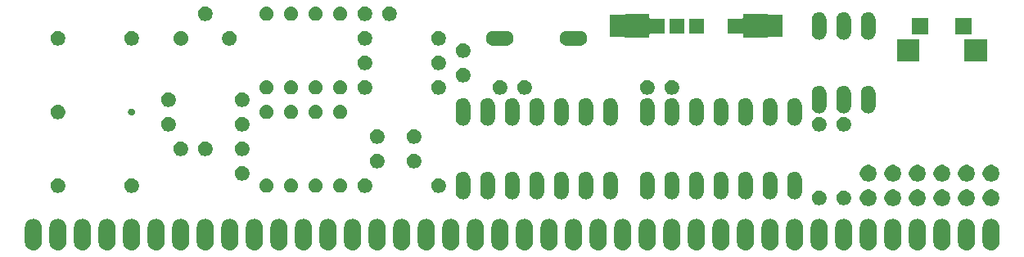
<source format=gbr>
G04 #@! TF.GenerationSoftware,KiCad,Pcbnew,5.1.6*
G04 #@! TF.CreationDate,2020-10-23T21:04:08+02:00*
G04 #@! TF.ProjectId,RC2014 - Single Stepper_ Revision 2,52433230-3134-4202-9d20-53696e676c65,rev?*
G04 #@! TF.SameCoordinates,Original*
G04 #@! TF.FileFunction,Soldermask,Top*
G04 #@! TF.FilePolarity,Negative*
%FSLAX46Y46*%
G04 Gerber Fmt 4.6, Leading zero omitted, Abs format (unit mm)*
G04 Created by KiCad (PCBNEW 5.1.6) date 2020-10-23 21:04:08*
%MOMM*%
%LPD*%
G01*
G04 APERTURE LIST*
%ADD10C,0.100000*%
G04 APERTURE END LIST*
D10*
G36*
X172330394Y-114180496D02*
G01*
X172450826Y-114217029D01*
X172493187Y-114229879D01*
X172643207Y-114310066D01*
X172643210Y-114310068D01*
X172643211Y-114310069D01*
X172774712Y-114417988D01*
X172882631Y-114549488D01*
X172882633Y-114549492D01*
X172882634Y-114549493D01*
X172962821Y-114699513D01*
X172962822Y-114699516D01*
X173012204Y-114862305D01*
X173024700Y-114989180D01*
X173024700Y-116598020D01*
X173012204Y-116724895D01*
X172962822Y-116887684D01*
X172962821Y-116887687D01*
X172882634Y-117037707D01*
X172882631Y-117037712D01*
X172774712Y-117169212D01*
X172643212Y-117277131D01*
X172643208Y-117277133D01*
X172643207Y-117277134D01*
X172493187Y-117357321D01*
X172493184Y-117357322D01*
X172330395Y-117406704D01*
X172161100Y-117423378D01*
X171991806Y-117406704D01*
X171829017Y-117357322D01*
X171829014Y-117357321D01*
X171678994Y-117277134D01*
X171678993Y-117277133D01*
X171678989Y-117277131D01*
X171547489Y-117169212D01*
X171439570Y-117037712D01*
X171439567Y-117037707D01*
X171359380Y-116887687D01*
X171359379Y-116887684D01*
X171309997Y-116724895D01*
X171297501Y-116598020D01*
X171297500Y-114989181D01*
X171309996Y-114862306D01*
X171359378Y-114699517D01*
X171359379Y-114699513D01*
X171439566Y-114549493D01*
X171439570Y-114549488D01*
X171547488Y-114417988D01*
X171678988Y-114310069D01*
X171678992Y-114310067D01*
X171678993Y-114310066D01*
X171829013Y-114229879D01*
X171829016Y-114229878D01*
X171991805Y-114180496D01*
X172161100Y-114163822D01*
X172330394Y-114180496D01*
G37*
G36*
X149470394Y-114180496D02*
G01*
X149590826Y-114217029D01*
X149633187Y-114229879D01*
X149783207Y-114310066D01*
X149783210Y-114310068D01*
X149783211Y-114310069D01*
X149914712Y-114417988D01*
X150022631Y-114549488D01*
X150022633Y-114549492D01*
X150022634Y-114549493D01*
X150102821Y-114699513D01*
X150102822Y-114699516D01*
X150152204Y-114862305D01*
X150164700Y-114989180D01*
X150164700Y-116598020D01*
X150152204Y-116724895D01*
X150102822Y-116887684D01*
X150102821Y-116887687D01*
X150022634Y-117037707D01*
X150022631Y-117037712D01*
X149914712Y-117169212D01*
X149783212Y-117277131D01*
X149783208Y-117277133D01*
X149783207Y-117277134D01*
X149633187Y-117357321D01*
X149633184Y-117357322D01*
X149470395Y-117406704D01*
X149301100Y-117423378D01*
X149131806Y-117406704D01*
X148969017Y-117357322D01*
X148969014Y-117357321D01*
X148818994Y-117277134D01*
X148818993Y-117277133D01*
X148818989Y-117277131D01*
X148687489Y-117169212D01*
X148579570Y-117037712D01*
X148579567Y-117037707D01*
X148499380Y-116887687D01*
X148499379Y-116887684D01*
X148449997Y-116724895D01*
X148437501Y-116598020D01*
X148437500Y-114989181D01*
X148449996Y-114862306D01*
X148499378Y-114699517D01*
X148499379Y-114699513D01*
X148579566Y-114549493D01*
X148579570Y-114549488D01*
X148687488Y-114417988D01*
X148818988Y-114310069D01*
X148818992Y-114310067D01*
X148818993Y-114310066D01*
X148969013Y-114229879D01*
X148969016Y-114229878D01*
X149131805Y-114180496D01*
X149301100Y-114163822D01*
X149470394Y-114180496D01*
G37*
G36*
X152010394Y-114180496D02*
G01*
X152130826Y-114217029D01*
X152173187Y-114229879D01*
X152323207Y-114310066D01*
X152323210Y-114310068D01*
X152323211Y-114310069D01*
X152454712Y-114417988D01*
X152562631Y-114549488D01*
X152562633Y-114549492D01*
X152562634Y-114549493D01*
X152642821Y-114699513D01*
X152642822Y-114699516D01*
X152692204Y-114862305D01*
X152704700Y-114989180D01*
X152704700Y-116598020D01*
X152692204Y-116724895D01*
X152642822Y-116887684D01*
X152642821Y-116887687D01*
X152562634Y-117037707D01*
X152562631Y-117037712D01*
X152454712Y-117169212D01*
X152323212Y-117277131D01*
X152323208Y-117277133D01*
X152323207Y-117277134D01*
X152173187Y-117357321D01*
X152173184Y-117357322D01*
X152010395Y-117406704D01*
X151841100Y-117423378D01*
X151671806Y-117406704D01*
X151509017Y-117357322D01*
X151509014Y-117357321D01*
X151358994Y-117277134D01*
X151358993Y-117277133D01*
X151358989Y-117277131D01*
X151227489Y-117169212D01*
X151119570Y-117037712D01*
X151119567Y-117037707D01*
X151039380Y-116887687D01*
X151039379Y-116887684D01*
X150989997Y-116724895D01*
X150977501Y-116598020D01*
X150977500Y-114989181D01*
X150989996Y-114862306D01*
X151039378Y-114699517D01*
X151039379Y-114699513D01*
X151119566Y-114549493D01*
X151119570Y-114549488D01*
X151227488Y-114417988D01*
X151358988Y-114310069D01*
X151358992Y-114310067D01*
X151358993Y-114310066D01*
X151509013Y-114229879D01*
X151509016Y-114229878D01*
X151671805Y-114180496D01*
X151841100Y-114163822D01*
X152010394Y-114180496D01*
G37*
G36*
X154550394Y-114180496D02*
G01*
X154670826Y-114217029D01*
X154713187Y-114229879D01*
X154863207Y-114310066D01*
X154863210Y-114310068D01*
X154863211Y-114310069D01*
X154994712Y-114417988D01*
X155102631Y-114549488D01*
X155102633Y-114549492D01*
X155102634Y-114549493D01*
X155182821Y-114699513D01*
X155182822Y-114699516D01*
X155232204Y-114862305D01*
X155244700Y-114989180D01*
X155244700Y-116598020D01*
X155232204Y-116724895D01*
X155182822Y-116887684D01*
X155182821Y-116887687D01*
X155102634Y-117037707D01*
X155102631Y-117037712D01*
X154994712Y-117169212D01*
X154863212Y-117277131D01*
X154863208Y-117277133D01*
X154863207Y-117277134D01*
X154713187Y-117357321D01*
X154713184Y-117357322D01*
X154550395Y-117406704D01*
X154381100Y-117423378D01*
X154211806Y-117406704D01*
X154049017Y-117357322D01*
X154049014Y-117357321D01*
X153898994Y-117277134D01*
X153898993Y-117277133D01*
X153898989Y-117277131D01*
X153767489Y-117169212D01*
X153659570Y-117037712D01*
X153659567Y-117037707D01*
X153579380Y-116887687D01*
X153579379Y-116887684D01*
X153529997Y-116724895D01*
X153517501Y-116598020D01*
X153517500Y-114989181D01*
X153529996Y-114862306D01*
X153579378Y-114699517D01*
X153579379Y-114699513D01*
X153659566Y-114549493D01*
X153659570Y-114549488D01*
X153767488Y-114417988D01*
X153898988Y-114310069D01*
X153898992Y-114310067D01*
X153898993Y-114310066D01*
X154049013Y-114229879D01*
X154049016Y-114229878D01*
X154211805Y-114180496D01*
X154381100Y-114163822D01*
X154550394Y-114180496D01*
G37*
G36*
X157090394Y-114180496D02*
G01*
X157210826Y-114217029D01*
X157253187Y-114229879D01*
X157403207Y-114310066D01*
X157403210Y-114310068D01*
X157403211Y-114310069D01*
X157534712Y-114417988D01*
X157642631Y-114549488D01*
X157642633Y-114549492D01*
X157642634Y-114549493D01*
X157722821Y-114699513D01*
X157722822Y-114699516D01*
X157772204Y-114862305D01*
X157784700Y-114989180D01*
X157784700Y-116598020D01*
X157772204Y-116724895D01*
X157722822Y-116887684D01*
X157722821Y-116887687D01*
X157642634Y-117037707D01*
X157642631Y-117037712D01*
X157534712Y-117169212D01*
X157403212Y-117277131D01*
X157403208Y-117277133D01*
X157403207Y-117277134D01*
X157253187Y-117357321D01*
X157253184Y-117357322D01*
X157090395Y-117406704D01*
X156921100Y-117423378D01*
X156751806Y-117406704D01*
X156589017Y-117357322D01*
X156589014Y-117357321D01*
X156438994Y-117277134D01*
X156438993Y-117277133D01*
X156438989Y-117277131D01*
X156307489Y-117169212D01*
X156199570Y-117037712D01*
X156199567Y-117037707D01*
X156119380Y-116887687D01*
X156119379Y-116887684D01*
X156069997Y-116724895D01*
X156057501Y-116598020D01*
X156057500Y-114989181D01*
X156069996Y-114862306D01*
X156119378Y-114699517D01*
X156119379Y-114699513D01*
X156199566Y-114549493D01*
X156199570Y-114549488D01*
X156307488Y-114417988D01*
X156438988Y-114310069D01*
X156438992Y-114310067D01*
X156438993Y-114310066D01*
X156589013Y-114229879D01*
X156589016Y-114229878D01*
X156751805Y-114180496D01*
X156921100Y-114163822D01*
X157090394Y-114180496D01*
G37*
G36*
X159630394Y-114180496D02*
G01*
X159750826Y-114217029D01*
X159793187Y-114229879D01*
X159943207Y-114310066D01*
X159943210Y-114310068D01*
X159943211Y-114310069D01*
X160074712Y-114417988D01*
X160182631Y-114549488D01*
X160182633Y-114549492D01*
X160182634Y-114549493D01*
X160262821Y-114699513D01*
X160262822Y-114699516D01*
X160312204Y-114862305D01*
X160324700Y-114989180D01*
X160324700Y-116598020D01*
X160312204Y-116724895D01*
X160262822Y-116887684D01*
X160262821Y-116887687D01*
X160182634Y-117037707D01*
X160182631Y-117037712D01*
X160074712Y-117169212D01*
X159943212Y-117277131D01*
X159943208Y-117277133D01*
X159943207Y-117277134D01*
X159793187Y-117357321D01*
X159793184Y-117357322D01*
X159630395Y-117406704D01*
X159461100Y-117423378D01*
X159291806Y-117406704D01*
X159129017Y-117357322D01*
X159129014Y-117357321D01*
X158978994Y-117277134D01*
X158978993Y-117277133D01*
X158978989Y-117277131D01*
X158847489Y-117169212D01*
X158739570Y-117037712D01*
X158739567Y-117037707D01*
X158659380Y-116887687D01*
X158659379Y-116887684D01*
X158609997Y-116724895D01*
X158597501Y-116598020D01*
X158597500Y-114989181D01*
X158609996Y-114862306D01*
X158659378Y-114699517D01*
X158659379Y-114699513D01*
X158739566Y-114549493D01*
X158739570Y-114549488D01*
X158847488Y-114417988D01*
X158978988Y-114310069D01*
X158978992Y-114310067D01*
X158978993Y-114310066D01*
X159129013Y-114229879D01*
X159129016Y-114229878D01*
X159291805Y-114180496D01*
X159461100Y-114163822D01*
X159630394Y-114180496D01*
G37*
G36*
X162170394Y-114180496D02*
G01*
X162290826Y-114217029D01*
X162333187Y-114229879D01*
X162483207Y-114310066D01*
X162483210Y-114310068D01*
X162483211Y-114310069D01*
X162614712Y-114417988D01*
X162722631Y-114549488D01*
X162722633Y-114549492D01*
X162722634Y-114549493D01*
X162802821Y-114699513D01*
X162802822Y-114699516D01*
X162852204Y-114862305D01*
X162864700Y-114989180D01*
X162864700Y-116598020D01*
X162852204Y-116724895D01*
X162802822Y-116887684D01*
X162802821Y-116887687D01*
X162722634Y-117037707D01*
X162722631Y-117037712D01*
X162614712Y-117169212D01*
X162483212Y-117277131D01*
X162483208Y-117277133D01*
X162483207Y-117277134D01*
X162333187Y-117357321D01*
X162333184Y-117357322D01*
X162170395Y-117406704D01*
X162001100Y-117423378D01*
X161831806Y-117406704D01*
X161669017Y-117357322D01*
X161669014Y-117357321D01*
X161518994Y-117277134D01*
X161518993Y-117277133D01*
X161518989Y-117277131D01*
X161387489Y-117169212D01*
X161279570Y-117037712D01*
X161279567Y-117037707D01*
X161199380Y-116887687D01*
X161199379Y-116887684D01*
X161149997Y-116724895D01*
X161137501Y-116598020D01*
X161137500Y-114989181D01*
X161149996Y-114862306D01*
X161199378Y-114699517D01*
X161199379Y-114699513D01*
X161279566Y-114549493D01*
X161279570Y-114549488D01*
X161387488Y-114417988D01*
X161518988Y-114310069D01*
X161518992Y-114310067D01*
X161518993Y-114310066D01*
X161669013Y-114229879D01*
X161669016Y-114229878D01*
X161831805Y-114180496D01*
X162001100Y-114163822D01*
X162170394Y-114180496D01*
G37*
G36*
X164710394Y-114180496D02*
G01*
X164830826Y-114217029D01*
X164873187Y-114229879D01*
X165023207Y-114310066D01*
X165023210Y-114310068D01*
X165023211Y-114310069D01*
X165154712Y-114417988D01*
X165262631Y-114549488D01*
X165262633Y-114549492D01*
X165262634Y-114549493D01*
X165342821Y-114699513D01*
X165342822Y-114699516D01*
X165392204Y-114862305D01*
X165404700Y-114989180D01*
X165404700Y-116598020D01*
X165392204Y-116724895D01*
X165342822Y-116887684D01*
X165342821Y-116887687D01*
X165262634Y-117037707D01*
X165262631Y-117037712D01*
X165154712Y-117169212D01*
X165023212Y-117277131D01*
X165023208Y-117277133D01*
X165023207Y-117277134D01*
X164873187Y-117357321D01*
X164873184Y-117357322D01*
X164710395Y-117406704D01*
X164541100Y-117423378D01*
X164371806Y-117406704D01*
X164209017Y-117357322D01*
X164209014Y-117357321D01*
X164058994Y-117277134D01*
X164058993Y-117277133D01*
X164058989Y-117277131D01*
X163927489Y-117169212D01*
X163819570Y-117037712D01*
X163819567Y-117037707D01*
X163739380Y-116887687D01*
X163739379Y-116887684D01*
X163689997Y-116724895D01*
X163677501Y-116598020D01*
X163677500Y-114989181D01*
X163689996Y-114862306D01*
X163739378Y-114699517D01*
X163739379Y-114699513D01*
X163819566Y-114549493D01*
X163819570Y-114549488D01*
X163927488Y-114417988D01*
X164058988Y-114310069D01*
X164058992Y-114310067D01*
X164058993Y-114310066D01*
X164209013Y-114229879D01*
X164209016Y-114229878D01*
X164371805Y-114180496D01*
X164541100Y-114163822D01*
X164710394Y-114180496D01*
G37*
G36*
X167250394Y-114180496D02*
G01*
X167370826Y-114217029D01*
X167413187Y-114229879D01*
X167563207Y-114310066D01*
X167563210Y-114310068D01*
X167563211Y-114310069D01*
X167694712Y-114417988D01*
X167802631Y-114549488D01*
X167802633Y-114549492D01*
X167802634Y-114549493D01*
X167882821Y-114699513D01*
X167882822Y-114699516D01*
X167932204Y-114862305D01*
X167944700Y-114989180D01*
X167944700Y-116598020D01*
X167932204Y-116724895D01*
X167882822Y-116887684D01*
X167882821Y-116887687D01*
X167802634Y-117037707D01*
X167802631Y-117037712D01*
X167694712Y-117169212D01*
X167563212Y-117277131D01*
X167563208Y-117277133D01*
X167563207Y-117277134D01*
X167413187Y-117357321D01*
X167413184Y-117357322D01*
X167250395Y-117406704D01*
X167081100Y-117423378D01*
X166911806Y-117406704D01*
X166749017Y-117357322D01*
X166749014Y-117357321D01*
X166598994Y-117277134D01*
X166598993Y-117277133D01*
X166598989Y-117277131D01*
X166467489Y-117169212D01*
X166359570Y-117037712D01*
X166359567Y-117037707D01*
X166279380Y-116887687D01*
X166279379Y-116887684D01*
X166229997Y-116724895D01*
X166217501Y-116598020D01*
X166217500Y-114989181D01*
X166229996Y-114862306D01*
X166279378Y-114699517D01*
X166279379Y-114699513D01*
X166359566Y-114549493D01*
X166359570Y-114549488D01*
X166467488Y-114417988D01*
X166598988Y-114310069D01*
X166598992Y-114310067D01*
X166598993Y-114310066D01*
X166749013Y-114229879D01*
X166749016Y-114229878D01*
X166911805Y-114180496D01*
X167081100Y-114163822D01*
X167250394Y-114180496D01*
G37*
G36*
X169790394Y-114180496D02*
G01*
X169910826Y-114217029D01*
X169953187Y-114229879D01*
X170103207Y-114310066D01*
X170103210Y-114310068D01*
X170103211Y-114310069D01*
X170234712Y-114417988D01*
X170342631Y-114549488D01*
X170342633Y-114549492D01*
X170342634Y-114549493D01*
X170422821Y-114699513D01*
X170422822Y-114699516D01*
X170472204Y-114862305D01*
X170484700Y-114989180D01*
X170484700Y-116598020D01*
X170472204Y-116724895D01*
X170422822Y-116887684D01*
X170422821Y-116887687D01*
X170342634Y-117037707D01*
X170342631Y-117037712D01*
X170234712Y-117169212D01*
X170103212Y-117277131D01*
X170103208Y-117277133D01*
X170103207Y-117277134D01*
X169953187Y-117357321D01*
X169953184Y-117357322D01*
X169790395Y-117406704D01*
X169621100Y-117423378D01*
X169451806Y-117406704D01*
X169289017Y-117357322D01*
X169289014Y-117357321D01*
X169138994Y-117277134D01*
X169138993Y-117277133D01*
X169138989Y-117277131D01*
X169007489Y-117169212D01*
X168899570Y-117037712D01*
X168899567Y-117037707D01*
X168819380Y-116887687D01*
X168819379Y-116887684D01*
X168769997Y-116724895D01*
X168757501Y-116598020D01*
X168757500Y-114989181D01*
X168769996Y-114862306D01*
X168819378Y-114699517D01*
X168819379Y-114699513D01*
X168899566Y-114549493D01*
X168899570Y-114549488D01*
X169007488Y-114417988D01*
X169138988Y-114310069D01*
X169138992Y-114310067D01*
X169138993Y-114310066D01*
X169289013Y-114229879D01*
X169289016Y-114229878D01*
X169451805Y-114180496D01*
X169621100Y-114163822D01*
X169790394Y-114180496D01*
G37*
G36*
X195190394Y-114180496D02*
G01*
X195310826Y-114217029D01*
X195353187Y-114229879D01*
X195503207Y-114310066D01*
X195503210Y-114310068D01*
X195503211Y-114310069D01*
X195634712Y-114417988D01*
X195742631Y-114549488D01*
X195742633Y-114549492D01*
X195742634Y-114549493D01*
X195822821Y-114699513D01*
X195822822Y-114699516D01*
X195872204Y-114862305D01*
X195884700Y-114989180D01*
X195884700Y-116598020D01*
X195872204Y-116724895D01*
X195822822Y-116887684D01*
X195822821Y-116887687D01*
X195742634Y-117037707D01*
X195742631Y-117037712D01*
X195634712Y-117169212D01*
X195503212Y-117277131D01*
X195503208Y-117277133D01*
X195503207Y-117277134D01*
X195353187Y-117357321D01*
X195353184Y-117357322D01*
X195190395Y-117406704D01*
X195021100Y-117423378D01*
X194851806Y-117406704D01*
X194689017Y-117357322D01*
X194689014Y-117357321D01*
X194538994Y-117277134D01*
X194538993Y-117277133D01*
X194538989Y-117277131D01*
X194407489Y-117169212D01*
X194299570Y-117037712D01*
X194299567Y-117037707D01*
X194219380Y-116887687D01*
X194219379Y-116887684D01*
X194169997Y-116724895D01*
X194157501Y-116598020D01*
X194157500Y-114989181D01*
X194169996Y-114862306D01*
X194219378Y-114699517D01*
X194219379Y-114699513D01*
X194299566Y-114549493D01*
X194299570Y-114549488D01*
X194407488Y-114417988D01*
X194538988Y-114310069D01*
X194538992Y-114310067D01*
X194538993Y-114310066D01*
X194689013Y-114229879D01*
X194689016Y-114229878D01*
X194851805Y-114180496D01*
X195021100Y-114163822D01*
X195190394Y-114180496D01*
G37*
G36*
X177410394Y-114180496D02*
G01*
X177530826Y-114217029D01*
X177573187Y-114229879D01*
X177723207Y-114310066D01*
X177723210Y-114310068D01*
X177723211Y-114310069D01*
X177854712Y-114417988D01*
X177962631Y-114549488D01*
X177962633Y-114549492D01*
X177962634Y-114549493D01*
X178042821Y-114699513D01*
X178042822Y-114699516D01*
X178092204Y-114862305D01*
X178104700Y-114989180D01*
X178104700Y-116598020D01*
X178092204Y-116724895D01*
X178042822Y-116887684D01*
X178042821Y-116887687D01*
X177962634Y-117037707D01*
X177962631Y-117037712D01*
X177854712Y-117169212D01*
X177723212Y-117277131D01*
X177723208Y-117277133D01*
X177723207Y-117277134D01*
X177573187Y-117357321D01*
X177573184Y-117357322D01*
X177410395Y-117406704D01*
X177241100Y-117423378D01*
X177071806Y-117406704D01*
X176909017Y-117357322D01*
X176909014Y-117357321D01*
X176758994Y-117277134D01*
X176758993Y-117277133D01*
X176758989Y-117277131D01*
X176627489Y-117169212D01*
X176519570Y-117037712D01*
X176519567Y-117037707D01*
X176439380Y-116887687D01*
X176439379Y-116887684D01*
X176389997Y-116724895D01*
X176377501Y-116598020D01*
X176377500Y-114989181D01*
X176389996Y-114862306D01*
X176439378Y-114699517D01*
X176439379Y-114699513D01*
X176519566Y-114549493D01*
X176519570Y-114549488D01*
X176627488Y-114417988D01*
X176758988Y-114310069D01*
X176758992Y-114310067D01*
X176758993Y-114310066D01*
X176909013Y-114229879D01*
X176909016Y-114229878D01*
X177071805Y-114180496D01*
X177241100Y-114163822D01*
X177410394Y-114180496D01*
G37*
G36*
X179950394Y-114180496D02*
G01*
X180070826Y-114217029D01*
X180113187Y-114229879D01*
X180263207Y-114310066D01*
X180263210Y-114310068D01*
X180263211Y-114310069D01*
X180394712Y-114417988D01*
X180502631Y-114549488D01*
X180502633Y-114549492D01*
X180502634Y-114549493D01*
X180582821Y-114699513D01*
X180582822Y-114699516D01*
X180632204Y-114862305D01*
X180644700Y-114989180D01*
X180644700Y-116598020D01*
X180632204Y-116724895D01*
X180582822Y-116887684D01*
X180582821Y-116887687D01*
X180502634Y-117037707D01*
X180502631Y-117037712D01*
X180394712Y-117169212D01*
X180263212Y-117277131D01*
X180263208Y-117277133D01*
X180263207Y-117277134D01*
X180113187Y-117357321D01*
X180113184Y-117357322D01*
X179950395Y-117406704D01*
X179781100Y-117423378D01*
X179611806Y-117406704D01*
X179449017Y-117357322D01*
X179449014Y-117357321D01*
X179298994Y-117277134D01*
X179298993Y-117277133D01*
X179298989Y-117277131D01*
X179167489Y-117169212D01*
X179059570Y-117037712D01*
X179059567Y-117037707D01*
X178979380Y-116887687D01*
X178979379Y-116887684D01*
X178929997Y-116724895D01*
X178917501Y-116598020D01*
X178917500Y-114989181D01*
X178929996Y-114862306D01*
X178979378Y-114699517D01*
X178979379Y-114699513D01*
X179059566Y-114549493D01*
X179059570Y-114549488D01*
X179167488Y-114417988D01*
X179298988Y-114310069D01*
X179298992Y-114310067D01*
X179298993Y-114310066D01*
X179449013Y-114229879D01*
X179449016Y-114229878D01*
X179611805Y-114180496D01*
X179781100Y-114163822D01*
X179950394Y-114180496D01*
G37*
G36*
X182490394Y-114180496D02*
G01*
X182610826Y-114217029D01*
X182653187Y-114229879D01*
X182803207Y-114310066D01*
X182803210Y-114310068D01*
X182803211Y-114310069D01*
X182934712Y-114417988D01*
X183042631Y-114549488D01*
X183042633Y-114549492D01*
X183042634Y-114549493D01*
X183122821Y-114699513D01*
X183122822Y-114699516D01*
X183172204Y-114862305D01*
X183184700Y-114989180D01*
X183184700Y-116598020D01*
X183172204Y-116724895D01*
X183122822Y-116887684D01*
X183122821Y-116887687D01*
X183042634Y-117037707D01*
X183042631Y-117037712D01*
X182934712Y-117169212D01*
X182803212Y-117277131D01*
X182803208Y-117277133D01*
X182803207Y-117277134D01*
X182653187Y-117357321D01*
X182653184Y-117357322D01*
X182490395Y-117406704D01*
X182321100Y-117423378D01*
X182151806Y-117406704D01*
X181989017Y-117357322D01*
X181989014Y-117357321D01*
X181838994Y-117277134D01*
X181838993Y-117277133D01*
X181838989Y-117277131D01*
X181707489Y-117169212D01*
X181599570Y-117037712D01*
X181599567Y-117037707D01*
X181519380Y-116887687D01*
X181519379Y-116887684D01*
X181469997Y-116724895D01*
X181457501Y-116598020D01*
X181457500Y-114989181D01*
X181469996Y-114862306D01*
X181519378Y-114699517D01*
X181519379Y-114699513D01*
X181599566Y-114549493D01*
X181599570Y-114549488D01*
X181707488Y-114417988D01*
X181838988Y-114310069D01*
X181838992Y-114310067D01*
X181838993Y-114310066D01*
X181989013Y-114229879D01*
X181989016Y-114229878D01*
X182151805Y-114180496D01*
X182321100Y-114163822D01*
X182490394Y-114180496D01*
G37*
G36*
X185030394Y-114180496D02*
G01*
X185150826Y-114217029D01*
X185193187Y-114229879D01*
X185343207Y-114310066D01*
X185343210Y-114310068D01*
X185343211Y-114310069D01*
X185474712Y-114417988D01*
X185582631Y-114549488D01*
X185582633Y-114549492D01*
X185582634Y-114549493D01*
X185662821Y-114699513D01*
X185662822Y-114699516D01*
X185712204Y-114862305D01*
X185724700Y-114989180D01*
X185724700Y-116598020D01*
X185712204Y-116724895D01*
X185662822Y-116887684D01*
X185662821Y-116887687D01*
X185582634Y-117037707D01*
X185582631Y-117037712D01*
X185474712Y-117169212D01*
X185343212Y-117277131D01*
X185343208Y-117277133D01*
X185343207Y-117277134D01*
X185193187Y-117357321D01*
X185193184Y-117357322D01*
X185030395Y-117406704D01*
X184861100Y-117423378D01*
X184691806Y-117406704D01*
X184529017Y-117357322D01*
X184529014Y-117357321D01*
X184378994Y-117277134D01*
X184378993Y-117277133D01*
X184378989Y-117277131D01*
X184247489Y-117169212D01*
X184139570Y-117037712D01*
X184139567Y-117037707D01*
X184059380Y-116887687D01*
X184059379Y-116887684D01*
X184009997Y-116724895D01*
X183997501Y-116598020D01*
X183997500Y-114989181D01*
X184009996Y-114862306D01*
X184059378Y-114699517D01*
X184059379Y-114699513D01*
X184139566Y-114549493D01*
X184139570Y-114549488D01*
X184247488Y-114417988D01*
X184378988Y-114310069D01*
X184378992Y-114310067D01*
X184378993Y-114310066D01*
X184529013Y-114229879D01*
X184529016Y-114229878D01*
X184691805Y-114180496D01*
X184861100Y-114163822D01*
X185030394Y-114180496D01*
G37*
G36*
X187570394Y-114180496D02*
G01*
X187690826Y-114217029D01*
X187733187Y-114229879D01*
X187883207Y-114310066D01*
X187883210Y-114310068D01*
X187883211Y-114310069D01*
X188014712Y-114417988D01*
X188122631Y-114549488D01*
X188122633Y-114549492D01*
X188122634Y-114549493D01*
X188202821Y-114699513D01*
X188202822Y-114699516D01*
X188252204Y-114862305D01*
X188264700Y-114989180D01*
X188264700Y-116598020D01*
X188252204Y-116724895D01*
X188202822Y-116887684D01*
X188202821Y-116887687D01*
X188122634Y-117037707D01*
X188122631Y-117037712D01*
X188014712Y-117169212D01*
X187883212Y-117277131D01*
X187883208Y-117277133D01*
X187883207Y-117277134D01*
X187733187Y-117357321D01*
X187733184Y-117357322D01*
X187570395Y-117406704D01*
X187401100Y-117423378D01*
X187231806Y-117406704D01*
X187069017Y-117357322D01*
X187069014Y-117357321D01*
X186918994Y-117277134D01*
X186918993Y-117277133D01*
X186918989Y-117277131D01*
X186787489Y-117169212D01*
X186679570Y-117037712D01*
X186679567Y-117037707D01*
X186599380Y-116887687D01*
X186599379Y-116887684D01*
X186549997Y-116724895D01*
X186537501Y-116598020D01*
X186537500Y-114989181D01*
X186549996Y-114862306D01*
X186599378Y-114699517D01*
X186599379Y-114699513D01*
X186679566Y-114549493D01*
X186679570Y-114549488D01*
X186787488Y-114417988D01*
X186918988Y-114310069D01*
X186918992Y-114310067D01*
X186918993Y-114310066D01*
X187069013Y-114229879D01*
X187069016Y-114229878D01*
X187231805Y-114180496D01*
X187401100Y-114163822D01*
X187570394Y-114180496D01*
G37*
G36*
X190110394Y-114180496D02*
G01*
X190230826Y-114217029D01*
X190273187Y-114229879D01*
X190423207Y-114310066D01*
X190423210Y-114310068D01*
X190423211Y-114310069D01*
X190554712Y-114417988D01*
X190662631Y-114549488D01*
X190662633Y-114549492D01*
X190662634Y-114549493D01*
X190742821Y-114699513D01*
X190742822Y-114699516D01*
X190792204Y-114862305D01*
X190804700Y-114989180D01*
X190804700Y-116598020D01*
X190792204Y-116724895D01*
X190742822Y-116887684D01*
X190742821Y-116887687D01*
X190662634Y-117037707D01*
X190662631Y-117037712D01*
X190554712Y-117169212D01*
X190423212Y-117277131D01*
X190423208Y-117277133D01*
X190423207Y-117277134D01*
X190273187Y-117357321D01*
X190273184Y-117357322D01*
X190110395Y-117406704D01*
X189941100Y-117423378D01*
X189771806Y-117406704D01*
X189609017Y-117357322D01*
X189609014Y-117357321D01*
X189458994Y-117277134D01*
X189458993Y-117277133D01*
X189458989Y-117277131D01*
X189327489Y-117169212D01*
X189219570Y-117037712D01*
X189219567Y-117037707D01*
X189139380Y-116887687D01*
X189139379Y-116887684D01*
X189089997Y-116724895D01*
X189077501Y-116598020D01*
X189077500Y-114989181D01*
X189089996Y-114862306D01*
X189139378Y-114699517D01*
X189139379Y-114699513D01*
X189219566Y-114549493D01*
X189219570Y-114549488D01*
X189327488Y-114417988D01*
X189458988Y-114310069D01*
X189458992Y-114310067D01*
X189458993Y-114310066D01*
X189609013Y-114229879D01*
X189609016Y-114229878D01*
X189771805Y-114180496D01*
X189941100Y-114163822D01*
X190110394Y-114180496D01*
G37*
G36*
X192650394Y-114180496D02*
G01*
X192770826Y-114217029D01*
X192813187Y-114229879D01*
X192963207Y-114310066D01*
X192963210Y-114310068D01*
X192963211Y-114310069D01*
X193094712Y-114417988D01*
X193202631Y-114549488D01*
X193202633Y-114549492D01*
X193202634Y-114549493D01*
X193282821Y-114699513D01*
X193282822Y-114699516D01*
X193332204Y-114862305D01*
X193344700Y-114989180D01*
X193344700Y-116598020D01*
X193332204Y-116724895D01*
X193282822Y-116887684D01*
X193282821Y-116887687D01*
X193202634Y-117037707D01*
X193202631Y-117037712D01*
X193094712Y-117169212D01*
X192963212Y-117277131D01*
X192963208Y-117277133D01*
X192963207Y-117277134D01*
X192813187Y-117357321D01*
X192813184Y-117357322D01*
X192650395Y-117406704D01*
X192481100Y-117423378D01*
X192311806Y-117406704D01*
X192149017Y-117357322D01*
X192149014Y-117357321D01*
X191998994Y-117277134D01*
X191998993Y-117277133D01*
X191998989Y-117277131D01*
X191867489Y-117169212D01*
X191759570Y-117037712D01*
X191759567Y-117037707D01*
X191679380Y-116887687D01*
X191679379Y-116887684D01*
X191629997Y-116724895D01*
X191617501Y-116598020D01*
X191617500Y-114989181D01*
X191629996Y-114862306D01*
X191679378Y-114699517D01*
X191679379Y-114699513D01*
X191759566Y-114549493D01*
X191759570Y-114549488D01*
X191867488Y-114417988D01*
X191998988Y-114310069D01*
X191998992Y-114310067D01*
X191998993Y-114310066D01*
X192149013Y-114229879D01*
X192149016Y-114229878D01*
X192311805Y-114180496D01*
X192481100Y-114163822D01*
X192650394Y-114180496D01*
G37*
G36*
X197730394Y-114180496D02*
G01*
X197850826Y-114217029D01*
X197893187Y-114229879D01*
X198043207Y-114310066D01*
X198043210Y-114310068D01*
X198043211Y-114310069D01*
X198174712Y-114417988D01*
X198282631Y-114549488D01*
X198282633Y-114549492D01*
X198282634Y-114549493D01*
X198362821Y-114699513D01*
X198362822Y-114699516D01*
X198412204Y-114862305D01*
X198424700Y-114989180D01*
X198424700Y-116598020D01*
X198412204Y-116724895D01*
X198362822Y-116887684D01*
X198362821Y-116887687D01*
X198282634Y-117037707D01*
X198282631Y-117037712D01*
X198174712Y-117169212D01*
X198043212Y-117277131D01*
X198043208Y-117277133D01*
X198043207Y-117277134D01*
X197893187Y-117357321D01*
X197893184Y-117357322D01*
X197730395Y-117406704D01*
X197561100Y-117423378D01*
X197391806Y-117406704D01*
X197229017Y-117357322D01*
X197229014Y-117357321D01*
X197078994Y-117277134D01*
X197078993Y-117277133D01*
X197078989Y-117277131D01*
X196947489Y-117169212D01*
X196839570Y-117037712D01*
X196839567Y-117037707D01*
X196759380Y-116887687D01*
X196759379Y-116887684D01*
X196709997Y-116724895D01*
X196697501Y-116598020D01*
X196697500Y-114989181D01*
X196709996Y-114862306D01*
X196759378Y-114699517D01*
X196759379Y-114699513D01*
X196839566Y-114549493D01*
X196839570Y-114549488D01*
X196947488Y-114417988D01*
X197078988Y-114310069D01*
X197078992Y-114310067D01*
X197078993Y-114310066D01*
X197229013Y-114229879D01*
X197229016Y-114229878D01*
X197391805Y-114180496D01*
X197561100Y-114163822D01*
X197730394Y-114180496D01*
G37*
G36*
X126610394Y-114180496D02*
G01*
X126730826Y-114217029D01*
X126773187Y-114229879D01*
X126923207Y-114310066D01*
X126923210Y-114310068D01*
X126923211Y-114310069D01*
X127054712Y-114417988D01*
X127162631Y-114549488D01*
X127162633Y-114549492D01*
X127162634Y-114549493D01*
X127242821Y-114699513D01*
X127242822Y-114699516D01*
X127292204Y-114862305D01*
X127304700Y-114989180D01*
X127304700Y-116598020D01*
X127292204Y-116724895D01*
X127242822Y-116887684D01*
X127242821Y-116887687D01*
X127162634Y-117037707D01*
X127162631Y-117037712D01*
X127054712Y-117169212D01*
X126923212Y-117277131D01*
X126923208Y-117277133D01*
X126923207Y-117277134D01*
X126773187Y-117357321D01*
X126773184Y-117357322D01*
X126610395Y-117406704D01*
X126441100Y-117423378D01*
X126271806Y-117406704D01*
X126109017Y-117357322D01*
X126109014Y-117357321D01*
X125958994Y-117277134D01*
X125958993Y-117277133D01*
X125958989Y-117277131D01*
X125827489Y-117169212D01*
X125719570Y-117037712D01*
X125719567Y-117037707D01*
X125639380Y-116887687D01*
X125639379Y-116887684D01*
X125589997Y-116724895D01*
X125577501Y-116598020D01*
X125577500Y-114989181D01*
X125589996Y-114862306D01*
X125639378Y-114699517D01*
X125639379Y-114699513D01*
X125719566Y-114549493D01*
X125719570Y-114549488D01*
X125827488Y-114417988D01*
X125958988Y-114310069D01*
X125958992Y-114310067D01*
X125958993Y-114310066D01*
X126109013Y-114229879D01*
X126109016Y-114229878D01*
X126271805Y-114180496D01*
X126441100Y-114163822D01*
X126610394Y-114180496D01*
G37*
G36*
X146930394Y-114180496D02*
G01*
X147050826Y-114217029D01*
X147093187Y-114229879D01*
X147243207Y-114310066D01*
X147243210Y-114310068D01*
X147243211Y-114310069D01*
X147374712Y-114417988D01*
X147482631Y-114549488D01*
X147482633Y-114549492D01*
X147482634Y-114549493D01*
X147562821Y-114699513D01*
X147562822Y-114699516D01*
X147612204Y-114862305D01*
X147624700Y-114989180D01*
X147624700Y-116598020D01*
X147612204Y-116724895D01*
X147562822Y-116887684D01*
X147562821Y-116887687D01*
X147482634Y-117037707D01*
X147482631Y-117037712D01*
X147374712Y-117169212D01*
X147243212Y-117277131D01*
X147243208Y-117277133D01*
X147243207Y-117277134D01*
X147093187Y-117357321D01*
X147093184Y-117357322D01*
X146930395Y-117406704D01*
X146761100Y-117423378D01*
X146591806Y-117406704D01*
X146429017Y-117357322D01*
X146429014Y-117357321D01*
X146278994Y-117277134D01*
X146278993Y-117277133D01*
X146278989Y-117277131D01*
X146147489Y-117169212D01*
X146039570Y-117037712D01*
X146039567Y-117037707D01*
X145959380Y-116887687D01*
X145959379Y-116887684D01*
X145909997Y-116724895D01*
X145897501Y-116598020D01*
X145897500Y-114989181D01*
X145909996Y-114862306D01*
X145959378Y-114699517D01*
X145959379Y-114699513D01*
X146039566Y-114549493D01*
X146039570Y-114549488D01*
X146147488Y-114417988D01*
X146278988Y-114310069D01*
X146278992Y-114310067D01*
X146278993Y-114310066D01*
X146429013Y-114229879D01*
X146429016Y-114229878D01*
X146591805Y-114180496D01*
X146761100Y-114163822D01*
X146930394Y-114180496D01*
G37*
G36*
X98670394Y-114180496D02*
G01*
X98790826Y-114217029D01*
X98833187Y-114229879D01*
X98983207Y-114310066D01*
X98983210Y-114310068D01*
X98983211Y-114310069D01*
X99114712Y-114417988D01*
X99222631Y-114549488D01*
X99222633Y-114549492D01*
X99222634Y-114549493D01*
X99302821Y-114699513D01*
X99302822Y-114699516D01*
X99352204Y-114862305D01*
X99364700Y-114989180D01*
X99364700Y-116598020D01*
X99352204Y-116724895D01*
X99302822Y-116887684D01*
X99302821Y-116887687D01*
X99222634Y-117037707D01*
X99222631Y-117037712D01*
X99114712Y-117169212D01*
X98983212Y-117277131D01*
X98983208Y-117277133D01*
X98983207Y-117277134D01*
X98833187Y-117357321D01*
X98833184Y-117357322D01*
X98670395Y-117406704D01*
X98501100Y-117423378D01*
X98331806Y-117406704D01*
X98169017Y-117357322D01*
X98169014Y-117357321D01*
X98018994Y-117277134D01*
X98018993Y-117277133D01*
X98018989Y-117277131D01*
X97887489Y-117169212D01*
X97779570Y-117037712D01*
X97779567Y-117037707D01*
X97699380Y-116887687D01*
X97699379Y-116887684D01*
X97649997Y-116724895D01*
X97637501Y-116598020D01*
X97637500Y-114989181D01*
X97649996Y-114862306D01*
X97699378Y-114699517D01*
X97699379Y-114699513D01*
X97779566Y-114549493D01*
X97779570Y-114549488D01*
X97887488Y-114417988D01*
X98018988Y-114310069D01*
X98018992Y-114310067D01*
X98018993Y-114310066D01*
X98169013Y-114229879D01*
X98169016Y-114229878D01*
X98331805Y-114180496D01*
X98501100Y-114163822D01*
X98670394Y-114180496D01*
G37*
G36*
X101210394Y-114180496D02*
G01*
X101330826Y-114217029D01*
X101373187Y-114229879D01*
X101523207Y-114310066D01*
X101523210Y-114310068D01*
X101523211Y-114310069D01*
X101654712Y-114417988D01*
X101762631Y-114549488D01*
X101762633Y-114549492D01*
X101762634Y-114549493D01*
X101842821Y-114699513D01*
X101842822Y-114699516D01*
X101892204Y-114862305D01*
X101904700Y-114989180D01*
X101904700Y-116598020D01*
X101892204Y-116724895D01*
X101842822Y-116887684D01*
X101842821Y-116887687D01*
X101762634Y-117037707D01*
X101762631Y-117037712D01*
X101654712Y-117169212D01*
X101523212Y-117277131D01*
X101523208Y-117277133D01*
X101523207Y-117277134D01*
X101373187Y-117357321D01*
X101373184Y-117357322D01*
X101210395Y-117406704D01*
X101041100Y-117423378D01*
X100871806Y-117406704D01*
X100709017Y-117357322D01*
X100709014Y-117357321D01*
X100558994Y-117277134D01*
X100558993Y-117277133D01*
X100558989Y-117277131D01*
X100427489Y-117169212D01*
X100319570Y-117037712D01*
X100319567Y-117037707D01*
X100239380Y-116887687D01*
X100239379Y-116887684D01*
X100189997Y-116724895D01*
X100177501Y-116598020D01*
X100177500Y-114989181D01*
X100189996Y-114862306D01*
X100239378Y-114699517D01*
X100239379Y-114699513D01*
X100319566Y-114549493D01*
X100319570Y-114549488D01*
X100427488Y-114417988D01*
X100558988Y-114310069D01*
X100558992Y-114310067D01*
X100558993Y-114310066D01*
X100709013Y-114229879D01*
X100709016Y-114229878D01*
X100871805Y-114180496D01*
X101041100Y-114163822D01*
X101210394Y-114180496D01*
G37*
G36*
X106290394Y-114180496D02*
G01*
X106410826Y-114217029D01*
X106453187Y-114229879D01*
X106603207Y-114310066D01*
X106603210Y-114310068D01*
X106603211Y-114310069D01*
X106734712Y-114417988D01*
X106842631Y-114549488D01*
X106842633Y-114549492D01*
X106842634Y-114549493D01*
X106922821Y-114699513D01*
X106922822Y-114699516D01*
X106972204Y-114862305D01*
X106984700Y-114989180D01*
X106984700Y-116598020D01*
X106972204Y-116724895D01*
X106922822Y-116887684D01*
X106922821Y-116887687D01*
X106842634Y-117037707D01*
X106842631Y-117037712D01*
X106734712Y-117169212D01*
X106603212Y-117277131D01*
X106603208Y-117277133D01*
X106603207Y-117277134D01*
X106453187Y-117357321D01*
X106453184Y-117357322D01*
X106290395Y-117406704D01*
X106121100Y-117423378D01*
X105951806Y-117406704D01*
X105789017Y-117357322D01*
X105789014Y-117357321D01*
X105638994Y-117277134D01*
X105638993Y-117277133D01*
X105638989Y-117277131D01*
X105507489Y-117169212D01*
X105399570Y-117037712D01*
X105399567Y-117037707D01*
X105319380Y-116887687D01*
X105319379Y-116887684D01*
X105269997Y-116724895D01*
X105257501Y-116598020D01*
X105257500Y-114989181D01*
X105269996Y-114862306D01*
X105319378Y-114699517D01*
X105319379Y-114699513D01*
X105399566Y-114549493D01*
X105399570Y-114549488D01*
X105507488Y-114417988D01*
X105638988Y-114310069D01*
X105638992Y-114310067D01*
X105638993Y-114310066D01*
X105789013Y-114229879D01*
X105789016Y-114229878D01*
X105951805Y-114180496D01*
X106121100Y-114163822D01*
X106290394Y-114180496D01*
G37*
G36*
X108830394Y-114180496D02*
G01*
X108950826Y-114217029D01*
X108993187Y-114229879D01*
X109143207Y-114310066D01*
X109143210Y-114310068D01*
X109143211Y-114310069D01*
X109274712Y-114417988D01*
X109382631Y-114549488D01*
X109382633Y-114549492D01*
X109382634Y-114549493D01*
X109462821Y-114699513D01*
X109462822Y-114699516D01*
X109512204Y-114862305D01*
X109524700Y-114989180D01*
X109524700Y-116598020D01*
X109512204Y-116724895D01*
X109462822Y-116887684D01*
X109462821Y-116887687D01*
X109382634Y-117037707D01*
X109382631Y-117037712D01*
X109274712Y-117169212D01*
X109143212Y-117277131D01*
X109143208Y-117277133D01*
X109143207Y-117277134D01*
X108993187Y-117357321D01*
X108993184Y-117357322D01*
X108830395Y-117406704D01*
X108661100Y-117423378D01*
X108491806Y-117406704D01*
X108329017Y-117357322D01*
X108329014Y-117357321D01*
X108178994Y-117277134D01*
X108178993Y-117277133D01*
X108178989Y-117277131D01*
X108047489Y-117169212D01*
X107939570Y-117037712D01*
X107939567Y-117037707D01*
X107859380Y-116887687D01*
X107859379Y-116887684D01*
X107809997Y-116724895D01*
X107797501Y-116598020D01*
X107797500Y-114989181D01*
X107809996Y-114862306D01*
X107859378Y-114699517D01*
X107859379Y-114699513D01*
X107939566Y-114549493D01*
X107939570Y-114549488D01*
X108047488Y-114417988D01*
X108178988Y-114310069D01*
X108178992Y-114310067D01*
X108178993Y-114310066D01*
X108329013Y-114229879D01*
X108329016Y-114229878D01*
X108491805Y-114180496D01*
X108661100Y-114163822D01*
X108830394Y-114180496D01*
G37*
G36*
X111370394Y-114180496D02*
G01*
X111490826Y-114217029D01*
X111533187Y-114229879D01*
X111683207Y-114310066D01*
X111683210Y-114310068D01*
X111683211Y-114310069D01*
X111814712Y-114417988D01*
X111922631Y-114549488D01*
X111922633Y-114549492D01*
X111922634Y-114549493D01*
X112002821Y-114699513D01*
X112002822Y-114699516D01*
X112052204Y-114862305D01*
X112064700Y-114989180D01*
X112064700Y-116598020D01*
X112052204Y-116724895D01*
X112002822Y-116887684D01*
X112002821Y-116887687D01*
X111922634Y-117037707D01*
X111922631Y-117037712D01*
X111814712Y-117169212D01*
X111683212Y-117277131D01*
X111683208Y-117277133D01*
X111683207Y-117277134D01*
X111533187Y-117357321D01*
X111533184Y-117357322D01*
X111370395Y-117406704D01*
X111201100Y-117423378D01*
X111031806Y-117406704D01*
X110869017Y-117357322D01*
X110869014Y-117357321D01*
X110718994Y-117277134D01*
X110718993Y-117277133D01*
X110718989Y-117277131D01*
X110587489Y-117169212D01*
X110479570Y-117037712D01*
X110479567Y-117037707D01*
X110399380Y-116887687D01*
X110399379Y-116887684D01*
X110349997Y-116724895D01*
X110337501Y-116598020D01*
X110337500Y-114989181D01*
X110349996Y-114862306D01*
X110399378Y-114699517D01*
X110399379Y-114699513D01*
X110479566Y-114549493D01*
X110479570Y-114549488D01*
X110587488Y-114417988D01*
X110718988Y-114310069D01*
X110718992Y-114310067D01*
X110718993Y-114310066D01*
X110869013Y-114229879D01*
X110869016Y-114229878D01*
X111031805Y-114180496D01*
X111201100Y-114163822D01*
X111370394Y-114180496D01*
G37*
G36*
X113910394Y-114180496D02*
G01*
X114030826Y-114217029D01*
X114073187Y-114229879D01*
X114223207Y-114310066D01*
X114223210Y-114310068D01*
X114223211Y-114310069D01*
X114354712Y-114417988D01*
X114462631Y-114549488D01*
X114462633Y-114549492D01*
X114462634Y-114549493D01*
X114542821Y-114699513D01*
X114542822Y-114699516D01*
X114592204Y-114862305D01*
X114604700Y-114989180D01*
X114604700Y-116598020D01*
X114592204Y-116724895D01*
X114542822Y-116887684D01*
X114542821Y-116887687D01*
X114462634Y-117037707D01*
X114462631Y-117037712D01*
X114354712Y-117169212D01*
X114223212Y-117277131D01*
X114223208Y-117277133D01*
X114223207Y-117277134D01*
X114073187Y-117357321D01*
X114073184Y-117357322D01*
X113910395Y-117406704D01*
X113741100Y-117423378D01*
X113571806Y-117406704D01*
X113409017Y-117357322D01*
X113409014Y-117357321D01*
X113258994Y-117277134D01*
X113258993Y-117277133D01*
X113258989Y-117277131D01*
X113127489Y-117169212D01*
X113019570Y-117037712D01*
X113019567Y-117037707D01*
X112939380Y-116887687D01*
X112939379Y-116887684D01*
X112889997Y-116724895D01*
X112877501Y-116598020D01*
X112877500Y-114989181D01*
X112889996Y-114862306D01*
X112939378Y-114699517D01*
X112939379Y-114699513D01*
X113019566Y-114549493D01*
X113019570Y-114549488D01*
X113127488Y-114417988D01*
X113258988Y-114310069D01*
X113258992Y-114310067D01*
X113258993Y-114310066D01*
X113409013Y-114229879D01*
X113409016Y-114229878D01*
X113571805Y-114180496D01*
X113741100Y-114163822D01*
X113910394Y-114180496D01*
G37*
G36*
X116450394Y-114180496D02*
G01*
X116570826Y-114217029D01*
X116613187Y-114229879D01*
X116763207Y-114310066D01*
X116763210Y-114310068D01*
X116763211Y-114310069D01*
X116894712Y-114417988D01*
X117002631Y-114549488D01*
X117002633Y-114549492D01*
X117002634Y-114549493D01*
X117082821Y-114699513D01*
X117082822Y-114699516D01*
X117132204Y-114862305D01*
X117144700Y-114989180D01*
X117144700Y-116598020D01*
X117132204Y-116724895D01*
X117082822Y-116887684D01*
X117082821Y-116887687D01*
X117002634Y-117037707D01*
X117002631Y-117037712D01*
X116894712Y-117169212D01*
X116763212Y-117277131D01*
X116763208Y-117277133D01*
X116763207Y-117277134D01*
X116613187Y-117357321D01*
X116613184Y-117357322D01*
X116450395Y-117406704D01*
X116281100Y-117423378D01*
X116111806Y-117406704D01*
X115949017Y-117357322D01*
X115949014Y-117357321D01*
X115798994Y-117277134D01*
X115798993Y-117277133D01*
X115798989Y-117277131D01*
X115667489Y-117169212D01*
X115559570Y-117037712D01*
X115559567Y-117037707D01*
X115479380Y-116887687D01*
X115479379Y-116887684D01*
X115429997Y-116724895D01*
X115417501Y-116598020D01*
X115417500Y-114989181D01*
X115429996Y-114862306D01*
X115479378Y-114699517D01*
X115479379Y-114699513D01*
X115559566Y-114549493D01*
X115559570Y-114549488D01*
X115667488Y-114417988D01*
X115798988Y-114310069D01*
X115798992Y-114310067D01*
X115798993Y-114310066D01*
X115949013Y-114229879D01*
X115949016Y-114229878D01*
X116111805Y-114180496D01*
X116281100Y-114163822D01*
X116450394Y-114180496D01*
G37*
G36*
X118990394Y-114180496D02*
G01*
X119110826Y-114217029D01*
X119153187Y-114229879D01*
X119303207Y-114310066D01*
X119303210Y-114310068D01*
X119303211Y-114310069D01*
X119434712Y-114417988D01*
X119542631Y-114549488D01*
X119542633Y-114549492D01*
X119542634Y-114549493D01*
X119622821Y-114699513D01*
X119622822Y-114699516D01*
X119672204Y-114862305D01*
X119684700Y-114989180D01*
X119684700Y-116598020D01*
X119672204Y-116724895D01*
X119622822Y-116887684D01*
X119622821Y-116887687D01*
X119542634Y-117037707D01*
X119542631Y-117037712D01*
X119434712Y-117169212D01*
X119303212Y-117277131D01*
X119303208Y-117277133D01*
X119303207Y-117277134D01*
X119153187Y-117357321D01*
X119153184Y-117357322D01*
X118990395Y-117406704D01*
X118821100Y-117423378D01*
X118651806Y-117406704D01*
X118489017Y-117357322D01*
X118489014Y-117357321D01*
X118338994Y-117277134D01*
X118338993Y-117277133D01*
X118338989Y-117277131D01*
X118207489Y-117169212D01*
X118099570Y-117037712D01*
X118099567Y-117037707D01*
X118019380Y-116887687D01*
X118019379Y-116887684D01*
X117969997Y-116724895D01*
X117957501Y-116598020D01*
X117957500Y-114989181D01*
X117969996Y-114862306D01*
X118019378Y-114699517D01*
X118019379Y-114699513D01*
X118099566Y-114549493D01*
X118099570Y-114549488D01*
X118207488Y-114417988D01*
X118338988Y-114310069D01*
X118338992Y-114310067D01*
X118338993Y-114310066D01*
X118489013Y-114229879D01*
X118489016Y-114229878D01*
X118651805Y-114180496D01*
X118821100Y-114163822D01*
X118990394Y-114180496D01*
G37*
G36*
X121530394Y-114180496D02*
G01*
X121650826Y-114217029D01*
X121693187Y-114229879D01*
X121843207Y-114310066D01*
X121843210Y-114310068D01*
X121843211Y-114310069D01*
X121974712Y-114417988D01*
X122082631Y-114549488D01*
X122082633Y-114549492D01*
X122082634Y-114549493D01*
X122162821Y-114699513D01*
X122162822Y-114699516D01*
X122212204Y-114862305D01*
X122224700Y-114989180D01*
X122224700Y-116598020D01*
X122212204Y-116724895D01*
X122162822Y-116887684D01*
X122162821Y-116887687D01*
X122082634Y-117037707D01*
X122082631Y-117037712D01*
X121974712Y-117169212D01*
X121843212Y-117277131D01*
X121843208Y-117277133D01*
X121843207Y-117277134D01*
X121693187Y-117357321D01*
X121693184Y-117357322D01*
X121530395Y-117406704D01*
X121361100Y-117423378D01*
X121191806Y-117406704D01*
X121029017Y-117357322D01*
X121029014Y-117357321D01*
X120878994Y-117277134D01*
X120878993Y-117277133D01*
X120878989Y-117277131D01*
X120747489Y-117169212D01*
X120639570Y-117037712D01*
X120639567Y-117037707D01*
X120559380Y-116887687D01*
X120559379Y-116887684D01*
X120509997Y-116724895D01*
X120497501Y-116598020D01*
X120497500Y-114989181D01*
X120509996Y-114862306D01*
X120559378Y-114699517D01*
X120559379Y-114699513D01*
X120639566Y-114549493D01*
X120639570Y-114549488D01*
X120747488Y-114417988D01*
X120878988Y-114310069D01*
X120878992Y-114310067D01*
X120878993Y-114310066D01*
X121029013Y-114229879D01*
X121029016Y-114229878D01*
X121191805Y-114180496D01*
X121361100Y-114163822D01*
X121530394Y-114180496D01*
G37*
G36*
X103750394Y-114180496D02*
G01*
X103870826Y-114217029D01*
X103913187Y-114229879D01*
X104063207Y-114310066D01*
X104063210Y-114310068D01*
X104063211Y-114310069D01*
X104194712Y-114417988D01*
X104302631Y-114549488D01*
X104302633Y-114549492D01*
X104302634Y-114549493D01*
X104382821Y-114699513D01*
X104382822Y-114699516D01*
X104432204Y-114862305D01*
X104444700Y-114989180D01*
X104444700Y-116598020D01*
X104432204Y-116724895D01*
X104382822Y-116887684D01*
X104382821Y-116887687D01*
X104302634Y-117037707D01*
X104302631Y-117037712D01*
X104194712Y-117169212D01*
X104063212Y-117277131D01*
X104063208Y-117277133D01*
X104063207Y-117277134D01*
X103913187Y-117357321D01*
X103913184Y-117357322D01*
X103750395Y-117406704D01*
X103581100Y-117423378D01*
X103411806Y-117406704D01*
X103249017Y-117357322D01*
X103249014Y-117357321D01*
X103098994Y-117277134D01*
X103098993Y-117277133D01*
X103098989Y-117277131D01*
X102967489Y-117169212D01*
X102859570Y-117037712D01*
X102859567Y-117037707D01*
X102779380Y-116887687D01*
X102779379Y-116887684D01*
X102729997Y-116724895D01*
X102717501Y-116598020D01*
X102717500Y-114989181D01*
X102729996Y-114862306D01*
X102779378Y-114699517D01*
X102779379Y-114699513D01*
X102859566Y-114549493D01*
X102859570Y-114549488D01*
X102967488Y-114417988D01*
X103098988Y-114310069D01*
X103098992Y-114310067D01*
X103098993Y-114310066D01*
X103249013Y-114229879D01*
X103249016Y-114229878D01*
X103411805Y-114180496D01*
X103581100Y-114163822D01*
X103750394Y-114180496D01*
G37*
G36*
X174870394Y-114180496D02*
G01*
X174990826Y-114217029D01*
X175033187Y-114229879D01*
X175183207Y-114310066D01*
X175183210Y-114310068D01*
X175183211Y-114310069D01*
X175314712Y-114417988D01*
X175422631Y-114549488D01*
X175422633Y-114549492D01*
X175422634Y-114549493D01*
X175502821Y-114699513D01*
X175502822Y-114699516D01*
X175552204Y-114862305D01*
X175564700Y-114989180D01*
X175564700Y-116598020D01*
X175552204Y-116724895D01*
X175502822Y-116887684D01*
X175502821Y-116887687D01*
X175422634Y-117037707D01*
X175422631Y-117037712D01*
X175314712Y-117169212D01*
X175183212Y-117277131D01*
X175183208Y-117277133D01*
X175183207Y-117277134D01*
X175033187Y-117357321D01*
X175033184Y-117357322D01*
X174870395Y-117406704D01*
X174701100Y-117423378D01*
X174531806Y-117406704D01*
X174369017Y-117357322D01*
X174369014Y-117357321D01*
X174218994Y-117277134D01*
X174218993Y-117277133D01*
X174218989Y-117277131D01*
X174087489Y-117169212D01*
X173979570Y-117037712D01*
X173979567Y-117037707D01*
X173899380Y-116887687D01*
X173899379Y-116887684D01*
X173849997Y-116724895D01*
X173837501Y-116598020D01*
X173837500Y-114989181D01*
X173849996Y-114862306D01*
X173899378Y-114699517D01*
X173899379Y-114699513D01*
X173979566Y-114549493D01*
X173979570Y-114549488D01*
X174087488Y-114417988D01*
X174218988Y-114310069D01*
X174218992Y-114310067D01*
X174218993Y-114310066D01*
X174369013Y-114229879D01*
X174369016Y-114229878D01*
X174531805Y-114180496D01*
X174701100Y-114163822D01*
X174870394Y-114180496D01*
G37*
G36*
X144390394Y-114180496D02*
G01*
X144510826Y-114217029D01*
X144553187Y-114229879D01*
X144703207Y-114310066D01*
X144703210Y-114310068D01*
X144703211Y-114310069D01*
X144834712Y-114417988D01*
X144942631Y-114549488D01*
X144942633Y-114549492D01*
X144942634Y-114549493D01*
X145022821Y-114699513D01*
X145022822Y-114699516D01*
X145072204Y-114862305D01*
X145084700Y-114989180D01*
X145084700Y-116598020D01*
X145072204Y-116724895D01*
X145022822Y-116887684D01*
X145022821Y-116887687D01*
X144942634Y-117037707D01*
X144942631Y-117037712D01*
X144834712Y-117169212D01*
X144703212Y-117277131D01*
X144703208Y-117277133D01*
X144703207Y-117277134D01*
X144553187Y-117357321D01*
X144553184Y-117357322D01*
X144390395Y-117406704D01*
X144221100Y-117423378D01*
X144051806Y-117406704D01*
X143889017Y-117357322D01*
X143889014Y-117357321D01*
X143738994Y-117277134D01*
X143738993Y-117277133D01*
X143738989Y-117277131D01*
X143607489Y-117169212D01*
X143499570Y-117037712D01*
X143499567Y-117037707D01*
X143419380Y-116887687D01*
X143419379Y-116887684D01*
X143369997Y-116724895D01*
X143357501Y-116598020D01*
X143357500Y-114989181D01*
X143369996Y-114862306D01*
X143419378Y-114699517D01*
X143419379Y-114699513D01*
X143499566Y-114549493D01*
X143499570Y-114549488D01*
X143607488Y-114417988D01*
X143738988Y-114310069D01*
X143738992Y-114310067D01*
X143738993Y-114310066D01*
X143889013Y-114229879D01*
X143889016Y-114229878D01*
X144051805Y-114180496D01*
X144221100Y-114163822D01*
X144390394Y-114180496D01*
G37*
G36*
X141850394Y-114180496D02*
G01*
X141970826Y-114217029D01*
X142013187Y-114229879D01*
X142163207Y-114310066D01*
X142163210Y-114310068D01*
X142163211Y-114310069D01*
X142294712Y-114417988D01*
X142402631Y-114549488D01*
X142402633Y-114549492D01*
X142402634Y-114549493D01*
X142482821Y-114699513D01*
X142482822Y-114699516D01*
X142532204Y-114862305D01*
X142544700Y-114989180D01*
X142544700Y-116598020D01*
X142532204Y-116724895D01*
X142482822Y-116887684D01*
X142482821Y-116887687D01*
X142402634Y-117037707D01*
X142402631Y-117037712D01*
X142294712Y-117169212D01*
X142163212Y-117277131D01*
X142163208Y-117277133D01*
X142163207Y-117277134D01*
X142013187Y-117357321D01*
X142013184Y-117357322D01*
X141850395Y-117406704D01*
X141681100Y-117423378D01*
X141511806Y-117406704D01*
X141349017Y-117357322D01*
X141349014Y-117357321D01*
X141198994Y-117277134D01*
X141198993Y-117277133D01*
X141198989Y-117277131D01*
X141067489Y-117169212D01*
X140959570Y-117037712D01*
X140959567Y-117037707D01*
X140879380Y-116887687D01*
X140879379Y-116887684D01*
X140829997Y-116724895D01*
X140817501Y-116598020D01*
X140817500Y-114989181D01*
X140829996Y-114862306D01*
X140879378Y-114699517D01*
X140879379Y-114699513D01*
X140959566Y-114549493D01*
X140959570Y-114549488D01*
X141067488Y-114417988D01*
X141198988Y-114310069D01*
X141198992Y-114310067D01*
X141198993Y-114310066D01*
X141349013Y-114229879D01*
X141349016Y-114229878D01*
X141511805Y-114180496D01*
X141681100Y-114163822D01*
X141850394Y-114180496D01*
G37*
G36*
X139310394Y-114180496D02*
G01*
X139430826Y-114217029D01*
X139473187Y-114229879D01*
X139623207Y-114310066D01*
X139623210Y-114310068D01*
X139623211Y-114310069D01*
X139754712Y-114417988D01*
X139862631Y-114549488D01*
X139862633Y-114549492D01*
X139862634Y-114549493D01*
X139942821Y-114699513D01*
X139942822Y-114699516D01*
X139992204Y-114862305D01*
X140004700Y-114989180D01*
X140004700Y-116598020D01*
X139992204Y-116724895D01*
X139942822Y-116887684D01*
X139942821Y-116887687D01*
X139862634Y-117037707D01*
X139862631Y-117037712D01*
X139754712Y-117169212D01*
X139623212Y-117277131D01*
X139623208Y-117277133D01*
X139623207Y-117277134D01*
X139473187Y-117357321D01*
X139473184Y-117357322D01*
X139310395Y-117406704D01*
X139141100Y-117423378D01*
X138971806Y-117406704D01*
X138809017Y-117357322D01*
X138809014Y-117357321D01*
X138658994Y-117277134D01*
X138658993Y-117277133D01*
X138658989Y-117277131D01*
X138527489Y-117169212D01*
X138419570Y-117037712D01*
X138419567Y-117037707D01*
X138339380Y-116887687D01*
X138339379Y-116887684D01*
X138289997Y-116724895D01*
X138277501Y-116598020D01*
X138277500Y-114989181D01*
X138289996Y-114862306D01*
X138339378Y-114699517D01*
X138339379Y-114699513D01*
X138419566Y-114549493D01*
X138419570Y-114549488D01*
X138527488Y-114417988D01*
X138658988Y-114310069D01*
X138658992Y-114310067D01*
X138658993Y-114310066D01*
X138809013Y-114229879D01*
X138809016Y-114229878D01*
X138971805Y-114180496D01*
X139141100Y-114163822D01*
X139310394Y-114180496D01*
G37*
G36*
X134230394Y-114180496D02*
G01*
X134350826Y-114217029D01*
X134393187Y-114229879D01*
X134543207Y-114310066D01*
X134543210Y-114310068D01*
X134543211Y-114310069D01*
X134674712Y-114417988D01*
X134782631Y-114549488D01*
X134782633Y-114549492D01*
X134782634Y-114549493D01*
X134862821Y-114699513D01*
X134862822Y-114699516D01*
X134912204Y-114862305D01*
X134924700Y-114989180D01*
X134924700Y-116598020D01*
X134912204Y-116724895D01*
X134862822Y-116887684D01*
X134862821Y-116887687D01*
X134782634Y-117037707D01*
X134782631Y-117037712D01*
X134674712Y-117169212D01*
X134543212Y-117277131D01*
X134543208Y-117277133D01*
X134543207Y-117277134D01*
X134393187Y-117357321D01*
X134393184Y-117357322D01*
X134230395Y-117406704D01*
X134061100Y-117423378D01*
X133891806Y-117406704D01*
X133729017Y-117357322D01*
X133729014Y-117357321D01*
X133578994Y-117277134D01*
X133578993Y-117277133D01*
X133578989Y-117277131D01*
X133447489Y-117169212D01*
X133339570Y-117037712D01*
X133339567Y-117037707D01*
X133259380Y-116887687D01*
X133259379Y-116887684D01*
X133209997Y-116724895D01*
X133197501Y-116598020D01*
X133197500Y-114989181D01*
X133209996Y-114862306D01*
X133259378Y-114699517D01*
X133259379Y-114699513D01*
X133339566Y-114549493D01*
X133339570Y-114549488D01*
X133447488Y-114417988D01*
X133578988Y-114310069D01*
X133578992Y-114310067D01*
X133578993Y-114310066D01*
X133729013Y-114229879D01*
X133729016Y-114229878D01*
X133891805Y-114180496D01*
X134061100Y-114163822D01*
X134230394Y-114180496D01*
G37*
G36*
X124070394Y-114180496D02*
G01*
X124190826Y-114217029D01*
X124233187Y-114229879D01*
X124383207Y-114310066D01*
X124383210Y-114310068D01*
X124383211Y-114310069D01*
X124514712Y-114417988D01*
X124622631Y-114549488D01*
X124622633Y-114549492D01*
X124622634Y-114549493D01*
X124702821Y-114699513D01*
X124702822Y-114699516D01*
X124752204Y-114862305D01*
X124764700Y-114989180D01*
X124764700Y-116598020D01*
X124752204Y-116724895D01*
X124702822Y-116887684D01*
X124702821Y-116887687D01*
X124622634Y-117037707D01*
X124622631Y-117037712D01*
X124514712Y-117169212D01*
X124383212Y-117277131D01*
X124383208Y-117277133D01*
X124383207Y-117277134D01*
X124233187Y-117357321D01*
X124233184Y-117357322D01*
X124070395Y-117406704D01*
X123901100Y-117423378D01*
X123731806Y-117406704D01*
X123569017Y-117357322D01*
X123569014Y-117357321D01*
X123418994Y-117277134D01*
X123418993Y-117277133D01*
X123418989Y-117277131D01*
X123287489Y-117169212D01*
X123179570Y-117037712D01*
X123179567Y-117037707D01*
X123099380Y-116887687D01*
X123099379Y-116887684D01*
X123049997Y-116724895D01*
X123037501Y-116598020D01*
X123037500Y-114989181D01*
X123049996Y-114862306D01*
X123099378Y-114699517D01*
X123099379Y-114699513D01*
X123179566Y-114549493D01*
X123179570Y-114549488D01*
X123287488Y-114417988D01*
X123418988Y-114310069D01*
X123418992Y-114310067D01*
X123418993Y-114310066D01*
X123569013Y-114229879D01*
X123569016Y-114229878D01*
X123731805Y-114180496D01*
X123901100Y-114163822D01*
X124070394Y-114180496D01*
G37*
G36*
X129150394Y-114180496D02*
G01*
X129270826Y-114217029D01*
X129313187Y-114229879D01*
X129463207Y-114310066D01*
X129463210Y-114310068D01*
X129463211Y-114310069D01*
X129594712Y-114417988D01*
X129702631Y-114549488D01*
X129702633Y-114549492D01*
X129702634Y-114549493D01*
X129782821Y-114699513D01*
X129782822Y-114699516D01*
X129832204Y-114862305D01*
X129844700Y-114989180D01*
X129844700Y-116598020D01*
X129832204Y-116724895D01*
X129782822Y-116887684D01*
X129782821Y-116887687D01*
X129702634Y-117037707D01*
X129702631Y-117037712D01*
X129594712Y-117169212D01*
X129463212Y-117277131D01*
X129463208Y-117277133D01*
X129463207Y-117277134D01*
X129313187Y-117357321D01*
X129313184Y-117357322D01*
X129150395Y-117406704D01*
X128981100Y-117423378D01*
X128811806Y-117406704D01*
X128649017Y-117357322D01*
X128649014Y-117357321D01*
X128498994Y-117277134D01*
X128498993Y-117277133D01*
X128498989Y-117277131D01*
X128367489Y-117169212D01*
X128259570Y-117037712D01*
X128259567Y-117037707D01*
X128179380Y-116887687D01*
X128179379Y-116887684D01*
X128129997Y-116724895D01*
X128117501Y-116598020D01*
X128117500Y-114989181D01*
X128129996Y-114862306D01*
X128179378Y-114699517D01*
X128179379Y-114699513D01*
X128259566Y-114549493D01*
X128259570Y-114549488D01*
X128367488Y-114417988D01*
X128498988Y-114310069D01*
X128498992Y-114310067D01*
X128498993Y-114310066D01*
X128649013Y-114229879D01*
X128649016Y-114229878D01*
X128811805Y-114180496D01*
X128981100Y-114163822D01*
X129150394Y-114180496D01*
G37*
G36*
X131690394Y-114180496D02*
G01*
X131810826Y-114217029D01*
X131853187Y-114229879D01*
X132003207Y-114310066D01*
X132003210Y-114310068D01*
X132003211Y-114310069D01*
X132134712Y-114417988D01*
X132242631Y-114549488D01*
X132242633Y-114549492D01*
X132242634Y-114549493D01*
X132322821Y-114699513D01*
X132322822Y-114699516D01*
X132372204Y-114862305D01*
X132384700Y-114989180D01*
X132384700Y-116598020D01*
X132372204Y-116724895D01*
X132322822Y-116887684D01*
X132322821Y-116887687D01*
X132242634Y-117037707D01*
X132242631Y-117037712D01*
X132134712Y-117169212D01*
X132003212Y-117277131D01*
X132003208Y-117277133D01*
X132003207Y-117277134D01*
X131853187Y-117357321D01*
X131853184Y-117357322D01*
X131690395Y-117406704D01*
X131521100Y-117423378D01*
X131351806Y-117406704D01*
X131189017Y-117357322D01*
X131189014Y-117357321D01*
X131038994Y-117277134D01*
X131038993Y-117277133D01*
X131038989Y-117277131D01*
X130907489Y-117169212D01*
X130799570Y-117037712D01*
X130799567Y-117037707D01*
X130719380Y-116887687D01*
X130719379Y-116887684D01*
X130669997Y-116724895D01*
X130657501Y-116598020D01*
X130657500Y-114989181D01*
X130669996Y-114862306D01*
X130719378Y-114699517D01*
X130719379Y-114699513D01*
X130799566Y-114549493D01*
X130799570Y-114549488D01*
X130907488Y-114417988D01*
X131038988Y-114310069D01*
X131038992Y-114310067D01*
X131038993Y-114310066D01*
X131189013Y-114229879D01*
X131189016Y-114229878D01*
X131351805Y-114180496D01*
X131521100Y-114163822D01*
X131690394Y-114180496D01*
G37*
G36*
X136770394Y-114180496D02*
G01*
X136890826Y-114217029D01*
X136933187Y-114229879D01*
X137083207Y-114310066D01*
X137083210Y-114310068D01*
X137083211Y-114310069D01*
X137214712Y-114417988D01*
X137322631Y-114549488D01*
X137322633Y-114549492D01*
X137322634Y-114549493D01*
X137402821Y-114699513D01*
X137402822Y-114699516D01*
X137452204Y-114862305D01*
X137464700Y-114989180D01*
X137464700Y-116598020D01*
X137452204Y-116724895D01*
X137402822Y-116887684D01*
X137402821Y-116887687D01*
X137322634Y-117037707D01*
X137322631Y-117037712D01*
X137214712Y-117169212D01*
X137083212Y-117277131D01*
X137083208Y-117277133D01*
X137083207Y-117277134D01*
X136933187Y-117357321D01*
X136933184Y-117357322D01*
X136770395Y-117406704D01*
X136601100Y-117423378D01*
X136431806Y-117406704D01*
X136269017Y-117357322D01*
X136269014Y-117357321D01*
X136118994Y-117277134D01*
X136118993Y-117277133D01*
X136118989Y-117277131D01*
X135987489Y-117169212D01*
X135879570Y-117037712D01*
X135879567Y-117037707D01*
X135799380Y-116887687D01*
X135799379Y-116887684D01*
X135749997Y-116724895D01*
X135737501Y-116598020D01*
X135737500Y-114989181D01*
X135749996Y-114862306D01*
X135799378Y-114699517D01*
X135799379Y-114699513D01*
X135879566Y-114549493D01*
X135879570Y-114549488D01*
X135987488Y-114417988D01*
X136118988Y-114310069D01*
X136118992Y-114310067D01*
X136118993Y-114310066D01*
X136269013Y-114229879D01*
X136269016Y-114229878D01*
X136431805Y-114180496D01*
X136601100Y-114163822D01*
X136770394Y-114180496D01*
G37*
G36*
X185113003Y-111153187D02*
G01*
X185270168Y-111218287D01*
X185411613Y-111312798D01*
X185531902Y-111433087D01*
X185626413Y-111574532D01*
X185691513Y-111731697D01*
X185724700Y-111898543D01*
X185724700Y-112068657D01*
X185691513Y-112235503D01*
X185626413Y-112392668D01*
X185531902Y-112534113D01*
X185411613Y-112654402D01*
X185270168Y-112748913D01*
X185113003Y-112814013D01*
X184946157Y-112847200D01*
X184776043Y-112847200D01*
X184609197Y-112814013D01*
X184452032Y-112748913D01*
X184310587Y-112654402D01*
X184190298Y-112534113D01*
X184095787Y-112392668D01*
X184030687Y-112235503D01*
X183997500Y-112068657D01*
X183997500Y-111898543D01*
X184030687Y-111731697D01*
X184095787Y-111574532D01*
X184190298Y-111433087D01*
X184310587Y-111312798D01*
X184452032Y-111218287D01*
X184609197Y-111153187D01*
X184776043Y-111120000D01*
X184946157Y-111120000D01*
X185113003Y-111153187D01*
G37*
G36*
X187653003Y-111153187D02*
G01*
X187810168Y-111218287D01*
X187951613Y-111312798D01*
X188071902Y-111433087D01*
X188166413Y-111574532D01*
X188231513Y-111731697D01*
X188264700Y-111898543D01*
X188264700Y-112068657D01*
X188231513Y-112235503D01*
X188166413Y-112392668D01*
X188071902Y-112534113D01*
X187951613Y-112654402D01*
X187810168Y-112748913D01*
X187653003Y-112814013D01*
X187486157Y-112847200D01*
X187316043Y-112847200D01*
X187149197Y-112814013D01*
X186992032Y-112748913D01*
X186850587Y-112654402D01*
X186730298Y-112534113D01*
X186635787Y-112392668D01*
X186570687Y-112235503D01*
X186537500Y-112068657D01*
X186537500Y-111898543D01*
X186570687Y-111731697D01*
X186635787Y-111574532D01*
X186730298Y-111433087D01*
X186850587Y-111312798D01*
X186992032Y-111218287D01*
X187149197Y-111153187D01*
X187316043Y-111120000D01*
X187486157Y-111120000D01*
X187653003Y-111153187D01*
G37*
G36*
X192733003Y-111153187D02*
G01*
X192890168Y-111218287D01*
X193031613Y-111312798D01*
X193151902Y-111433087D01*
X193246413Y-111574532D01*
X193311513Y-111731697D01*
X193344700Y-111898543D01*
X193344700Y-112068657D01*
X193311513Y-112235503D01*
X193246413Y-112392668D01*
X193151902Y-112534113D01*
X193031613Y-112654402D01*
X192890168Y-112748913D01*
X192733003Y-112814013D01*
X192566157Y-112847200D01*
X192396043Y-112847200D01*
X192229197Y-112814013D01*
X192072032Y-112748913D01*
X191930587Y-112654402D01*
X191810298Y-112534113D01*
X191715787Y-112392668D01*
X191650687Y-112235503D01*
X191617500Y-112068657D01*
X191617500Y-111898543D01*
X191650687Y-111731697D01*
X191715787Y-111574532D01*
X191810298Y-111433087D01*
X191930587Y-111312798D01*
X192072032Y-111218287D01*
X192229197Y-111153187D01*
X192396043Y-111120000D01*
X192566157Y-111120000D01*
X192733003Y-111153187D01*
G37*
G36*
X195273003Y-111153187D02*
G01*
X195430168Y-111218287D01*
X195571613Y-111312798D01*
X195691902Y-111433087D01*
X195786413Y-111574532D01*
X195851513Y-111731697D01*
X195884700Y-111898543D01*
X195884700Y-112068657D01*
X195851513Y-112235503D01*
X195786413Y-112392668D01*
X195691902Y-112534113D01*
X195571613Y-112654402D01*
X195430168Y-112748913D01*
X195273003Y-112814013D01*
X195106157Y-112847200D01*
X194936043Y-112847200D01*
X194769197Y-112814013D01*
X194612032Y-112748913D01*
X194470587Y-112654402D01*
X194350298Y-112534113D01*
X194255787Y-112392668D01*
X194190687Y-112235503D01*
X194157500Y-112068657D01*
X194157500Y-111898543D01*
X194190687Y-111731697D01*
X194255787Y-111574532D01*
X194350298Y-111433087D01*
X194470587Y-111312798D01*
X194612032Y-111218287D01*
X194769197Y-111153187D01*
X194936043Y-111120000D01*
X195106157Y-111120000D01*
X195273003Y-111153187D01*
G37*
G36*
X197813003Y-111153187D02*
G01*
X197970168Y-111218287D01*
X198111613Y-111312798D01*
X198231902Y-111433087D01*
X198326413Y-111574532D01*
X198391513Y-111731697D01*
X198424700Y-111898543D01*
X198424700Y-112068657D01*
X198391513Y-112235503D01*
X198326413Y-112392668D01*
X198231902Y-112534113D01*
X198111613Y-112654402D01*
X197970168Y-112748913D01*
X197813003Y-112814013D01*
X197646157Y-112847200D01*
X197476043Y-112847200D01*
X197309197Y-112814013D01*
X197152032Y-112748913D01*
X197010587Y-112654402D01*
X196890298Y-112534113D01*
X196795787Y-112392668D01*
X196730687Y-112235503D01*
X196697500Y-112068657D01*
X196697500Y-111898543D01*
X196730687Y-111731697D01*
X196795787Y-111574532D01*
X196890298Y-111433087D01*
X197010587Y-111312798D01*
X197152032Y-111218287D01*
X197309197Y-111153187D01*
X197476043Y-111120000D01*
X197646157Y-111120000D01*
X197813003Y-111153187D01*
G37*
G36*
X190193003Y-111153187D02*
G01*
X190350168Y-111218287D01*
X190491613Y-111312798D01*
X190611902Y-111433087D01*
X190706413Y-111574532D01*
X190771513Y-111731697D01*
X190804700Y-111898543D01*
X190804700Y-112068657D01*
X190771513Y-112235503D01*
X190706413Y-112392668D01*
X190611902Y-112534113D01*
X190491613Y-112654402D01*
X190350168Y-112748913D01*
X190193003Y-112814013D01*
X190026157Y-112847200D01*
X189856043Y-112847200D01*
X189689197Y-112814013D01*
X189532032Y-112748913D01*
X189390587Y-112654402D01*
X189270298Y-112534113D01*
X189175787Y-112392668D01*
X189110687Y-112235503D01*
X189077500Y-112068657D01*
X189077500Y-111898543D01*
X189110687Y-111731697D01*
X189175787Y-111574532D01*
X189270298Y-111433087D01*
X189390587Y-111312798D01*
X189532032Y-111218287D01*
X189689197Y-111153187D01*
X189856043Y-111120000D01*
X190026157Y-111120000D01*
X190193003Y-111153187D01*
G37*
G36*
X179954295Y-111241122D02*
G01*
X180003367Y-111250883D01*
X180142042Y-111308324D01*
X180266847Y-111391716D01*
X180372984Y-111497853D01*
X180456376Y-111622658D01*
X180513817Y-111761333D01*
X180513817Y-111761334D01*
X180543100Y-111908548D01*
X180543100Y-112058652D01*
X180526981Y-112139686D01*
X180513817Y-112205867D01*
X180456376Y-112344542D01*
X180372984Y-112469347D01*
X180266847Y-112575484D01*
X180142042Y-112658876D01*
X180003367Y-112716317D01*
X179954295Y-112726078D01*
X179856152Y-112745600D01*
X179706048Y-112745600D01*
X179607905Y-112726078D01*
X179558833Y-112716317D01*
X179420158Y-112658876D01*
X179295353Y-112575484D01*
X179189216Y-112469347D01*
X179105824Y-112344542D01*
X179048383Y-112205867D01*
X179035219Y-112139686D01*
X179019100Y-112058652D01*
X179019100Y-111908548D01*
X179048383Y-111761334D01*
X179048383Y-111761333D01*
X179105824Y-111622658D01*
X179189216Y-111497853D01*
X179295353Y-111391716D01*
X179420158Y-111308324D01*
X179558833Y-111250883D01*
X179607905Y-111241122D01*
X179706048Y-111221600D01*
X179856152Y-111221600D01*
X179954295Y-111241122D01*
G37*
G36*
X182494295Y-111241122D02*
G01*
X182543367Y-111250883D01*
X182682042Y-111308324D01*
X182806847Y-111391716D01*
X182912984Y-111497853D01*
X182996376Y-111622658D01*
X183053817Y-111761333D01*
X183053817Y-111761334D01*
X183083100Y-111908548D01*
X183083100Y-112058652D01*
X183066981Y-112139686D01*
X183053817Y-112205867D01*
X182996376Y-112344542D01*
X182912984Y-112469347D01*
X182806847Y-112575484D01*
X182682042Y-112658876D01*
X182543367Y-112716317D01*
X182494295Y-112726078D01*
X182396152Y-112745600D01*
X182246048Y-112745600D01*
X182147905Y-112726078D01*
X182098833Y-112716317D01*
X181960158Y-112658876D01*
X181835353Y-112575484D01*
X181729216Y-112469347D01*
X181645824Y-112344542D01*
X181588383Y-112205867D01*
X181575219Y-112139686D01*
X181559100Y-112058652D01*
X181559100Y-111908548D01*
X181588383Y-111761334D01*
X181588383Y-111761333D01*
X181645824Y-111622658D01*
X181729216Y-111497853D01*
X181835353Y-111391716D01*
X181960158Y-111308324D01*
X182098833Y-111250883D01*
X182147905Y-111241122D01*
X182246048Y-111221600D01*
X182396152Y-111221600D01*
X182494295Y-111241122D01*
G37*
G36*
X174850477Y-109302226D02*
G01*
X174956741Y-109334461D01*
X174994118Y-109345799D01*
X175126490Y-109416554D01*
X175126492Y-109416555D01*
X175126491Y-109416555D01*
X175242522Y-109511778D01*
X175248163Y-109518652D01*
X175337746Y-109627809D01*
X175408501Y-109760181D01*
X175419839Y-109797558D01*
X175452074Y-109903822D01*
X175463100Y-110015774D01*
X175463100Y-111411426D01*
X175452074Y-111523378D01*
X175436556Y-111574533D01*
X175408501Y-111667019D01*
X175337746Y-111799391D01*
X175242522Y-111915422D01*
X175126491Y-112010646D01*
X174994119Y-112081401D01*
X174956742Y-112092739D01*
X174850478Y-112124974D01*
X174701100Y-112139686D01*
X174551723Y-112124974D01*
X174445459Y-112092739D01*
X174408082Y-112081401D01*
X174275710Y-112010646D01*
X174159679Y-111915422D01*
X174064455Y-111799391D01*
X173993700Y-111667019D01*
X173965645Y-111574533D01*
X173950127Y-111523378D01*
X173939101Y-111411426D01*
X173939100Y-110015775D01*
X173950126Y-109903823D01*
X173993698Y-109760186D01*
X173993699Y-109760182D01*
X174064454Y-109627810D01*
X174078934Y-109610166D01*
X174159678Y-109511778D01*
X174275708Y-109416555D01*
X174275707Y-109416555D01*
X174275709Y-109416554D01*
X174408081Y-109345799D01*
X174445458Y-109334461D01*
X174551722Y-109302226D01*
X174701100Y-109287514D01*
X174850477Y-109302226D01*
G37*
G36*
X164690477Y-109302226D02*
G01*
X164796741Y-109334461D01*
X164834118Y-109345799D01*
X164966490Y-109416554D01*
X164966492Y-109416555D01*
X164966491Y-109416555D01*
X165082522Y-109511778D01*
X165088163Y-109518652D01*
X165177746Y-109627809D01*
X165248501Y-109760181D01*
X165259839Y-109797558D01*
X165292074Y-109903822D01*
X165303100Y-110015774D01*
X165303100Y-111411426D01*
X165292074Y-111523378D01*
X165276556Y-111574533D01*
X165248501Y-111667019D01*
X165177746Y-111799391D01*
X165082522Y-111915422D01*
X164966491Y-112010646D01*
X164834119Y-112081401D01*
X164796742Y-112092739D01*
X164690478Y-112124974D01*
X164541100Y-112139686D01*
X164391723Y-112124974D01*
X164285459Y-112092739D01*
X164248082Y-112081401D01*
X164115710Y-112010646D01*
X163999679Y-111915422D01*
X163904455Y-111799391D01*
X163833700Y-111667019D01*
X163805645Y-111574533D01*
X163790127Y-111523378D01*
X163779101Y-111411426D01*
X163779100Y-110015775D01*
X163790126Y-109903823D01*
X163833698Y-109760186D01*
X163833699Y-109760182D01*
X163904454Y-109627810D01*
X163918934Y-109610166D01*
X163999678Y-109511778D01*
X164115708Y-109416555D01*
X164115707Y-109416555D01*
X164115709Y-109416554D01*
X164248081Y-109345799D01*
X164285458Y-109334461D01*
X164391722Y-109302226D01*
X164541100Y-109287514D01*
X164690477Y-109302226D01*
G37*
G36*
X177390477Y-109302226D02*
G01*
X177496741Y-109334461D01*
X177534118Y-109345799D01*
X177666490Y-109416554D01*
X177666492Y-109416555D01*
X177666491Y-109416555D01*
X177782522Y-109511778D01*
X177788163Y-109518652D01*
X177877746Y-109627809D01*
X177948501Y-109760181D01*
X177959839Y-109797558D01*
X177992074Y-109903822D01*
X178003100Y-110015774D01*
X178003100Y-111411426D01*
X177992074Y-111523378D01*
X177976556Y-111574533D01*
X177948501Y-111667019D01*
X177877746Y-111799391D01*
X177782522Y-111915422D01*
X177666491Y-112010646D01*
X177534119Y-112081401D01*
X177496742Y-112092739D01*
X177390478Y-112124974D01*
X177241100Y-112139686D01*
X177091723Y-112124974D01*
X176985459Y-112092739D01*
X176948082Y-112081401D01*
X176815710Y-112010646D01*
X176699679Y-111915422D01*
X176604455Y-111799391D01*
X176533700Y-111667019D01*
X176505645Y-111574533D01*
X176490127Y-111523378D01*
X176479101Y-111411426D01*
X176479100Y-110015775D01*
X176490126Y-109903823D01*
X176533698Y-109760186D01*
X176533699Y-109760182D01*
X176604454Y-109627810D01*
X176618934Y-109610166D01*
X176699678Y-109511778D01*
X176815708Y-109416555D01*
X176815707Y-109416555D01*
X176815709Y-109416554D01*
X176948081Y-109345799D01*
X176985458Y-109334461D01*
X177091722Y-109302226D01*
X177241100Y-109287514D01*
X177390477Y-109302226D01*
G37*
G36*
X169770477Y-109302226D02*
G01*
X169876741Y-109334461D01*
X169914118Y-109345799D01*
X170046490Y-109416554D01*
X170046492Y-109416555D01*
X170046491Y-109416555D01*
X170162522Y-109511778D01*
X170168163Y-109518652D01*
X170257746Y-109627809D01*
X170328501Y-109760181D01*
X170339839Y-109797558D01*
X170372074Y-109903822D01*
X170383100Y-110015774D01*
X170383100Y-111411426D01*
X170372074Y-111523378D01*
X170356556Y-111574533D01*
X170328501Y-111667019D01*
X170257746Y-111799391D01*
X170162522Y-111915422D01*
X170046491Y-112010646D01*
X169914119Y-112081401D01*
X169876742Y-112092739D01*
X169770478Y-112124974D01*
X169621100Y-112139686D01*
X169471723Y-112124974D01*
X169365459Y-112092739D01*
X169328082Y-112081401D01*
X169195710Y-112010646D01*
X169079679Y-111915422D01*
X168984455Y-111799391D01*
X168913700Y-111667019D01*
X168885645Y-111574533D01*
X168870127Y-111523378D01*
X168859101Y-111411426D01*
X168859100Y-110015775D01*
X168870126Y-109903823D01*
X168913698Y-109760186D01*
X168913699Y-109760182D01*
X168984454Y-109627810D01*
X168998934Y-109610166D01*
X169079678Y-109511778D01*
X169195708Y-109416555D01*
X169195707Y-109416555D01*
X169195709Y-109416554D01*
X169328081Y-109345799D01*
X169365458Y-109334461D01*
X169471722Y-109302226D01*
X169621100Y-109287514D01*
X169770477Y-109302226D01*
G37*
G36*
X172310477Y-109302226D02*
G01*
X172416741Y-109334461D01*
X172454118Y-109345799D01*
X172586490Y-109416554D01*
X172586492Y-109416555D01*
X172586491Y-109416555D01*
X172702522Y-109511778D01*
X172708163Y-109518652D01*
X172797746Y-109627809D01*
X172868501Y-109760181D01*
X172879839Y-109797558D01*
X172912074Y-109903822D01*
X172923100Y-110015774D01*
X172923100Y-111411426D01*
X172912074Y-111523378D01*
X172896556Y-111574533D01*
X172868501Y-111667019D01*
X172797746Y-111799391D01*
X172702522Y-111915422D01*
X172586491Y-112010646D01*
X172454119Y-112081401D01*
X172416742Y-112092739D01*
X172310478Y-112124974D01*
X172161100Y-112139686D01*
X172011723Y-112124974D01*
X171905459Y-112092739D01*
X171868082Y-112081401D01*
X171735710Y-112010646D01*
X171619679Y-111915422D01*
X171524455Y-111799391D01*
X171453700Y-111667019D01*
X171425645Y-111574533D01*
X171410127Y-111523378D01*
X171399101Y-111411426D01*
X171399100Y-110015775D01*
X171410126Y-109903823D01*
X171453698Y-109760186D01*
X171453699Y-109760182D01*
X171524454Y-109627810D01*
X171538934Y-109610166D01*
X171619678Y-109511778D01*
X171735708Y-109416555D01*
X171735707Y-109416555D01*
X171735709Y-109416554D01*
X171868081Y-109345799D01*
X171905458Y-109334461D01*
X172011722Y-109302226D01*
X172161100Y-109287514D01*
X172310477Y-109302226D01*
G37*
G36*
X167230477Y-109302226D02*
G01*
X167336741Y-109334461D01*
X167374118Y-109345799D01*
X167506490Y-109416554D01*
X167506492Y-109416555D01*
X167506491Y-109416555D01*
X167622522Y-109511778D01*
X167628163Y-109518652D01*
X167717746Y-109627809D01*
X167788501Y-109760181D01*
X167799839Y-109797558D01*
X167832074Y-109903822D01*
X167843100Y-110015774D01*
X167843100Y-111411426D01*
X167832074Y-111523378D01*
X167816556Y-111574533D01*
X167788501Y-111667019D01*
X167717746Y-111799391D01*
X167622522Y-111915422D01*
X167506491Y-112010646D01*
X167374119Y-112081401D01*
X167336742Y-112092739D01*
X167230478Y-112124974D01*
X167081100Y-112139686D01*
X166931723Y-112124974D01*
X166825459Y-112092739D01*
X166788082Y-112081401D01*
X166655710Y-112010646D01*
X166539679Y-111915422D01*
X166444455Y-111799391D01*
X166373700Y-111667019D01*
X166345645Y-111574533D01*
X166330127Y-111523378D01*
X166319101Y-111411426D01*
X166319100Y-110015775D01*
X166330126Y-109903823D01*
X166373698Y-109760186D01*
X166373699Y-109760182D01*
X166444454Y-109627810D01*
X166458934Y-109610166D01*
X166539678Y-109511778D01*
X166655708Y-109416555D01*
X166655707Y-109416555D01*
X166655709Y-109416554D01*
X166788081Y-109345799D01*
X166825458Y-109334461D01*
X166931722Y-109302226D01*
X167081100Y-109287514D01*
X167230477Y-109302226D01*
G37*
G36*
X145640477Y-109302226D02*
G01*
X145746741Y-109334461D01*
X145784118Y-109345799D01*
X145916490Y-109416554D01*
X145916492Y-109416555D01*
X145916491Y-109416555D01*
X146032522Y-109511778D01*
X146038163Y-109518652D01*
X146127746Y-109627809D01*
X146198501Y-109760181D01*
X146209839Y-109797558D01*
X146242074Y-109903822D01*
X146253100Y-110015774D01*
X146253100Y-111411426D01*
X146242074Y-111523378D01*
X146226556Y-111574533D01*
X146198501Y-111667019D01*
X146127746Y-111799391D01*
X146032522Y-111915422D01*
X145916491Y-112010646D01*
X145784119Y-112081401D01*
X145746742Y-112092739D01*
X145640478Y-112124974D01*
X145491100Y-112139686D01*
X145341723Y-112124974D01*
X145235459Y-112092739D01*
X145198082Y-112081401D01*
X145065710Y-112010646D01*
X144949679Y-111915422D01*
X144854455Y-111799391D01*
X144783700Y-111667019D01*
X144755645Y-111574533D01*
X144740127Y-111523378D01*
X144729101Y-111411426D01*
X144729100Y-110015775D01*
X144740126Y-109903823D01*
X144783698Y-109760186D01*
X144783699Y-109760182D01*
X144854454Y-109627810D01*
X144868934Y-109610166D01*
X144949678Y-109511778D01*
X145065708Y-109416555D01*
X145065707Y-109416555D01*
X145065709Y-109416554D01*
X145198081Y-109345799D01*
X145235458Y-109334461D01*
X145341722Y-109302226D01*
X145491100Y-109287514D01*
X145640477Y-109302226D01*
G37*
G36*
X150720477Y-109302226D02*
G01*
X150826741Y-109334461D01*
X150864118Y-109345799D01*
X150996490Y-109416554D01*
X150996492Y-109416555D01*
X150996491Y-109416555D01*
X151112522Y-109511778D01*
X151118163Y-109518652D01*
X151207746Y-109627809D01*
X151278501Y-109760181D01*
X151289839Y-109797558D01*
X151322074Y-109903822D01*
X151333100Y-110015774D01*
X151333100Y-111411426D01*
X151322074Y-111523378D01*
X151306556Y-111574533D01*
X151278501Y-111667019D01*
X151207746Y-111799391D01*
X151112522Y-111915422D01*
X150996491Y-112010646D01*
X150864119Y-112081401D01*
X150826742Y-112092739D01*
X150720478Y-112124974D01*
X150571100Y-112139686D01*
X150421723Y-112124974D01*
X150315459Y-112092739D01*
X150278082Y-112081401D01*
X150145710Y-112010646D01*
X150029679Y-111915422D01*
X149934455Y-111799391D01*
X149863700Y-111667019D01*
X149835645Y-111574533D01*
X149820127Y-111523378D01*
X149809101Y-111411426D01*
X149809100Y-110015775D01*
X149820126Y-109903823D01*
X149863698Y-109760186D01*
X149863699Y-109760182D01*
X149934454Y-109627810D01*
X149948934Y-109610166D01*
X150029678Y-109511778D01*
X150145708Y-109416555D01*
X150145707Y-109416555D01*
X150145709Y-109416554D01*
X150278081Y-109345799D01*
X150315458Y-109334461D01*
X150421722Y-109302226D01*
X150571100Y-109287514D01*
X150720477Y-109302226D01*
G37*
G36*
X153260477Y-109302226D02*
G01*
X153366741Y-109334461D01*
X153404118Y-109345799D01*
X153536490Y-109416554D01*
X153536492Y-109416555D01*
X153536491Y-109416555D01*
X153652522Y-109511778D01*
X153658163Y-109518652D01*
X153747746Y-109627809D01*
X153818501Y-109760181D01*
X153829839Y-109797558D01*
X153862074Y-109903822D01*
X153873100Y-110015774D01*
X153873100Y-111411426D01*
X153862074Y-111523378D01*
X153846556Y-111574533D01*
X153818501Y-111667019D01*
X153747746Y-111799391D01*
X153652522Y-111915422D01*
X153536491Y-112010646D01*
X153404119Y-112081401D01*
X153366742Y-112092739D01*
X153260478Y-112124974D01*
X153111100Y-112139686D01*
X152961723Y-112124974D01*
X152855459Y-112092739D01*
X152818082Y-112081401D01*
X152685710Y-112010646D01*
X152569679Y-111915422D01*
X152474455Y-111799391D01*
X152403700Y-111667019D01*
X152375645Y-111574533D01*
X152360127Y-111523378D01*
X152349101Y-111411426D01*
X152349100Y-110015775D01*
X152360126Y-109903823D01*
X152403698Y-109760186D01*
X152403699Y-109760182D01*
X152474454Y-109627810D01*
X152488934Y-109610166D01*
X152569678Y-109511778D01*
X152685708Y-109416555D01*
X152685707Y-109416555D01*
X152685709Y-109416554D01*
X152818081Y-109345799D01*
X152855458Y-109334461D01*
X152961722Y-109302226D01*
X153111100Y-109287514D01*
X153260477Y-109302226D01*
G37*
G36*
X155800477Y-109302226D02*
G01*
X155906741Y-109334461D01*
X155944118Y-109345799D01*
X156076490Y-109416554D01*
X156076492Y-109416555D01*
X156076491Y-109416555D01*
X156192522Y-109511778D01*
X156198163Y-109518652D01*
X156287746Y-109627809D01*
X156358501Y-109760181D01*
X156369839Y-109797558D01*
X156402074Y-109903822D01*
X156413100Y-110015774D01*
X156413100Y-111411426D01*
X156402074Y-111523378D01*
X156386556Y-111574533D01*
X156358501Y-111667019D01*
X156287746Y-111799391D01*
X156192522Y-111915422D01*
X156076491Y-112010646D01*
X155944119Y-112081401D01*
X155906742Y-112092739D01*
X155800478Y-112124974D01*
X155651100Y-112139686D01*
X155501723Y-112124974D01*
X155395459Y-112092739D01*
X155358082Y-112081401D01*
X155225710Y-112010646D01*
X155109679Y-111915422D01*
X155014455Y-111799391D01*
X154943700Y-111667019D01*
X154915645Y-111574533D01*
X154900127Y-111523378D01*
X154889101Y-111411426D01*
X154889100Y-110015775D01*
X154900126Y-109903823D01*
X154943698Y-109760186D01*
X154943699Y-109760182D01*
X155014454Y-109627810D01*
X155028934Y-109610166D01*
X155109678Y-109511778D01*
X155225708Y-109416555D01*
X155225707Y-109416555D01*
X155225709Y-109416554D01*
X155358081Y-109345799D01*
X155395458Y-109334461D01*
X155501722Y-109302226D01*
X155651100Y-109287514D01*
X155800477Y-109302226D01*
G37*
G36*
X158340477Y-109302226D02*
G01*
X158446741Y-109334461D01*
X158484118Y-109345799D01*
X158616490Y-109416554D01*
X158616492Y-109416555D01*
X158616491Y-109416555D01*
X158732522Y-109511778D01*
X158738163Y-109518652D01*
X158827746Y-109627809D01*
X158898501Y-109760181D01*
X158909839Y-109797558D01*
X158942074Y-109903822D01*
X158953100Y-110015774D01*
X158953100Y-111411426D01*
X158942074Y-111523378D01*
X158926556Y-111574533D01*
X158898501Y-111667019D01*
X158827746Y-111799391D01*
X158732522Y-111915422D01*
X158616491Y-112010646D01*
X158484119Y-112081401D01*
X158446742Y-112092739D01*
X158340478Y-112124974D01*
X158191100Y-112139686D01*
X158041723Y-112124974D01*
X157935459Y-112092739D01*
X157898082Y-112081401D01*
X157765710Y-112010646D01*
X157649679Y-111915422D01*
X157554455Y-111799391D01*
X157483700Y-111667019D01*
X157455645Y-111574533D01*
X157440127Y-111523378D01*
X157429101Y-111411426D01*
X157429100Y-110015775D01*
X157440126Y-109903823D01*
X157483698Y-109760186D01*
X157483699Y-109760182D01*
X157554454Y-109627810D01*
X157568934Y-109610166D01*
X157649678Y-109511778D01*
X157765708Y-109416555D01*
X157765707Y-109416555D01*
X157765709Y-109416554D01*
X157898081Y-109345799D01*
X157935458Y-109334461D01*
X158041722Y-109302226D01*
X158191100Y-109287514D01*
X158340477Y-109302226D01*
G37*
G36*
X162150477Y-109302226D02*
G01*
X162256741Y-109334461D01*
X162294118Y-109345799D01*
X162426490Y-109416554D01*
X162426492Y-109416555D01*
X162426491Y-109416555D01*
X162542522Y-109511778D01*
X162548163Y-109518652D01*
X162637746Y-109627809D01*
X162708501Y-109760181D01*
X162719839Y-109797558D01*
X162752074Y-109903822D01*
X162763100Y-110015774D01*
X162763100Y-111411426D01*
X162752074Y-111523378D01*
X162736556Y-111574533D01*
X162708501Y-111667019D01*
X162637746Y-111799391D01*
X162542522Y-111915422D01*
X162426491Y-112010646D01*
X162294119Y-112081401D01*
X162256742Y-112092739D01*
X162150478Y-112124974D01*
X162001100Y-112139686D01*
X161851723Y-112124974D01*
X161745459Y-112092739D01*
X161708082Y-112081401D01*
X161575710Y-112010646D01*
X161459679Y-111915422D01*
X161364455Y-111799391D01*
X161293700Y-111667019D01*
X161265645Y-111574533D01*
X161250127Y-111523378D01*
X161239101Y-111411426D01*
X161239100Y-110015775D01*
X161250126Y-109903823D01*
X161293698Y-109760186D01*
X161293699Y-109760182D01*
X161364454Y-109627810D01*
X161378934Y-109610166D01*
X161459678Y-109511778D01*
X161575708Y-109416555D01*
X161575707Y-109416555D01*
X161575709Y-109416554D01*
X161708081Y-109345799D01*
X161745458Y-109334461D01*
X161851722Y-109302226D01*
X162001100Y-109287514D01*
X162150477Y-109302226D01*
G37*
G36*
X143100477Y-109302226D02*
G01*
X143206741Y-109334461D01*
X143244118Y-109345799D01*
X143376490Y-109416554D01*
X143376492Y-109416555D01*
X143376491Y-109416555D01*
X143492522Y-109511778D01*
X143498163Y-109518652D01*
X143587746Y-109627809D01*
X143658501Y-109760181D01*
X143669839Y-109797558D01*
X143702074Y-109903822D01*
X143713100Y-110015774D01*
X143713100Y-111411426D01*
X143702074Y-111523378D01*
X143686556Y-111574533D01*
X143658501Y-111667019D01*
X143587746Y-111799391D01*
X143492522Y-111915422D01*
X143376491Y-112010646D01*
X143244119Y-112081401D01*
X143206742Y-112092739D01*
X143100478Y-112124974D01*
X142951100Y-112139686D01*
X142801723Y-112124974D01*
X142695459Y-112092739D01*
X142658082Y-112081401D01*
X142525710Y-112010646D01*
X142409679Y-111915422D01*
X142314455Y-111799391D01*
X142243700Y-111667019D01*
X142215645Y-111574533D01*
X142200127Y-111523378D01*
X142189101Y-111411426D01*
X142189100Y-110015775D01*
X142200126Y-109903823D01*
X142243698Y-109760186D01*
X142243699Y-109760182D01*
X142314454Y-109627810D01*
X142328934Y-109610166D01*
X142409678Y-109511778D01*
X142525708Y-109416555D01*
X142525707Y-109416555D01*
X142525709Y-109416554D01*
X142658081Y-109345799D01*
X142695458Y-109334461D01*
X142801722Y-109302226D01*
X142951100Y-109287514D01*
X143100477Y-109302226D01*
G37*
G36*
X148180477Y-109302226D02*
G01*
X148286741Y-109334461D01*
X148324118Y-109345799D01*
X148456490Y-109416554D01*
X148456492Y-109416555D01*
X148456491Y-109416555D01*
X148572522Y-109511778D01*
X148578163Y-109518652D01*
X148667746Y-109627809D01*
X148738501Y-109760181D01*
X148749839Y-109797558D01*
X148782074Y-109903822D01*
X148793100Y-110015774D01*
X148793100Y-111411426D01*
X148782074Y-111523378D01*
X148766556Y-111574533D01*
X148738501Y-111667019D01*
X148667746Y-111799391D01*
X148572522Y-111915422D01*
X148456491Y-112010646D01*
X148324119Y-112081401D01*
X148286742Y-112092739D01*
X148180478Y-112124974D01*
X148031100Y-112139686D01*
X147881723Y-112124974D01*
X147775459Y-112092739D01*
X147738082Y-112081401D01*
X147605710Y-112010646D01*
X147489679Y-111915422D01*
X147394455Y-111799391D01*
X147323700Y-111667019D01*
X147295645Y-111574533D01*
X147280127Y-111523378D01*
X147269101Y-111411426D01*
X147269100Y-110015775D01*
X147280126Y-109903823D01*
X147323698Y-109760186D01*
X147323699Y-109760182D01*
X147394454Y-109627810D01*
X147408934Y-109610166D01*
X147489678Y-109511778D01*
X147605708Y-109416555D01*
X147605707Y-109416555D01*
X147605709Y-109416554D01*
X147738081Y-109345799D01*
X147775458Y-109334461D01*
X147881722Y-109302226D01*
X148031100Y-109287514D01*
X148180477Y-109302226D01*
G37*
G36*
X108834295Y-109971122D02*
G01*
X108883367Y-109980883D01*
X109022042Y-110038324D01*
X109146847Y-110121716D01*
X109252984Y-110227853D01*
X109336376Y-110352658D01*
X109393817Y-110491333D01*
X109423100Y-110638550D01*
X109423100Y-110788650D01*
X109393817Y-110935867D01*
X109336376Y-111074542D01*
X109252984Y-111199347D01*
X109146847Y-111305484D01*
X109022042Y-111388876D01*
X108883367Y-111446317D01*
X108834295Y-111456078D01*
X108736152Y-111475600D01*
X108586048Y-111475600D01*
X108487905Y-111456078D01*
X108438833Y-111446317D01*
X108300158Y-111388876D01*
X108175353Y-111305484D01*
X108069216Y-111199347D01*
X107985824Y-111074542D01*
X107928383Y-110935867D01*
X107899100Y-110788650D01*
X107899100Y-110638550D01*
X107928383Y-110491333D01*
X107985824Y-110352658D01*
X108069216Y-110227853D01*
X108175353Y-110121716D01*
X108300158Y-110038324D01*
X108438833Y-109980883D01*
X108487905Y-109971122D01*
X108586048Y-109951600D01*
X108736152Y-109951600D01*
X108834295Y-109971122D01*
G37*
G36*
X132964295Y-109971122D02*
G01*
X133013367Y-109980883D01*
X133152042Y-110038324D01*
X133276847Y-110121716D01*
X133382984Y-110227853D01*
X133466376Y-110352658D01*
X133523817Y-110491333D01*
X133553100Y-110638550D01*
X133553100Y-110788650D01*
X133523817Y-110935867D01*
X133466376Y-111074542D01*
X133382984Y-111199347D01*
X133276847Y-111305484D01*
X133152042Y-111388876D01*
X133013367Y-111446317D01*
X132964295Y-111456078D01*
X132866152Y-111475600D01*
X132716048Y-111475600D01*
X132617905Y-111456078D01*
X132568833Y-111446317D01*
X132430158Y-111388876D01*
X132305353Y-111305484D01*
X132199216Y-111199347D01*
X132115824Y-111074542D01*
X132058383Y-110935867D01*
X132029100Y-110788650D01*
X132029100Y-110638550D01*
X132058383Y-110491333D01*
X132115824Y-110352658D01*
X132199216Y-110227853D01*
X132305353Y-110121716D01*
X132430158Y-110038324D01*
X132568833Y-109980883D01*
X132617905Y-109971122D01*
X132716048Y-109951600D01*
X132866152Y-109951600D01*
X132964295Y-109971122D01*
G37*
G36*
X140584295Y-109971122D02*
G01*
X140633367Y-109980883D01*
X140772042Y-110038324D01*
X140896847Y-110121716D01*
X141002984Y-110227853D01*
X141086376Y-110352658D01*
X141143817Y-110491333D01*
X141173100Y-110638550D01*
X141173100Y-110788650D01*
X141143817Y-110935867D01*
X141086376Y-111074542D01*
X141002984Y-111199347D01*
X140896847Y-111305484D01*
X140772042Y-111388876D01*
X140633367Y-111446317D01*
X140584295Y-111456078D01*
X140486152Y-111475600D01*
X140336048Y-111475600D01*
X140237905Y-111456078D01*
X140188833Y-111446317D01*
X140050158Y-111388876D01*
X139925353Y-111305484D01*
X139819216Y-111199347D01*
X139735824Y-111074542D01*
X139678383Y-110935867D01*
X139649100Y-110788650D01*
X139649100Y-110638550D01*
X139678383Y-110491333D01*
X139735824Y-110352658D01*
X139819216Y-110227853D01*
X139925353Y-110121716D01*
X140050158Y-110038324D01*
X140188833Y-109980883D01*
X140237905Y-109971122D01*
X140336048Y-109951600D01*
X140486152Y-109951600D01*
X140584295Y-109971122D01*
G37*
G36*
X101214295Y-109971122D02*
G01*
X101263367Y-109980883D01*
X101402042Y-110038324D01*
X101526847Y-110121716D01*
X101632984Y-110227853D01*
X101716376Y-110352658D01*
X101773817Y-110491333D01*
X101803100Y-110638550D01*
X101803100Y-110788650D01*
X101773817Y-110935867D01*
X101716376Y-111074542D01*
X101632984Y-111199347D01*
X101526847Y-111305484D01*
X101402042Y-111388876D01*
X101263367Y-111446317D01*
X101214295Y-111456078D01*
X101116152Y-111475600D01*
X100966048Y-111475600D01*
X100867905Y-111456078D01*
X100818833Y-111446317D01*
X100680158Y-111388876D01*
X100555353Y-111305484D01*
X100449216Y-111199347D01*
X100365824Y-111074542D01*
X100308383Y-110935867D01*
X100279100Y-110788650D01*
X100279100Y-110638550D01*
X100308383Y-110491333D01*
X100365824Y-110352658D01*
X100449216Y-110227853D01*
X100555353Y-110121716D01*
X100680158Y-110038324D01*
X100818833Y-109980883D01*
X100867905Y-109971122D01*
X100966048Y-109951600D01*
X101116152Y-109951600D01*
X101214295Y-109971122D01*
G37*
G36*
X125314803Y-109991153D02*
G01*
X125385958Y-110005307D01*
X125441484Y-110028307D01*
X125520010Y-110060833D01*
X125520011Y-110060834D01*
X125640655Y-110141445D01*
X125743255Y-110244045D01*
X125785453Y-110307200D01*
X125823867Y-110364690D01*
X125879393Y-110498743D01*
X125907700Y-110641050D01*
X125907700Y-110786150D01*
X125879393Y-110928457D01*
X125823867Y-111062510D01*
X125823866Y-111062511D01*
X125743255Y-111183155D01*
X125640655Y-111285755D01*
X125560043Y-111339618D01*
X125520010Y-111366367D01*
X125458811Y-111391716D01*
X125385958Y-111421893D01*
X125329682Y-111433087D01*
X125243650Y-111450200D01*
X125098550Y-111450200D01*
X125012518Y-111433087D01*
X124956242Y-111421893D01*
X124883389Y-111391716D01*
X124822190Y-111366367D01*
X124782157Y-111339618D01*
X124701545Y-111285755D01*
X124598945Y-111183155D01*
X124518334Y-111062511D01*
X124518333Y-111062510D01*
X124462807Y-110928457D01*
X124434500Y-110786150D01*
X124434500Y-110641050D01*
X124462807Y-110498743D01*
X124518333Y-110364690D01*
X124556747Y-110307200D01*
X124598945Y-110244045D01*
X124701545Y-110141445D01*
X124822189Y-110060834D01*
X124822190Y-110060833D01*
X124900716Y-110028307D01*
X124956242Y-110005307D01*
X125027397Y-109991153D01*
X125098550Y-109977000D01*
X125243650Y-109977000D01*
X125314803Y-109991153D01*
G37*
G36*
X130394803Y-109991153D02*
G01*
X130465958Y-110005307D01*
X130521484Y-110028307D01*
X130600010Y-110060833D01*
X130600011Y-110060834D01*
X130720655Y-110141445D01*
X130823255Y-110244045D01*
X130865453Y-110307200D01*
X130903867Y-110364690D01*
X130959393Y-110498743D01*
X130987700Y-110641050D01*
X130987700Y-110786150D01*
X130959393Y-110928457D01*
X130903867Y-111062510D01*
X130903866Y-111062511D01*
X130823255Y-111183155D01*
X130720655Y-111285755D01*
X130640043Y-111339618D01*
X130600010Y-111366367D01*
X130538811Y-111391716D01*
X130465958Y-111421893D01*
X130409682Y-111433087D01*
X130323650Y-111450200D01*
X130178550Y-111450200D01*
X130092518Y-111433087D01*
X130036242Y-111421893D01*
X129963389Y-111391716D01*
X129902190Y-111366367D01*
X129862157Y-111339618D01*
X129781545Y-111285755D01*
X129678945Y-111183155D01*
X129598334Y-111062511D01*
X129598333Y-111062510D01*
X129542807Y-110928457D01*
X129514500Y-110786150D01*
X129514500Y-110641050D01*
X129542807Y-110498743D01*
X129598333Y-110364690D01*
X129636747Y-110307200D01*
X129678945Y-110244045D01*
X129781545Y-110141445D01*
X129902189Y-110060834D01*
X129902190Y-110060833D01*
X129980716Y-110028307D01*
X130036242Y-110005307D01*
X130107397Y-109991153D01*
X130178550Y-109977000D01*
X130323650Y-109977000D01*
X130394803Y-109991153D01*
G37*
G36*
X122774803Y-109991153D02*
G01*
X122845958Y-110005307D01*
X122901484Y-110028307D01*
X122980010Y-110060833D01*
X122980011Y-110060834D01*
X123100655Y-110141445D01*
X123203255Y-110244045D01*
X123245453Y-110307200D01*
X123283867Y-110364690D01*
X123339393Y-110498743D01*
X123367700Y-110641050D01*
X123367700Y-110786150D01*
X123339393Y-110928457D01*
X123283867Y-111062510D01*
X123283866Y-111062511D01*
X123203255Y-111183155D01*
X123100655Y-111285755D01*
X123020043Y-111339618D01*
X122980010Y-111366367D01*
X122918811Y-111391716D01*
X122845958Y-111421893D01*
X122789682Y-111433087D01*
X122703650Y-111450200D01*
X122558550Y-111450200D01*
X122472518Y-111433087D01*
X122416242Y-111421893D01*
X122343389Y-111391716D01*
X122282190Y-111366367D01*
X122242157Y-111339618D01*
X122161545Y-111285755D01*
X122058945Y-111183155D01*
X121978334Y-111062511D01*
X121978333Y-111062510D01*
X121922807Y-110928457D01*
X121894500Y-110786150D01*
X121894500Y-110641050D01*
X121922807Y-110498743D01*
X121978333Y-110364690D01*
X122016747Y-110307200D01*
X122058945Y-110244045D01*
X122161545Y-110141445D01*
X122282189Y-110060834D01*
X122282190Y-110060833D01*
X122360716Y-110028307D01*
X122416242Y-110005307D01*
X122487397Y-109991153D01*
X122558550Y-109977000D01*
X122703650Y-109977000D01*
X122774803Y-109991153D01*
G37*
G36*
X127854803Y-109991153D02*
G01*
X127925958Y-110005307D01*
X127981484Y-110028307D01*
X128060010Y-110060833D01*
X128060011Y-110060834D01*
X128180655Y-110141445D01*
X128283255Y-110244045D01*
X128325453Y-110307200D01*
X128363867Y-110364690D01*
X128419393Y-110498743D01*
X128447700Y-110641050D01*
X128447700Y-110786150D01*
X128419393Y-110928457D01*
X128363867Y-111062510D01*
X128363866Y-111062511D01*
X128283255Y-111183155D01*
X128180655Y-111285755D01*
X128100043Y-111339618D01*
X128060010Y-111366367D01*
X127998811Y-111391716D01*
X127925958Y-111421893D01*
X127869682Y-111433087D01*
X127783650Y-111450200D01*
X127638550Y-111450200D01*
X127552518Y-111433087D01*
X127496242Y-111421893D01*
X127423389Y-111391716D01*
X127362190Y-111366367D01*
X127322157Y-111339618D01*
X127241545Y-111285755D01*
X127138945Y-111183155D01*
X127058334Y-111062511D01*
X127058333Y-111062510D01*
X127002807Y-110928457D01*
X126974500Y-110786150D01*
X126974500Y-110641050D01*
X127002807Y-110498743D01*
X127058333Y-110364690D01*
X127096747Y-110307200D01*
X127138945Y-110244045D01*
X127241545Y-110141445D01*
X127362189Y-110060834D01*
X127362190Y-110060833D01*
X127440716Y-110028307D01*
X127496242Y-110005307D01*
X127567397Y-109991153D01*
X127638550Y-109977000D01*
X127783650Y-109977000D01*
X127854803Y-109991153D01*
G37*
G36*
X185113003Y-108613187D02*
G01*
X185270168Y-108678287D01*
X185411613Y-108772798D01*
X185531902Y-108893087D01*
X185626413Y-109034532D01*
X185691513Y-109191697D01*
X185724700Y-109358543D01*
X185724700Y-109528657D01*
X185691513Y-109695503D01*
X185626413Y-109852668D01*
X185531902Y-109994113D01*
X185411613Y-110114402D01*
X185270168Y-110208913D01*
X185113003Y-110274013D01*
X184946157Y-110307200D01*
X184776043Y-110307200D01*
X184609197Y-110274013D01*
X184452032Y-110208913D01*
X184310587Y-110114402D01*
X184190298Y-109994113D01*
X184095787Y-109852668D01*
X184030687Y-109695503D01*
X183997500Y-109528657D01*
X183997500Y-109358543D01*
X184030687Y-109191697D01*
X184095787Y-109034532D01*
X184190298Y-108893087D01*
X184310587Y-108772798D01*
X184452032Y-108678287D01*
X184609197Y-108613187D01*
X184776043Y-108580000D01*
X184946157Y-108580000D01*
X185113003Y-108613187D01*
G37*
G36*
X197813003Y-108613187D02*
G01*
X197970168Y-108678287D01*
X198111613Y-108772798D01*
X198231902Y-108893087D01*
X198326413Y-109034532D01*
X198391513Y-109191697D01*
X198424700Y-109358543D01*
X198424700Y-109528657D01*
X198391513Y-109695503D01*
X198326413Y-109852668D01*
X198231902Y-109994113D01*
X198111613Y-110114402D01*
X197970168Y-110208913D01*
X197813003Y-110274013D01*
X197646157Y-110307200D01*
X197476043Y-110307200D01*
X197309197Y-110274013D01*
X197152032Y-110208913D01*
X197010587Y-110114402D01*
X196890298Y-109994113D01*
X196795787Y-109852668D01*
X196730687Y-109695503D01*
X196697500Y-109528657D01*
X196697500Y-109358543D01*
X196730687Y-109191697D01*
X196795787Y-109034532D01*
X196890298Y-108893087D01*
X197010587Y-108772798D01*
X197152032Y-108678287D01*
X197309197Y-108613187D01*
X197476043Y-108580000D01*
X197646157Y-108580000D01*
X197813003Y-108613187D01*
G37*
G36*
X187653003Y-108613187D02*
G01*
X187810168Y-108678287D01*
X187951613Y-108772798D01*
X188071902Y-108893087D01*
X188166413Y-109034532D01*
X188231513Y-109191697D01*
X188264700Y-109358543D01*
X188264700Y-109528657D01*
X188231513Y-109695503D01*
X188166413Y-109852668D01*
X188071902Y-109994113D01*
X187951613Y-110114402D01*
X187810168Y-110208913D01*
X187653003Y-110274013D01*
X187486157Y-110307200D01*
X187316043Y-110307200D01*
X187149197Y-110274013D01*
X186992032Y-110208913D01*
X186850587Y-110114402D01*
X186730298Y-109994113D01*
X186635787Y-109852668D01*
X186570687Y-109695503D01*
X186537500Y-109528657D01*
X186537500Y-109358543D01*
X186570687Y-109191697D01*
X186635787Y-109034532D01*
X186730298Y-108893087D01*
X186850587Y-108772798D01*
X186992032Y-108678287D01*
X187149197Y-108613187D01*
X187316043Y-108580000D01*
X187486157Y-108580000D01*
X187653003Y-108613187D01*
G37*
G36*
X190193003Y-108613187D02*
G01*
X190350168Y-108678287D01*
X190491613Y-108772798D01*
X190611902Y-108893087D01*
X190706413Y-109034532D01*
X190771513Y-109191697D01*
X190804700Y-109358543D01*
X190804700Y-109528657D01*
X190771513Y-109695503D01*
X190706413Y-109852668D01*
X190611902Y-109994113D01*
X190491613Y-110114402D01*
X190350168Y-110208913D01*
X190193003Y-110274013D01*
X190026157Y-110307200D01*
X189856043Y-110307200D01*
X189689197Y-110274013D01*
X189532032Y-110208913D01*
X189390587Y-110114402D01*
X189270298Y-109994113D01*
X189175787Y-109852668D01*
X189110687Y-109695503D01*
X189077500Y-109528657D01*
X189077500Y-109358543D01*
X189110687Y-109191697D01*
X189175787Y-109034532D01*
X189270298Y-108893087D01*
X189390587Y-108772798D01*
X189532032Y-108678287D01*
X189689197Y-108613187D01*
X189856043Y-108580000D01*
X190026157Y-108580000D01*
X190193003Y-108613187D01*
G37*
G36*
X192733003Y-108613187D02*
G01*
X192890168Y-108678287D01*
X193031613Y-108772798D01*
X193151902Y-108893087D01*
X193246413Y-109034532D01*
X193311513Y-109191697D01*
X193344700Y-109358543D01*
X193344700Y-109528657D01*
X193311513Y-109695503D01*
X193246413Y-109852668D01*
X193151902Y-109994113D01*
X193031613Y-110114402D01*
X192890168Y-110208913D01*
X192733003Y-110274013D01*
X192566157Y-110307200D01*
X192396043Y-110307200D01*
X192229197Y-110274013D01*
X192072032Y-110208913D01*
X191930587Y-110114402D01*
X191810298Y-109994113D01*
X191715787Y-109852668D01*
X191650687Y-109695503D01*
X191617500Y-109528657D01*
X191617500Y-109358543D01*
X191650687Y-109191697D01*
X191715787Y-109034532D01*
X191810298Y-108893087D01*
X191930587Y-108772798D01*
X192072032Y-108678287D01*
X192229197Y-108613187D01*
X192396043Y-108580000D01*
X192566157Y-108580000D01*
X192733003Y-108613187D01*
G37*
G36*
X195273003Y-108613187D02*
G01*
X195430168Y-108678287D01*
X195571613Y-108772798D01*
X195691902Y-108893087D01*
X195786413Y-109034532D01*
X195851513Y-109191697D01*
X195884700Y-109358543D01*
X195884700Y-109528657D01*
X195851513Y-109695503D01*
X195786413Y-109852668D01*
X195691902Y-109994113D01*
X195571613Y-110114402D01*
X195430168Y-110208913D01*
X195273003Y-110274013D01*
X195106157Y-110307200D01*
X194936043Y-110307200D01*
X194769197Y-110274013D01*
X194612032Y-110208913D01*
X194470587Y-110114402D01*
X194350298Y-109994113D01*
X194255787Y-109852668D01*
X194190687Y-109695503D01*
X194157500Y-109528657D01*
X194157500Y-109358543D01*
X194190687Y-109191697D01*
X194255787Y-109034532D01*
X194350298Y-108893087D01*
X194470587Y-108772798D01*
X194612032Y-108678287D01*
X194769197Y-108613187D01*
X194936043Y-108580000D01*
X195106157Y-108580000D01*
X195273003Y-108613187D01*
G37*
G36*
X120264295Y-108701122D02*
G01*
X120313367Y-108710883D01*
X120452042Y-108768324D01*
X120576847Y-108851716D01*
X120682984Y-108957853D01*
X120766376Y-109082658D01*
X120823817Y-109221333D01*
X120823817Y-109221334D01*
X120848575Y-109345798D01*
X120853100Y-109368550D01*
X120853100Y-109518650D01*
X120823817Y-109665867D01*
X120766376Y-109804542D01*
X120682984Y-109929347D01*
X120576847Y-110035484D01*
X120452042Y-110118876D01*
X120313367Y-110176317D01*
X120264295Y-110186078D01*
X120166152Y-110205600D01*
X120016048Y-110205600D01*
X119917905Y-110186078D01*
X119868833Y-110176317D01*
X119730158Y-110118876D01*
X119605353Y-110035484D01*
X119499216Y-109929347D01*
X119415824Y-109804542D01*
X119358383Y-109665867D01*
X119329100Y-109518650D01*
X119329100Y-109368550D01*
X119333626Y-109345798D01*
X119358383Y-109221334D01*
X119358383Y-109221333D01*
X119415824Y-109082658D01*
X119499216Y-108957853D01*
X119605353Y-108851716D01*
X119730158Y-108768324D01*
X119868833Y-108710883D01*
X119917905Y-108701122D01*
X120016048Y-108681600D01*
X120166152Y-108681600D01*
X120264295Y-108701122D01*
G37*
G36*
X138044295Y-107431122D02*
G01*
X138093367Y-107440883D01*
X138232042Y-107498324D01*
X138356847Y-107581716D01*
X138462984Y-107687853D01*
X138546376Y-107812658D01*
X138603817Y-107951333D01*
X138633100Y-108098550D01*
X138633100Y-108248650D01*
X138603817Y-108395867D01*
X138546376Y-108534542D01*
X138462984Y-108659347D01*
X138356847Y-108765484D01*
X138232042Y-108848876D01*
X138093367Y-108906317D01*
X138044295Y-108916078D01*
X137946152Y-108935600D01*
X137796048Y-108935600D01*
X137697905Y-108916078D01*
X137648833Y-108906317D01*
X137510158Y-108848876D01*
X137385353Y-108765484D01*
X137279216Y-108659347D01*
X137195824Y-108534542D01*
X137138383Y-108395867D01*
X137109100Y-108248650D01*
X137109100Y-108098550D01*
X137138383Y-107951333D01*
X137195824Y-107812658D01*
X137279216Y-107687853D01*
X137385353Y-107581716D01*
X137510158Y-107498324D01*
X137648833Y-107440883D01*
X137697905Y-107431122D01*
X137796048Y-107411600D01*
X137946152Y-107411600D01*
X138044295Y-107431122D01*
G37*
G36*
X134234295Y-107431122D02*
G01*
X134283367Y-107440883D01*
X134422042Y-107498324D01*
X134546847Y-107581716D01*
X134652984Y-107687853D01*
X134736376Y-107812658D01*
X134793817Y-107951333D01*
X134823100Y-108098550D01*
X134823100Y-108248650D01*
X134793817Y-108395867D01*
X134736376Y-108534542D01*
X134652984Y-108659347D01*
X134546847Y-108765484D01*
X134422042Y-108848876D01*
X134283367Y-108906317D01*
X134234295Y-108916078D01*
X134136152Y-108935600D01*
X133986048Y-108935600D01*
X133887905Y-108916078D01*
X133838833Y-108906317D01*
X133700158Y-108848876D01*
X133575353Y-108765484D01*
X133469216Y-108659347D01*
X133385824Y-108534542D01*
X133328383Y-108395867D01*
X133299100Y-108248650D01*
X133299100Y-108098550D01*
X133328383Y-107951333D01*
X133385824Y-107812658D01*
X133469216Y-107687853D01*
X133575353Y-107581716D01*
X133700158Y-107498324D01*
X133838833Y-107440883D01*
X133887905Y-107431122D01*
X133986048Y-107411600D01*
X134136152Y-107411600D01*
X134234295Y-107431122D01*
G37*
G36*
X116454295Y-106161122D02*
G01*
X116503367Y-106170883D01*
X116642042Y-106228324D01*
X116766847Y-106311716D01*
X116872984Y-106417853D01*
X116956376Y-106542658D01*
X117013817Y-106681333D01*
X117043100Y-106828550D01*
X117043100Y-106978650D01*
X117013817Y-107125867D01*
X116956376Y-107264542D01*
X116872984Y-107389347D01*
X116766847Y-107495484D01*
X116642042Y-107578876D01*
X116503367Y-107636317D01*
X116454295Y-107646078D01*
X116356152Y-107665600D01*
X116206048Y-107665600D01*
X116107905Y-107646078D01*
X116058833Y-107636317D01*
X115920158Y-107578876D01*
X115795353Y-107495484D01*
X115689216Y-107389347D01*
X115605824Y-107264542D01*
X115548383Y-107125867D01*
X115519100Y-106978650D01*
X115519100Y-106828550D01*
X115548383Y-106681333D01*
X115605824Y-106542658D01*
X115689216Y-106417853D01*
X115795353Y-106311716D01*
X115920158Y-106228324D01*
X116058833Y-106170883D01*
X116107905Y-106161122D01*
X116206048Y-106141600D01*
X116356152Y-106141600D01*
X116454295Y-106161122D01*
G37*
G36*
X120264295Y-106161122D02*
G01*
X120313367Y-106170883D01*
X120452042Y-106228324D01*
X120576847Y-106311716D01*
X120682984Y-106417853D01*
X120766376Y-106542658D01*
X120823817Y-106681333D01*
X120853100Y-106828550D01*
X120853100Y-106978650D01*
X120823817Y-107125867D01*
X120766376Y-107264542D01*
X120682984Y-107389347D01*
X120576847Y-107495484D01*
X120452042Y-107578876D01*
X120313367Y-107636317D01*
X120264295Y-107646078D01*
X120166152Y-107665600D01*
X120016048Y-107665600D01*
X119917905Y-107646078D01*
X119868833Y-107636317D01*
X119730158Y-107578876D01*
X119605353Y-107495484D01*
X119499216Y-107389347D01*
X119415824Y-107264542D01*
X119358383Y-107125867D01*
X119329100Y-106978650D01*
X119329100Y-106828550D01*
X119358383Y-106681333D01*
X119415824Y-106542658D01*
X119499216Y-106417853D01*
X119605353Y-106311716D01*
X119730158Y-106228324D01*
X119868833Y-106170883D01*
X119917905Y-106161122D01*
X120016048Y-106141600D01*
X120166152Y-106141600D01*
X120264295Y-106161122D01*
G37*
G36*
X113914295Y-106161122D02*
G01*
X113963367Y-106170883D01*
X114102042Y-106228324D01*
X114226847Y-106311716D01*
X114332984Y-106417853D01*
X114416376Y-106542658D01*
X114473817Y-106681333D01*
X114503100Y-106828550D01*
X114503100Y-106978650D01*
X114473817Y-107125867D01*
X114416376Y-107264542D01*
X114332984Y-107389347D01*
X114226847Y-107495484D01*
X114102042Y-107578876D01*
X113963367Y-107636317D01*
X113914295Y-107646078D01*
X113816152Y-107665600D01*
X113666048Y-107665600D01*
X113567905Y-107646078D01*
X113518833Y-107636317D01*
X113380158Y-107578876D01*
X113255353Y-107495484D01*
X113149216Y-107389347D01*
X113065824Y-107264542D01*
X113008383Y-107125867D01*
X112979100Y-106978650D01*
X112979100Y-106828550D01*
X113008383Y-106681333D01*
X113065824Y-106542658D01*
X113149216Y-106417853D01*
X113255353Y-106311716D01*
X113380158Y-106228324D01*
X113518833Y-106170883D01*
X113567905Y-106161122D01*
X113666048Y-106141600D01*
X113816152Y-106141600D01*
X113914295Y-106161122D01*
G37*
G36*
X138044295Y-104891122D02*
G01*
X138093367Y-104900883D01*
X138232042Y-104958324D01*
X138356847Y-105041716D01*
X138462984Y-105147853D01*
X138546376Y-105272658D01*
X138603817Y-105411333D01*
X138633100Y-105558550D01*
X138633100Y-105708650D01*
X138603817Y-105855867D01*
X138546376Y-105994542D01*
X138462984Y-106119347D01*
X138356847Y-106225484D01*
X138232042Y-106308876D01*
X138093367Y-106366317D01*
X138044295Y-106376078D01*
X137946152Y-106395600D01*
X137796048Y-106395600D01*
X137697905Y-106376078D01*
X137648833Y-106366317D01*
X137510158Y-106308876D01*
X137385353Y-106225484D01*
X137279216Y-106119347D01*
X137195824Y-105994542D01*
X137138383Y-105855867D01*
X137109100Y-105708650D01*
X137109100Y-105558550D01*
X137138383Y-105411333D01*
X137195824Y-105272658D01*
X137279216Y-105147853D01*
X137385353Y-105041716D01*
X137510158Y-104958324D01*
X137648833Y-104900883D01*
X137697905Y-104891122D01*
X137796048Y-104871600D01*
X137946152Y-104871600D01*
X138044295Y-104891122D01*
G37*
G36*
X134234295Y-104891122D02*
G01*
X134283367Y-104900883D01*
X134422042Y-104958324D01*
X134546847Y-105041716D01*
X134652984Y-105147853D01*
X134736376Y-105272658D01*
X134793817Y-105411333D01*
X134823100Y-105558550D01*
X134823100Y-105708650D01*
X134793817Y-105855867D01*
X134736376Y-105994542D01*
X134652984Y-106119347D01*
X134546847Y-106225484D01*
X134422042Y-106308876D01*
X134283367Y-106366317D01*
X134234295Y-106376078D01*
X134136152Y-106395600D01*
X133986048Y-106395600D01*
X133887905Y-106376078D01*
X133838833Y-106366317D01*
X133700158Y-106308876D01*
X133575353Y-106225484D01*
X133469216Y-106119347D01*
X133385824Y-105994542D01*
X133328383Y-105855867D01*
X133299100Y-105708650D01*
X133299100Y-105558550D01*
X133328383Y-105411333D01*
X133385824Y-105272658D01*
X133469216Y-105147853D01*
X133575353Y-105041716D01*
X133700158Y-104958324D01*
X133838833Y-104900883D01*
X133887905Y-104891122D01*
X133986048Y-104871600D01*
X134136152Y-104871600D01*
X134234295Y-104891122D01*
G37*
G36*
X182494295Y-103621122D02*
G01*
X182543367Y-103630883D01*
X182682042Y-103688324D01*
X182806847Y-103771716D01*
X182912984Y-103877853D01*
X182996376Y-104002658D01*
X183053817Y-104141333D01*
X183053817Y-104141334D01*
X183083100Y-104288548D01*
X183083100Y-104438652D01*
X183066981Y-104519686D01*
X183053817Y-104585867D01*
X182996376Y-104724542D01*
X182912984Y-104849347D01*
X182806847Y-104955484D01*
X182682042Y-105038876D01*
X182543367Y-105096317D01*
X182494295Y-105106078D01*
X182396152Y-105125600D01*
X182246048Y-105125600D01*
X182147905Y-105106078D01*
X182098833Y-105096317D01*
X181960158Y-105038876D01*
X181835353Y-104955484D01*
X181729216Y-104849347D01*
X181645824Y-104724542D01*
X181588383Y-104585867D01*
X181575219Y-104519686D01*
X181559100Y-104438652D01*
X181559100Y-104288548D01*
X181588383Y-104141334D01*
X181588383Y-104141333D01*
X181645824Y-104002658D01*
X181729216Y-103877853D01*
X181835353Y-103771716D01*
X181960158Y-103688324D01*
X182098833Y-103630883D01*
X182147905Y-103621122D01*
X182246048Y-103601600D01*
X182396152Y-103601600D01*
X182494295Y-103621122D01*
G37*
G36*
X112644295Y-103621122D02*
G01*
X112693367Y-103630883D01*
X112832042Y-103688324D01*
X112956847Y-103771716D01*
X113062984Y-103877853D01*
X113146376Y-104002658D01*
X113203817Y-104141333D01*
X113203817Y-104141334D01*
X113233100Y-104288548D01*
X113233100Y-104438652D01*
X113216981Y-104519686D01*
X113203817Y-104585867D01*
X113146376Y-104724542D01*
X113062984Y-104849347D01*
X112956847Y-104955484D01*
X112832042Y-105038876D01*
X112693367Y-105096317D01*
X112644295Y-105106078D01*
X112546152Y-105125600D01*
X112396048Y-105125600D01*
X112297905Y-105106078D01*
X112248833Y-105096317D01*
X112110158Y-105038876D01*
X111985353Y-104955484D01*
X111879216Y-104849347D01*
X111795824Y-104724542D01*
X111738383Y-104585867D01*
X111725219Y-104519686D01*
X111709100Y-104438652D01*
X111709100Y-104288548D01*
X111738383Y-104141334D01*
X111738383Y-104141333D01*
X111795824Y-104002658D01*
X111879216Y-103877853D01*
X111985353Y-103771716D01*
X112110158Y-103688324D01*
X112248833Y-103630883D01*
X112297905Y-103621122D01*
X112396048Y-103601600D01*
X112546152Y-103601600D01*
X112644295Y-103621122D01*
G37*
G36*
X179954295Y-103621122D02*
G01*
X180003367Y-103630883D01*
X180142042Y-103688324D01*
X180266847Y-103771716D01*
X180372984Y-103877853D01*
X180456376Y-104002658D01*
X180513817Y-104141333D01*
X180513817Y-104141334D01*
X180543100Y-104288548D01*
X180543100Y-104438652D01*
X180526981Y-104519686D01*
X180513817Y-104585867D01*
X180456376Y-104724542D01*
X180372984Y-104849347D01*
X180266847Y-104955484D01*
X180142042Y-105038876D01*
X180003367Y-105096317D01*
X179954295Y-105106078D01*
X179856152Y-105125600D01*
X179706048Y-105125600D01*
X179607905Y-105106078D01*
X179558833Y-105096317D01*
X179420158Y-105038876D01*
X179295353Y-104955484D01*
X179189216Y-104849347D01*
X179105824Y-104724542D01*
X179048383Y-104585867D01*
X179035219Y-104519686D01*
X179019100Y-104438652D01*
X179019100Y-104288548D01*
X179048383Y-104141334D01*
X179048383Y-104141333D01*
X179105824Y-104002658D01*
X179189216Y-103877853D01*
X179295353Y-103771716D01*
X179420158Y-103688324D01*
X179558833Y-103630883D01*
X179607905Y-103621122D01*
X179706048Y-103601600D01*
X179856152Y-103601600D01*
X179954295Y-103621122D01*
G37*
G36*
X120264295Y-103621122D02*
G01*
X120313367Y-103630883D01*
X120452042Y-103688324D01*
X120576847Y-103771716D01*
X120682984Y-103877853D01*
X120766376Y-104002658D01*
X120823817Y-104141333D01*
X120823817Y-104141334D01*
X120853100Y-104288548D01*
X120853100Y-104438652D01*
X120836981Y-104519686D01*
X120823817Y-104585867D01*
X120766376Y-104724542D01*
X120682984Y-104849347D01*
X120576847Y-104955484D01*
X120452042Y-105038876D01*
X120313367Y-105096317D01*
X120264295Y-105106078D01*
X120166152Y-105125600D01*
X120016048Y-105125600D01*
X119917905Y-105106078D01*
X119868833Y-105096317D01*
X119730158Y-105038876D01*
X119605353Y-104955484D01*
X119499216Y-104849347D01*
X119415824Y-104724542D01*
X119358383Y-104585867D01*
X119345219Y-104519686D01*
X119329100Y-104438652D01*
X119329100Y-104288548D01*
X119358383Y-104141334D01*
X119358383Y-104141333D01*
X119415824Y-104002658D01*
X119499216Y-103877853D01*
X119605353Y-103771716D01*
X119730158Y-103688324D01*
X119868833Y-103630883D01*
X119917905Y-103621122D01*
X120016048Y-103601600D01*
X120166152Y-103601600D01*
X120264295Y-103621122D01*
G37*
G36*
X164690477Y-101682226D02*
G01*
X164796741Y-101714461D01*
X164834118Y-101725799D01*
X164966490Y-101796554D01*
X164966492Y-101796555D01*
X164966491Y-101796555D01*
X165082522Y-101891778D01*
X165088163Y-101898652D01*
X165177746Y-102007809D01*
X165248501Y-102140181D01*
X165259839Y-102177558D01*
X165292074Y-102283822D01*
X165303100Y-102395774D01*
X165303100Y-103791426D01*
X165292074Y-103903378D01*
X165261958Y-104002658D01*
X165248501Y-104047019D01*
X165177746Y-104179391D01*
X165082522Y-104295422D01*
X164966491Y-104390646D01*
X164834119Y-104461401D01*
X164796742Y-104472739D01*
X164690478Y-104504974D01*
X164541100Y-104519686D01*
X164391723Y-104504974D01*
X164285459Y-104472739D01*
X164248082Y-104461401D01*
X164115710Y-104390646D01*
X163999679Y-104295422D01*
X163904455Y-104179391D01*
X163833700Y-104047019D01*
X163820243Y-104002658D01*
X163790127Y-103903378D01*
X163779101Y-103791426D01*
X163779100Y-102395775D01*
X163790126Y-102283823D01*
X163833698Y-102140186D01*
X163833699Y-102140182D01*
X163904454Y-102007810D01*
X163918934Y-101990166D01*
X163999678Y-101891778D01*
X164115708Y-101796555D01*
X164115707Y-101796555D01*
X164115709Y-101796554D01*
X164248081Y-101725799D01*
X164285458Y-101714461D01*
X164391722Y-101682226D01*
X164541100Y-101667514D01*
X164690477Y-101682226D01*
G37*
G36*
X177390477Y-101682226D02*
G01*
X177496741Y-101714461D01*
X177534118Y-101725799D01*
X177666490Y-101796554D01*
X177666492Y-101796555D01*
X177666491Y-101796555D01*
X177782522Y-101891778D01*
X177788163Y-101898652D01*
X177877746Y-102007809D01*
X177948501Y-102140181D01*
X177959839Y-102177558D01*
X177992074Y-102283822D01*
X178003100Y-102395774D01*
X178003100Y-103791426D01*
X177992074Y-103903378D01*
X177961958Y-104002658D01*
X177948501Y-104047019D01*
X177877746Y-104179391D01*
X177782522Y-104295422D01*
X177666491Y-104390646D01*
X177534119Y-104461401D01*
X177496742Y-104472739D01*
X177390478Y-104504974D01*
X177241100Y-104519686D01*
X177091723Y-104504974D01*
X176985459Y-104472739D01*
X176948082Y-104461401D01*
X176815710Y-104390646D01*
X176699679Y-104295422D01*
X176604455Y-104179391D01*
X176533700Y-104047019D01*
X176520243Y-104002658D01*
X176490127Y-103903378D01*
X176479101Y-103791426D01*
X176479100Y-102395775D01*
X176490126Y-102283823D01*
X176533698Y-102140186D01*
X176533699Y-102140182D01*
X176604454Y-102007810D01*
X176618934Y-101990166D01*
X176699678Y-101891778D01*
X176815708Y-101796555D01*
X176815707Y-101796555D01*
X176815709Y-101796554D01*
X176948081Y-101725799D01*
X176985458Y-101714461D01*
X177091722Y-101682226D01*
X177241100Y-101667514D01*
X177390477Y-101682226D01*
G37*
G36*
X172310477Y-101682226D02*
G01*
X172416741Y-101714461D01*
X172454118Y-101725799D01*
X172586490Y-101796554D01*
X172586492Y-101796555D01*
X172586491Y-101796555D01*
X172702522Y-101891778D01*
X172708163Y-101898652D01*
X172797746Y-102007809D01*
X172868501Y-102140181D01*
X172879839Y-102177558D01*
X172912074Y-102283822D01*
X172923100Y-102395774D01*
X172923100Y-103791426D01*
X172912074Y-103903378D01*
X172881958Y-104002658D01*
X172868501Y-104047019D01*
X172797746Y-104179391D01*
X172702522Y-104295422D01*
X172586491Y-104390646D01*
X172454119Y-104461401D01*
X172416742Y-104472739D01*
X172310478Y-104504974D01*
X172161100Y-104519686D01*
X172011723Y-104504974D01*
X171905459Y-104472739D01*
X171868082Y-104461401D01*
X171735710Y-104390646D01*
X171619679Y-104295422D01*
X171524455Y-104179391D01*
X171453700Y-104047019D01*
X171440243Y-104002658D01*
X171410127Y-103903378D01*
X171399101Y-103791426D01*
X171399100Y-102395775D01*
X171410126Y-102283823D01*
X171453698Y-102140186D01*
X171453699Y-102140182D01*
X171524454Y-102007810D01*
X171538934Y-101990166D01*
X171619678Y-101891778D01*
X171735708Y-101796555D01*
X171735707Y-101796555D01*
X171735709Y-101796554D01*
X171868081Y-101725799D01*
X171905458Y-101714461D01*
X172011722Y-101682226D01*
X172161100Y-101667514D01*
X172310477Y-101682226D01*
G37*
G36*
X169770477Y-101682226D02*
G01*
X169876741Y-101714461D01*
X169914118Y-101725799D01*
X170046490Y-101796554D01*
X170046492Y-101796555D01*
X170046491Y-101796555D01*
X170162522Y-101891778D01*
X170168163Y-101898652D01*
X170257746Y-102007809D01*
X170328501Y-102140181D01*
X170339839Y-102177558D01*
X170372074Y-102283822D01*
X170383100Y-102395774D01*
X170383100Y-103791426D01*
X170372074Y-103903378D01*
X170341958Y-104002658D01*
X170328501Y-104047019D01*
X170257746Y-104179391D01*
X170162522Y-104295422D01*
X170046491Y-104390646D01*
X169914119Y-104461401D01*
X169876742Y-104472739D01*
X169770478Y-104504974D01*
X169621100Y-104519686D01*
X169471723Y-104504974D01*
X169365459Y-104472739D01*
X169328082Y-104461401D01*
X169195710Y-104390646D01*
X169079679Y-104295422D01*
X168984455Y-104179391D01*
X168913700Y-104047019D01*
X168900243Y-104002658D01*
X168870127Y-103903378D01*
X168859101Y-103791426D01*
X168859100Y-102395775D01*
X168870126Y-102283823D01*
X168913698Y-102140186D01*
X168913699Y-102140182D01*
X168984454Y-102007810D01*
X168998934Y-101990166D01*
X169079678Y-101891778D01*
X169195708Y-101796555D01*
X169195707Y-101796555D01*
X169195709Y-101796554D01*
X169328081Y-101725799D01*
X169365458Y-101714461D01*
X169471722Y-101682226D01*
X169621100Y-101667514D01*
X169770477Y-101682226D01*
G37*
G36*
X167230477Y-101682226D02*
G01*
X167336741Y-101714461D01*
X167374118Y-101725799D01*
X167506490Y-101796554D01*
X167506492Y-101796555D01*
X167506491Y-101796555D01*
X167622522Y-101891778D01*
X167628163Y-101898652D01*
X167717746Y-102007809D01*
X167788501Y-102140181D01*
X167799839Y-102177558D01*
X167832074Y-102283822D01*
X167843100Y-102395774D01*
X167843100Y-103791426D01*
X167832074Y-103903378D01*
X167801958Y-104002658D01*
X167788501Y-104047019D01*
X167717746Y-104179391D01*
X167622522Y-104295422D01*
X167506491Y-104390646D01*
X167374119Y-104461401D01*
X167336742Y-104472739D01*
X167230478Y-104504974D01*
X167081100Y-104519686D01*
X166931723Y-104504974D01*
X166825459Y-104472739D01*
X166788082Y-104461401D01*
X166655710Y-104390646D01*
X166539679Y-104295422D01*
X166444455Y-104179391D01*
X166373700Y-104047019D01*
X166360243Y-104002658D01*
X166330127Y-103903378D01*
X166319101Y-103791426D01*
X166319100Y-102395775D01*
X166330126Y-102283823D01*
X166373698Y-102140186D01*
X166373699Y-102140182D01*
X166444454Y-102007810D01*
X166458934Y-101990166D01*
X166539678Y-101891778D01*
X166655708Y-101796555D01*
X166655707Y-101796555D01*
X166655709Y-101796554D01*
X166788081Y-101725799D01*
X166825458Y-101714461D01*
X166931722Y-101682226D01*
X167081100Y-101667514D01*
X167230477Y-101682226D01*
G37*
G36*
X162150477Y-101682226D02*
G01*
X162256741Y-101714461D01*
X162294118Y-101725799D01*
X162426490Y-101796554D01*
X162426492Y-101796555D01*
X162426491Y-101796555D01*
X162542522Y-101891778D01*
X162548163Y-101898652D01*
X162637746Y-102007809D01*
X162708501Y-102140181D01*
X162719839Y-102177558D01*
X162752074Y-102283822D01*
X162763100Y-102395774D01*
X162763100Y-103791426D01*
X162752074Y-103903378D01*
X162721958Y-104002658D01*
X162708501Y-104047019D01*
X162637746Y-104179391D01*
X162542522Y-104295422D01*
X162426491Y-104390646D01*
X162294119Y-104461401D01*
X162256742Y-104472739D01*
X162150478Y-104504974D01*
X162001100Y-104519686D01*
X161851723Y-104504974D01*
X161745459Y-104472739D01*
X161708082Y-104461401D01*
X161575710Y-104390646D01*
X161459679Y-104295422D01*
X161364455Y-104179391D01*
X161293700Y-104047019D01*
X161280243Y-104002658D01*
X161250127Y-103903378D01*
X161239101Y-103791426D01*
X161239100Y-102395775D01*
X161250126Y-102283823D01*
X161293698Y-102140186D01*
X161293699Y-102140182D01*
X161364454Y-102007810D01*
X161378934Y-101990166D01*
X161459678Y-101891778D01*
X161575708Y-101796555D01*
X161575707Y-101796555D01*
X161575709Y-101796554D01*
X161708081Y-101725799D01*
X161745458Y-101714461D01*
X161851722Y-101682226D01*
X162001100Y-101667514D01*
X162150477Y-101682226D01*
G37*
G36*
X150720477Y-101682226D02*
G01*
X150826741Y-101714461D01*
X150864118Y-101725799D01*
X150996490Y-101796554D01*
X150996492Y-101796555D01*
X150996491Y-101796555D01*
X151112522Y-101891778D01*
X151118163Y-101898652D01*
X151207746Y-102007809D01*
X151278501Y-102140181D01*
X151289839Y-102177558D01*
X151322074Y-102283822D01*
X151333100Y-102395774D01*
X151333100Y-103791426D01*
X151322074Y-103903378D01*
X151291958Y-104002658D01*
X151278501Y-104047019D01*
X151207746Y-104179391D01*
X151112522Y-104295422D01*
X150996491Y-104390646D01*
X150864119Y-104461401D01*
X150826742Y-104472739D01*
X150720478Y-104504974D01*
X150571100Y-104519686D01*
X150421723Y-104504974D01*
X150315459Y-104472739D01*
X150278082Y-104461401D01*
X150145710Y-104390646D01*
X150029679Y-104295422D01*
X149934455Y-104179391D01*
X149863700Y-104047019D01*
X149850243Y-104002658D01*
X149820127Y-103903378D01*
X149809101Y-103791426D01*
X149809100Y-102395775D01*
X149820126Y-102283823D01*
X149863698Y-102140186D01*
X149863699Y-102140182D01*
X149934454Y-102007810D01*
X149948934Y-101990166D01*
X150029678Y-101891778D01*
X150145708Y-101796555D01*
X150145707Y-101796555D01*
X150145709Y-101796554D01*
X150278081Y-101725799D01*
X150315458Y-101714461D01*
X150421722Y-101682226D01*
X150571100Y-101667514D01*
X150720477Y-101682226D01*
G37*
G36*
X145640477Y-101682226D02*
G01*
X145746741Y-101714461D01*
X145784118Y-101725799D01*
X145916490Y-101796554D01*
X145916492Y-101796555D01*
X145916491Y-101796555D01*
X146032522Y-101891778D01*
X146038163Y-101898652D01*
X146127746Y-102007809D01*
X146198501Y-102140181D01*
X146209839Y-102177558D01*
X146242074Y-102283822D01*
X146253100Y-102395774D01*
X146253100Y-103791426D01*
X146242074Y-103903378D01*
X146211958Y-104002658D01*
X146198501Y-104047019D01*
X146127746Y-104179391D01*
X146032522Y-104295422D01*
X145916491Y-104390646D01*
X145784119Y-104461401D01*
X145746742Y-104472739D01*
X145640478Y-104504974D01*
X145491100Y-104519686D01*
X145341723Y-104504974D01*
X145235459Y-104472739D01*
X145198082Y-104461401D01*
X145065710Y-104390646D01*
X144949679Y-104295422D01*
X144854455Y-104179391D01*
X144783700Y-104047019D01*
X144770243Y-104002658D01*
X144740127Y-103903378D01*
X144729101Y-103791426D01*
X144729100Y-102395775D01*
X144740126Y-102283823D01*
X144783698Y-102140186D01*
X144783699Y-102140182D01*
X144854454Y-102007810D01*
X144868934Y-101990166D01*
X144949678Y-101891778D01*
X145065708Y-101796555D01*
X145065707Y-101796555D01*
X145065709Y-101796554D01*
X145198081Y-101725799D01*
X145235458Y-101714461D01*
X145341722Y-101682226D01*
X145491100Y-101667514D01*
X145640477Y-101682226D01*
G37*
G36*
X143100477Y-101682226D02*
G01*
X143206741Y-101714461D01*
X143244118Y-101725799D01*
X143376490Y-101796554D01*
X143376492Y-101796555D01*
X143376491Y-101796555D01*
X143492522Y-101891778D01*
X143498163Y-101898652D01*
X143587746Y-102007809D01*
X143658501Y-102140181D01*
X143669839Y-102177558D01*
X143702074Y-102283822D01*
X143713100Y-102395774D01*
X143713100Y-103791426D01*
X143702074Y-103903378D01*
X143671958Y-104002658D01*
X143658501Y-104047019D01*
X143587746Y-104179391D01*
X143492522Y-104295422D01*
X143376491Y-104390646D01*
X143244119Y-104461401D01*
X143206742Y-104472739D01*
X143100478Y-104504974D01*
X142951100Y-104519686D01*
X142801723Y-104504974D01*
X142695459Y-104472739D01*
X142658082Y-104461401D01*
X142525710Y-104390646D01*
X142409679Y-104295422D01*
X142314455Y-104179391D01*
X142243700Y-104047019D01*
X142230243Y-104002658D01*
X142200127Y-103903378D01*
X142189101Y-103791426D01*
X142189100Y-102395775D01*
X142200126Y-102283823D01*
X142243698Y-102140186D01*
X142243699Y-102140182D01*
X142314454Y-102007810D01*
X142328934Y-101990166D01*
X142409678Y-101891778D01*
X142525708Y-101796555D01*
X142525707Y-101796555D01*
X142525709Y-101796554D01*
X142658081Y-101725799D01*
X142695458Y-101714461D01*
X142801722Y-101682226D01*
X142951100Y-101667514D01*
X143100477Y-101682226D01*
G37*
G36*
X174850477Y-101682226D02*
G01*
X174956741Y-101714461D01*
X174994118Y-101725799D01*
X175126490Y-101796554D01*
X175126492Y-101796555D01*
X175126491Y-101796555D01*
X175242522Y-101891778D01*
X175248163Y-101898652D01*
X175337746Y-102007809D01*
X175408501Y-102140181D01*
X175419839Y-102177558D01*
X175452074Y-102283822D01*
X175463100Y-102395774D01*
X175463100Y-103791426D01*
X175452074Y-103903378D01*
X175421958Y-104002658D01*
X175408501Y-104047019D01*
X175337746Y-104179391D01*
X175242522Y-104295422D01*
X175126491Y-104390646D01*
X174994119Y-104461401D01*
X174956742Y-104472739D01*
X174850478Y-104504974D01*
X174701100Y-104519686D01*
X174551723Y-104504974D01*
X174445459Y-104472739D01*
X174408082Y-104461401D01*
X174275710Y-104390646D01*
X174159679Y-104295422D01*
X174064455Y-104179391D01*
X173993700Y-104047019D01*
X173980243Y-104002658D01*
X173950127Y-103903378D01*
X173939101Y-103791426D01*
X173939100Y-102395775D01*
X173950126Y-102283823D01*
X173993698Y-102140186D01*
X173993699Y-102140182D01*
X174064454Y-102007810D01*
X174078934Y-101990166D01*
X174159678Y-101891778D01*
X174275708Y-101796555D01*
X174275707Y-101796555D01*
X174275709Y-101796554D01*
X174408081Y-101725799D01*
X174445458Y-101714461D01*
X174551722Y-101682226D01*
X174701100Y-101667514D01*
X174850477Y-101682226D01*
G37*
G36*
X155800477Y-101682226D02*
G01*
X155906741Y-101714461D01*
X155944118Y-101725799D01*
X156076490Y-101796554D01*
X156076492Y-101796555D01*
X156076491Y-101796555D01*
X156192522Y-101891778D01*
X156198163Y-101898652D01*
X156287746Y-102007809D01*
X156358501Y-102140181D01*
X156369839Y-102177558D01*
X156402074Y-102283822D01*
X156413100Y-102395774D01*
X156413100Y-103791426D01*
X156402074Y-103903378D01*
X156371958Y-104002658D01*
X156358501Y-104047019D01*
X156287746Y-104179391D01*
X156192522Y-104295422D01*
X156076491Y-104390646D01*
X155944119Y-104461401D01*
X155906742Y-104472739D01*
X155800478Y-104504974D01*
X155651100Y-104519686D01*
X155501723Y-104504974D01*
X155395459Y-104472739D01*
X155358082Y-104461401D01*
X155225710Y-104390646D01*
X155109679Y-104295422D01*
X155014455Y-104179391D01*
X154943700Y-104047019D01*
X154930243Y-104002658D01*
X154900127Y-103903378D01*
X154889101Y-103791426D01*
X154889100Y-102395775D01*
X154900126Y-102283823D01*
X154943698Y-102140186D01*
X154943699Y-102140182D01*
X155014454Y-102007810D01*
X155028934Y-101990166D01*
X155109678Y-101891778D01*
X155225708Y-101796555D01*
X155225707Y-101796555D01*
X155225709Y-101796554D01*
X155358081Y-101725799D01*
X155395458Y-101714461D01*
X155501722Y-101682226D01*
X155651100Y-101667514D01*
X155800477Y-101682226D01*
G37*
G36*
X153260477Y-101682226D02*
G01*
X153366741Y-101714461D01*
X153404118Y-101725799D01*
X153536490Y-101796554D01*
X153536492Y-101796555D01*
X153536491Y-101796555D01*
X153652522Y-101891778D01*
X153658163Y-101898652D01*
X153747746Y-102007809D01*
X153818501Y-102140181D01*
X153829839Y-102177558D01*
X153862074Y-102283822D01*
X153873100Y-102395774D01*
X153873100Y-103791426D01*
X153862074Y-103903378D01*
X153831958Y-104002658D01*
X153818501Y-104047019D01*
X153747746Y-104179391D01*
X153652522Y-104295422D01*
X153536491Y-104390646D01*
X153404119Y-104461401D01*
X153366742Y-104472739D01*
X153260478Y-104504974D01*
X153111100Y-104519686D01*
X152961723Y-104504974D01*
X152855459Y-104472739D01*
X152818082Y-104461401D01*
X152685710Y-104390646D01*
X152569679Y-104295422D01*
X152474455Y-104179391D01*
X152403700Y-104047019D01*
X152390243Y-104002658D01*
X152360127Y-103903378D01*
X152349101Y-103791426D01*
X152349100Y-102395775D01*
X152360126Y-102283823D01*
X152403698Y-102140186D01*
X152403699Y-102140182D01*
X152474454Y-102007810D01*
X152488934Y-101990166D01*
X152569678Y-101891778D01*
X152685708Y-101796555D01*
X152685707Y-101796555D01*
X152685709Y-101796554D01*
X152818081Y-101725799D01*
X152855458Y-101714461D01*
X152961722Y-101682226D01*
X153111100Y-101667514D01*
X153260477Y-101682226D01*
G37*
G36*
X158340477Y-101682226D02*
G01*
X158446741Y-101714461D01*
X158484118Y-101725799D01*
X158616490Y-101796554D01*
X158616492Y-101796555D01*
X158616491Y-101796555D01*
X158732522Y-101891778D01*
X158738163Y-101898652D01*
X158827746Y-102007809D01*
X158898501Y-102140181D01*
X158909839Y-102177558D01*
X158942074Y-102283822D01*
X158953100Y-102395774D01*
X158953100Y-103791426D01*
X158942074Y-103903378D01*
X158911958Y-104002658D01*
X158898501Y-104047019D01*
X158827746Y-104179391D01*
X158732522Y-104295422D01*
X158616491Y-104390646D01*
X158484119Y-104461401D01*
X158446742Y-104472739D01*
X158340478Y-104504974D01*
X158191100Y-104519686D01*
X158041723Y-104504974D01*
X157935459Y-104472739D01*
X157898082Y-104461401D01*
X157765710Y-104390646D01*
X157649679Y-104295422D01*
X157554455Y-104179391D01*
X157483700Y-104047019D01*
X157470243Y-104002658D01*
X157440127Y-103903378D01*
X157429101Y-103791426D01*
X157429100Y-102395775D01*
X157440126Y-102283823D01*
X157483698Y-102140186D01*
X157483699Y-102140182D01*
X157554454Y-102007810D01*
X157568934Y-101990166D01*
X157649678Y-101891778D01*
X157765708Y-101796555D01*
X157765707Y-101796555D01*
X157765709Y-101796554D01*
X157898081Y-101725799D01*
X157935458Y-101714461D01*
X158041722Y-101682226D01*
X158191100Y-101667514D01*
X158340477Y-101682226D01*
G37*
G36*
X148180477Y-101682226D02*
G01*
X148286741Y-101714461D01*
X148324118Y-101725799D01*
X148456490Y-101796554D01*
X148456492Y-101796555D01*
X148456491Y-101796555D01*
X148572522Y-101891778D01*
X148578163Y-101898652D01*
X148667746Y-102007809D01*
X148738501Y-102140181D01*
X148749839Y-102177558D01*
X148782074Y-102283822D01*
X148793100Y-102395774D01*
X148793100Y-103791426D01*
X148782074Y-103903378D01*
X148751958Y-104002658D01*
X148738501Y-104047019D01*
X148667746Y-104179391D01*
X148572522Y-104295422D01*
X148456491Y-104390646D01*
X148324119Y-104461401D01*
X148286742Y-104472739D01*
X148180478Y-104504974D01*
X148031100Y-104519686D01*
X147881723Y-104504974D01*
X147775459Y-104472739D01*
X147738082Y-104461401D01*
X147605710Y-104390646D01*
X147489679Y-104295422D01*
X147394455Y-104179391D01*
X147323700Y-104047019D01*
X147310243Y-104002658D01*
X147280127Y-103903378D01*
X147269101Y-103791426D01*
X147269100Y-102395775D01*
X147280126Y-102283823D01*
X147323698Y-102140186D01*
X147323699Y-102140182D01*
X147394454Y-102007810D01*
X147408934Y-101990166D01*
X147489678Y-101891778D01*
X147605708Y-101796555D01*
X147605707Y-101796555D01*
X147605709Y-101796554D01*
X147738081Y-101725799D01*
X147775458Y-101714461D01*
X147881722Y-101682226D01*
X148031100Y-101667514D01*
X148180477Y-101682226D01*
G37*
G36*
X101261500Y-102367037D02*
G01*
X101378462Y-102415484D01*
X101399011Y-102423996D01*
X101522767Y-102506687D01*
X101628013Y-102611933D01*
X101710704Y-102735689D01*
X101710705Y-102735691D01*
X101767663Y-102873200D01*
X101796700Y-103019179D01*
X101796700Y-103168021D01*
X101767663Y-103314000D01*
X101714433Y-103442510D01*
X101710704Y-103451511D01*
X101628013Y-103575267D01*
X101522767Y-103680513D01*
X101399011Y-103763204D01*
X101399010Y-103763205D01*
X101399009Y-103763205D01*
X101261500Y-103820163D01*
X101115521Y-103849200D01*
X100966679Y-103849200D01*
X100820700Y-103820163D01*
X100683191Y-103763205D01*
X100683190Y-103763205D01*
X100683189Y-103763204D01*
X100559433Y-103680513D01*
X100454187Y-103575267D01*
X100371496Y-103451511D01*
X100367768Y-103442510D01*
X100314537Y-103314000D01*
X100285500Y-103168021D01*
X100285500Y-103019179D01*
X100314537Y-102873200D01*
X100371495Y-102735691D01*
X100371496Y-102735689D01*
X100454187Y-102611933D01*
X100559433Y-102506687D01*
X100683189Y-102423996D01*
X100703739Y-102415484D01*
X100820700Y-102367037D01*
X100966679Y-102338000D01*
X101115521Y-102338000D01*
X101261500Y-102367037D01*
G37*
G36*
X127854803Y-102371153D02*
G01*
X127925958Y-102385307D01*
X127981484Y-102408307D01*
X128060010Y-102440833D01*
X128060011Y-102440834D01*
X128180655Y-102521445D01*
X128283255Y-102624045D01*
X128337118Y-102704657D01*
X128363867Y-102744690D01*
X128377256Y-102777015D01*
X128419393Y-102878742D01*
X128447700Y-103021051D01*
X128447700Y-103166149D01*
X128419393Y-103308458D01*
X128415710Y-103317349D01*
X128363867Y-103442510D01*
X128337118Y-103482543D01*
X128283255Y-103563155D01*
X128180655Y-103665755D01*
X128100043Y-103719618D01*
X128060010Y-103746367D01*
X127998811Y-103771716D01*
X127925958Y-103801893D01*
X127854803Y-103816047D01*
X127783650Y-103830200D01*
X127638550Y-103830200D01*
X127567397Y-103816047D01*
X127496242Y-103801893D01*
X127423389Y-103771716D01*
X127362190Y-103746367D01*
X127322157Y-103719618D01*
X127241545Y-103665755D01*
X127138945Y-103563155D01*
X127085082Y-103482543D01*
X127058333Y-103442510D01*
X127006490Y-103317349D01*
X127002807Y-103308458D01*
X126974500Y-103166149D01*
X126974500Y-103021051D01*
X127002807Y-102878742D01*
X127044944Y-102777015D01*
X127058333Y-102744690D01*
X127085082Y-102704657D01*
X127138945Y-102624045D01*
X127241545Y-102521445D01*
X127362189Y-102440834D01*
X127362190Y-102440833D01*
X127440716Y-102408307D01*
X127496242Y-102385307D01*
X127567397Y-102371153D01*
X127638550Y-102357000D01*
X127783650Y-102357000D01*
X127854803Y-102371153D01*
G37*
G36*
X130394803Y-102371153D02*
G01*
X130465958Y-102385307D01*
X130521484Y-102408307D01*
X130600010Y-102440833D01*
X130600011Y-102440834D01*
X130720655Y-102521445D01*
X130823255Y-102624045D01*
X130877118Y-102704657D01*
X130903867Y-102744690D01*
X130917256Y-102777015D01*
X130959393Y-102878742D01*
X130987700Y-103021051D01*
X130987700Y-103166149D01*
X130959393Y-103308458D01*
X130955710Y-103317349D01*
X130903867Y-103442510D01*
X130877118Y-103482543D01*
X130823255Y-103563155D01*
X130720655Y-103665755D01*
X130640043Y-103719618D01*
X130600010Y-103746367D01*
X130538811Y-103771716D01*
X130465958Y-103801893D01*
X130394803Y-103816047D01*
X130323650Y-103830200D01*
X130178550Y-103830200D01*
X130107397Y-103816047D01*
X130036242Y-103801893D01*
X129963389Y-103771716D01*
X129902190Y-103746367D01*
X129862157Y-103719618D01*
X129781545Y-103665755D01*
X129678945Y-103563155D01*
X129625082Y-103482543D01*
X129598333Y-103442510D01*
X129546490Y-103317349D01*
X129542807Y-103308458D01*
X129514500Y-103166149D01*
X129514500Y-103021051D01*
X129542807Y-102878742D01*
X129584944Y-102777015D01*
X129598333Y-102744690D01*
X129625082Y-102704657D01*
X129678945Y-102624045D01*
X129781545Y-102521445D01*
X129902189Y-102440834D01*
X129902190Y-102440833D01*
X129980716Y-102408307D01*
X130036242Y-102385307D01*
X130107397Y-102371153D01*
X130178550Y-102357000D01*
X130323650Y-102357000D01*
X130394803Y-102371153D01*
G37*
G36*
X125314803Y-102371153D02*
G01*
X125385958Y-102385307D01*
X125441484Y-102408307D01*
X125520010Y-102440833D01*
X125520011Y-102440834D01*
X125640655Y-102521445D01*
X125743255Y-102624045D01*
X125797118Y-102704657D01*
X125823867Y-102744690D01*
X125837256Y-102777015D01*
X125879393Y-102878742D01*
X125907700Y-103021051D01*
X125907700Y-103166149D01*
X125879393Y-103308458D01*
X125875710Y-103317349D01*
X125823867Y-103442510D01*
X125797118Y-103482543D01*
X125743255Y-103563155D01*
X125640655Y-103665755D01*
X125560043Y-103719618D01*
X125520010Y-103746367D01*
X125458811Y-103771716D01*
X125385958Y-103801893D01*
X125314803Y-103816047D01*
X125243650Y-103830200D01*
X125098550Y-103830200D01*
X125027397Y-103816047D01*
X124956242Y-103801893D01*
X124883389Y-103771716D01*
X124822190Y-103746367D01*
X124782157Y-103719618D01*
X124701545Y-103665755D01*
X124598945Y-103563155D01*
X124545082Y-103482543D01*
X124518333Y-103442510D01*
X124466490Y-103317349D01*
X124462807Y-103308458D01*
X124434500Y-103166149D01*
X124434500Y-103021051D01*
X124462807Y-102878742D01*
X124504944Y-102777015D01*
X124518333Y-102744690D01*
X124545082Y-102704657D01*
X124598945Y-102624045D01*
X124701545Y-102521445D01*
X124822189Y-102440834D01*
X124822190Y-102440833D01*
X124900716Y-102408307D01*
X124956242Y-102385307D01*
X125027397Y-102371153D01*
X125098550Y-102357000D01*
X125243650Y-102357000D01*
X125314803Y-102371153D01*
G37*
G36*
X122774803Y-102371153D02*
G01*
X122845958Y-102385307D01*
X122901484Y-102408307D01*
X122980010Y-102440833D01*
X122980011Y-102440834D01*
X123100655Y-102521445D01*
X123203255Y-102624045D01*
X123257118Y-102704657D01*
X123283867Y-102744690D01*
X123297256Y-102777015D01*
X123339393Y-102878742D01*
X123367700Y-103021051D01*
X123367700Y-103166149D01*
X123339393Y-103308458D01*
X123335710Y-103317349D01*
X123283867Y-103442510D01*
X123257118Y-103482543D01*
X123203255Y-103563155D01*
X123100655Y-103665755D01*
X123020043Y-103719618D01*
X122980010Y-103746367D01*
X122918811Y-103771716D01*
X122845958Y-103801893D01*
X122774803Y-103816047D01*
X122703650Y-103830200D01*
X122558550Y-103830200D01*
X122487397Y-103816047D01*
X122416242Y-103801893D01*
X122343389Y-103771716D01*
X122282190Y-103746367D01*
X122242157Y-103719618D01*
X122161545Y-103665755D01*
X122058945Y-103563155D01*
X122005082Y-103482543D01*
X121978333Y-103442510D01*
X121926490Y-103317349D01*
X121922807Y-103308458D01*
X121894500Y-103166149D01*
X121894500Y-103021051D01*
X121922807Y-102878742D01*
X121964944Y-102777015D01*
X121978333Y-102744690D01*
X122005082Y-102704657D01*
X122058945Y-102624045D01*
X122161545Y-102521445D01*
X122282189Y-102440834D01*
X122282190Y-102440833D01*
X122360716Y-102408307D01*
X122416242Y-102385307D01*
X122487397Y-102371153D01*
X122558550Y-102357000D01*
X122703650Y-102357000D01*
X122774803Y-102371153D01*
G37*
G36*
X108763483Y-102756089D02*
G01*
X108763486Y-102756090D01*
X108763485Y-102756090D01*
X108827358Y-102782546D01*
X108884848Y-102820960D01*
X108933740Y-102869852D01*
X108972154Y-102927342D01*
X108993724Y-102979418D01*
X108998611Y-102991217D01*
X109012100Y-103059030D01*
X109012100Y-103128170D01*
X108998611Y-103195983D01*
X108998610Y-103195985D01*
X108972154Y-103259858D01*
X108933740Y-103317348D01*
X108884848Y-103366240D01*
X108827358Y-103404654D01*
X108775282Y-103426224D01*
X108763483Y-103431111D01*
X108695670Y-103444600D01*
X108626530Y-103444600D01*
X108558717Y-103431111D01*
X108546918Y-103426224D01*
X108494842Y-103404654D01*
X108437352Y-103366240D01*
X108388460Y-103317348D01*
X108350046Y-103259858D01*
X108323590Y-103195985D01*
X108323589Y-103195983D01*
X108310100Y-103128170D01*
X108310100Y-103059030D01*
X108323589Y-102991217D01*
X108328476Y-102979418D01*
X108350046Y-102927342D01*
X108388460Y-102869852D01*
X108437352Y-102820960D01*
X108494842Y-102782546D01*
X108558715Y-102756090D01*
X108558714Y-102756090D01*
X108558717Y-102756089D01*
X108626530Y-102742600D01*
X108695670Y-102742600D01*
X108763483Y-102756089D01*
G37*
G36*
X179930477Y-100412226D02*
G01*
X180036741Y-100444461D01*
X180074118Y-100455799D01*
X180206490Y-100526554D01*
X180206492Y-100526555D01*
X180206491Y-100526555D01*
X180322522Y-100621778D01*
X180328163Y-100628652D01*
X180417746Y-100737809D01*
X180488501Y-100870181D01*
X180498308Y-100902510D01*
X180532074Y-101013822D01*
X180543100Y-101125774D01*
X180543100Y-102521426D01*
X180532074Y-102633378D01*
X180501038Y-102735689D01*
X180488501Y-102777019D01*
X180417746Y-102909391D01*
X180322522Y-103025422D01*
X180206491Y-103120646D01*
X180074119Y-103191401D01*
X180059014Y-103195983D01*
X179930478Y-103234974D01*
X179781100Y-103249686D01*
X179631723Y-103234974D01*
X179503187Y-103195983D01*
X179488082Y-103191401D01*
X179355710Y-103120646D01*
X179239679Y-103025422D01*
X179144455Y-102909391D01*
X179073700Y-102777019D01*
X179061163Y-102735689D01*
X179030127Y-102633378D01*
X179019101Y-102521426D01*
X179019100Y-101125775D01*
X179030126Y-101013823D01*
X179073698Y-100870186D01*
X179073699Y-100870182D01*
X179144454Y-100737810D01*
X179158934Y-100720166D01*
X179239678Y-100621778D01*
X179355708Y-100526555D01*
X179355707Y-100526555D01*
X179355709Y-100526554D01*
X179488081Y-100455799D01*
X179525458Y-100444461D01*
X179631722Y-100412226D01*
X179781100Y-100397514D01*
X179930477Y-100412226D01*
G37*
G36*
X182470477Y-100412226D02*
G01*
X182576741Y-100444461D01*
X182614118Y-100455799D01*
X182746490Y-100526554D01*
X182746492Y-100526555D01*
X182746491Y-100526555D01*
X182862522Y-100621778D01*
X182868163Y-100628652D01*
X182957746Y-100737809D01*
X183028501Y-100870181D01*
X183038308Y-100902510D01*
X183072074Y-101013822D01*
X183083100Y-101125774D01*
X183083100Y-102521426D01*
X183072074Y-102633378D01*
X183041038Y-102735689D01*
X183028501Y-102777019D01*
X182957746Y-102909391D01*
X182862522Y-103025422D01*
X182746491Y-103120646D01*
X182614119Y-103191401D01*
X182599014Y-103195983D01*
X182470478Y-103234974D01*
X182321100Y-103249686D01*
X182171723Y-103234974D01*
X182043187Y-103195983D01*
X182028082Y-103191401D01*
X181895710Y-103120646D01*
X181779679Y-103025422D01*
X181684455Y-102909391D01*
X181613700Y-102777019D01*
X181601163Y-102735689D01*
X181570127Y-102633378D01*
X181559101Y-102521426D01*
X181559100Y-101125775D01*
X181570126Y-101013823D01*
X181613698Y-100870186D01*
X181613699Y-100870182D01*
X181684454Y-100737810D01*
X181698934Y-100720166D01*
X181779678Y-100621778D01*
X181895708Y-100526555D01*
X181895707Y-100526555D01*
X181895709Y-100526554D01*
X182028081Y-100455799D01*
X182065458Y-100444461D01*
X182171722Y-100412226D01*
X182321100Y-100397514D01*
X182470477Y-100412226D01*
G37*
G36*
X185010477Y-100412226D02*
G01*
X185116741Y-100444461D01*
X185154118Y-100455799D01*
X185286490Y-100526554D01*
X185286492Y-100526555D01*
X185286491Y-100526555D01*
X185402522Y-100621778D01*
X185408163Y-100628652D01*
X185497746Y-100737809D01*
X185568501Y-100870181D01*
X185578308Y-100902510D01*
X185612074Y-101013822D01*
X185623100Y-101125774D01*
X185623100Y-102521426D01*
X185612074Y-102633378D01*
X185581038Y-102735689D01*
X185568501Y-102777019D01*
X185497746Y-102909391D01*
X185402522Y-103025422D01*
X185286491Y-103120646D01*
X185154119Y-103191401D01*
X185139014Y-103195983D01*
X185010478Y-103234974D01*
X184861100Y-103249686D01*
X184711723Y-103234974D01*
X184583187Y-103195983D01*
X184568082Y-103191401D01*
X184435710Y-103120646D01*
X184319679Y-103025422D01*
X184224455Y-102909391D01*
X184153700Y-102777019D01*
X184141163Y-102735689D01*
X184110127Y-102633378D01*
X184099101Y-102521426D01*
X184099100Y-101125775D01*
X184110126Y-101013823D01*
X184153698Y-100870186D01*
X184153699Y-100870182D01*
X184224454Y-100737810D01*
X184238934Y-100720166D01*
X184319678Y-100621778D01*
X184435708Y-100526555D01*
X184435707Y-100526555D01*
X184435709Y-100526554D01*
X184568081Y-100455799D01*
X184605458Y-100444461D01*
X184711722Y-100412226D01*
X184861100Y-100397514D01*
X185010477Y-100412226D01*
G37*
G36*
X112644295Y-101081122D02*
G01*
X112693367Y-101090883D01*
X112832042Y-101148324D01*
X112956847Y-101231716D01*
X113062984Y-101337853D01*
X113146376Y-101462658D01*
X113146376Y-101462659D01*
X113203817Y-101601334D01*
X113228575Y-101725798D01*
X113233100Y-101748550D01*
X113233100Y-101898650D01*
X113203817Y-102045867D01*
X113146376Y-102184542D01*
X113062984Y-102309347D01*
X112956847Y-102415484D01*
X112832042Y-102498876D01*
X112693367Y-102556317D01*
X112644295Y-102566078D01*
X112546152Y-102585600D01*
X112396048Y-102585600D01*
X112297905Y-102566078D01*
X112248833Y-102556317D01*
X112110158Y-102498876D01*
X111985353Y-102415484D01*
X111879216Y-102309347D01*
X111795824Y-102184542D01*
X111738383Y-102045867D01*
X111709100Y-101898650D01*
X111709100Y-101748550D01*
X111713626Y-101725798D01*
X111738383Y-101601334D01*
X111795824Y-101462659D01*
X111795824Y-101462658D01*
X111879216Y-101337853D01*
X111985353Y-101231716D01*
X112110158Y-101148324D01*
X112248833Y-101090883D01*
X112297905Y-101081122D01*
X112396048Y-101061600D01*
X112546152Y-101061600D01*
X112644295Y-101081122D01*
G37*
G36*
X120264295Y-101081122D02*
G01*
X120313367Y-101090883D01*
X120452042Y-101148324D01*
X120576847Y-101231716D01*
X120682984Y-101337853D01*
X120766376Y-101462658D01*
X120766376Y-101462659D01*
X120823817Y-101601334D01*
X120848575Y-101725798D01*
X120853100Y-101748550D01*
X120853100Y-101898650D01*
X120823817Y-102045867D01*
X120766376Y-102184542D01*
X120682984Y-102309347D01*
X120576847Y-102415484D01*
X120452042Y-102498876D01*
X120313367Y-102556317D01*
X120264295Y-102566078D01*
X120166152Y-102585600D01*
X120016048Y-102585600D01*
X119917905Y-102566078D01*
X119868833Y-102556317D01*
X119730158Y-102498876D01*
X119605353Y-102415484D01*
X119499216Y-102309347D01*
X119415824Y-102184542D01*
X119358383Y-102045867D01*
X119329100Y-101898650D01*
X119329100Y-101748550D01*
X119333626Y-101725798D01*
X119358383Y-101601334D01*
X119415824Y-101462659D01*
X119415824Y-101462658D01*
X119499216Y-101337853D01*
X119605353Y-101231716D01*
X119730158Y-101148324D01*
X119868833Y-101090883D01*
X119917905Y-101081122D01*
X120016048Y-101061600D01*
X120166152Y-101061600D01*
X120264295Y-101081122D01*
G37*
G36*
X164714295Y-99811122D02*
G01*
X164763367Y-99820883D01*
X164902042Y-99878324D01*
X165026847Y-99961716D01*
X165132984Y-100067853D01*
X165216376Y-100192658D01*
X165273817Y-100331333D01*
X165273817Y-100331334D01*
X165298575Y-100455798D01*
X165303100Y-100478550D01*
X165303100Y-100628650D01*
X165273817Y-100775867D01*
X165216376Y-100914542D01*
X165132984Y-101039347D01*
X165026847Y-101145484D01*
X164902042Y-101228876D01*
X164763367Y-101286317D01*
X164714295Y-101296078D01*
X164616152Y-101315600D01*
X164466048Y-101315600D01*
X164367905Y-101296078D01*
X164318833Y-101286317D01*
X164180158Y-101228876D01*
X164055353Y-101145484D01*
X163949216Y-101039347D01*
X163865824Y-100914542D01*
X163808383Y-100775867D01*
X163779100Y-100628650D01*
X163779100Y-100478550D01*
X163783626Y-100455798D01*
X163808383Y-100331334D01*
X163808383Y-100331333D01*
X163865824Y-100192658D01*
X163949216Y-100067853D01*
X164055353Y-99961716D01*
X164180158Y-99878324D01*
X164318833Y-99820883D01*
X164367905Y-99811122D01*
X164466048Y-99791600D01*
X164616152Y-99791600D01*
X164714295Y-99811122D01*
G37*
G36*
X162174295Y-99811122D02*
G01*
X162223367Y-99820883D01*
X162362042Y-99878324D01*
X162486847Y-99961716D01*
X162592984Y-100067853D01*
X162676376Y-100192658D01*
X162733817Y-100331333D01*
X162733817Y-100331334D01*
X162758575Y-100455798D01*
X162763100Y-100478550D01*
X162763100Y-100628650D01*
X162733817Y-100775867D01*
X162676376Y-100914542D01*
X162592984Y-101039347D01*
X162486847Y-101145484D01*
X162362042Y-101228876D01*
X162223367Y-101286317D01*
X162174295Y-101296078D01*
X162076152Y-101315600D01*
X161926048Y-101315600D01*
X161827905Y-101296078D01*
X161778833Y-101286317D01*
X161640158Y-101228876D01*
X161515353Y-101145484D01*
X161409216Y-101039347D01*
X161325824Y-100914542D01*
X161268383Y-100775867D01*
X161239100Y-100628650D01*
X161239100Y-100478550D01*
X161243626Y-100455798D01*
X161268383Y-100331334D01*
X161268383Y-100331333D01*
X161325824Y-100192658D01*
X161409216Y-100067853D01*
X161515353Y-99961716D01*
X161640158Y-99878324D01*
X161778833Y-99820883D01*
X161827905Y-99811122D01*
X161926048Y-99791600D01*
X162076152Y-99791600D01*
X162174295Y-99811122D01*
G37*
G36*
X140584295Y-99811122D02*
G01*
X140633367Y-99820883D01*
X140772042Y-99878324D01*
X140896847Y-99961716D01*
X141002984Y-100067853D01*
X141086376Y-100192658D01*
X141143817Y-100331333D01*
X141143817Y-100331334D01*
X141168575Y-100455798D01*
X141173100Y-100478550D01*
X141173100Y-100628650D01*
X141143817Y-100775867D01*
X141086376Y-100914542D01*
X141002984Y-101039347D01*
X140896847Y-101145484D01*
X140772042Y-101228876D01*
X140633367Y-101286317D01*
X140584295Y-101296078D01*
X140486152Y-101315600D01*
X140336048Y-101315600D01*
X140237905Y-101296078D01*
X140188833Y-101286317D01*
X140050158Y-101228876D01*
X139925353Y-101145484D01*
X139819216Y-101039347D01*
X139735824Y-100914542D01*
X139678383Y-100775867D01*
X139649100Y-100628650D01*
X139649100Y-100478550D01*
X139653626Y-100455798D01*
X139678383Y-100331334D01*
X139678383Y-100331333D01*
X139735824Y-100192658D01*
X139819216Y-100067853D01*
X139925353Y-99961716D01*
X140050158Y-99878324D01*
X140188833Y-99820883D01*
X140237905Y-99811122D01*
X140336048Y-99791600D01*
X140486152Y-99791600D01*
X140584295Y-99811122D01*
G37*
G36*
X132964295Y-99811122D02*
G01*
X133013367Y-99820883D01*
X133152042Y-99878324D01*
X133276847Y-99961716D01*
X133382984Y-100067853D01*
X133466376Y-100192658D01*
X133523817Y-100331333D01*
X133523817Y-100331334D01*
X133548575Y-100455798D01*
X133553100Y-100478550D01*
X133553100Y-100628650D01*
X133523817Y-100775867D01*
X133466376Y-100914542D01*
X133382984Y-101039347D01*
X133276847Y-101145484D01*
X133152042Y-101228876D01*
X133013367Y-101286317D01*
X132964295Y-101296078D01*
X132866152Y-101315600D01*
X132716048Y-101315600D01*
X132617905Y-101296078D01*
X132568833Y-101286317D01*
X132430158Y-101228876D01*
X132305353Y-101145484D01*
X132199216Y-101039347D01*
X132115824Y-100914542D01*
X132058383Y-100775867D01*
X132029100Y-100628650D01*
X132029100Y-100478550D01*
X132033626Y-100455798D01*
X132058383Y-100331334D01*
X132058383Y-100331333D01*
X132115824Y-100192658D01*
X132199216Y-100067853D01*
X132305353Y-99961716D01*
X132430158Y-99878324D01*
X132568833Y-99820883D01*
X132617905Y-99811122D01*
X132716048Y-99791600D01*
X132866152Y-99791600D01*
X132964295Y-99811122D01*
G37*
G36*
X146934295Y-99811122D02*
G01*
X146983367Y-99820883D01*
X147122042Y-99878324D01*
X147246847Y-99961716D01*
X147352984Y-100067853D01*
X147436376Y-100192658D01*
X147493817Y-100331333D01*
X147493817Y-100331334D01*
X147518575Y-100455798D01*
X147523100Y-100478550D01*
X147523100Y-100628650D01*
X147493817Y-100775867D01*
X147436376Y-100914542D01*
X147352984Y-101039347D01*
X147246847Y-101145484D01*
X147122042Y-101228876D01*
X146983367Y-101286317D01*
X146934295Y-101296078D01*
X146836152Y-101315600D01*
X146686048Y-101315600D01*
X146587905Y-101296078D01*
X146538833Y-101286317D01*
X146400158Y-101228876D01*
X146275353Y-101145484D01*
X146169216Y-101039347D01*
X146085824Y-100914542D01*
X146028383Y-100775867D01*
X145999100Y-100628650D01*
X145999100Y-100478550D01*
X146003626Y-100455798D01*
X146028383Y-100331334D01*
X146028383Y-100331333D01*
X146085824Y-100192658D01*
X146169216Y-100067853D01*
X146275353Y-99961716D01*
X146400158Y-99878324D01*
X146538833Y-99820883D01*
X146587905Y-99811122D01*
X146686048Y-99791600D01*
X146836152Y-99791600D01*
X146934295Y-99811122D01*
G37*
G36*
X149474295Y-99811122D02*
G01*
X149523367Y-99820883D01*
X149662042Y-99878324D01*
X149786847Y-99961716D01*
X149892984Y-100067853D01*
X149976376Y-100192658D01*
X150033817Y-100331333D01*
X150033817Y-100331334D01*
X150058575Y-100455798D01*
X150063100Y-100478550D01*
X150063100Y-100628650D01*
X150033817Y-100775867D01*
X149976376Y-100914542D01*
X149892984Y-101039347D01*
X149786847Y-101145484D01*
X149662042Y-101228876D01*
X149523367Y-101286317D01*
X149474295Y-101296078D01*
X149376152Y-101315600D01*
X149226048Y-101315600D01*
X149127905Y-101296078D01*
X149078833Y-101286317D01*
X148940158Y-101228876D01*
X148815353Y-101145484D01*
X148709216Y-101039347D01*
X148625824Y-100914542D01*
X148568383Y-100775867D01*
X148539100Y-100628650D01*
X148539100Y-100478550D01*
X148543626Y-100455798D01*
X148568383Y-100331334D01*
X148568383Y-100331333D01*
X148625824Y-100192658D01*
X148709216Y-100067853D01*
X148815353Y-99961716D01*
X148940158Y-99878324D01*
X149078833Y-99820883D01*
X149127905Y-99811122D01*
X149226048Y-99791600D01*
X149376152Y-99791600D01*
X149474295Y-99811122D01*
G37*
G36*
X125314804Y-99831154D02*
G01*
X125385958Y-99845307D01*
X125441484Y-99868307D01*
X125520010Y-99900833D01*
X125520011Y-99900834D01*
X125640655Y-99981445D01*
X125743255Y-100084045D01*
X125797118Y-100164657D01*
X125823867Y-100204690D01*
X125879393Y-100338743D01*
X125907700Y-100481050D01*
X125907700Y-100626150D01*
X125879393Y-100768457D01*
X125823867Y-100902510D01*
X125823866Y-100902511D01*
X125743255Y-101023155D01*
X125640655Y-101125755D01*
X125560043Y-101179618D01*
X125520010Y-101206367D01*
X125458811Y-101231716D01*
X125385958Y-101261893D01*
X125314804Y-101276046D01*
X125243650Y-101290200D01*
X125098550Y-101290200D01*
X125027397Y-101276047D01*
X124956242Y-101261893D01*
X124883389Y-101231716D01*
X124822190Y-101206367D01*
X124782157Y-101179618D01*
X124701545Y-101125755D01*
X124598945Y-101023155D01*
X124518334Y-100902511D01*
X124518333Y-100902510D01*
X124462807Y-100768457D01*
X124434500Y-100626150D01*
X124434500Y-100481050D01*
X124462807Y-100338743D01*
X124518333Y-100204690D01*
X124545082Y-100164657D01*
X124598945Y-100084045D01*
X124701545Y-99981445D01*
X124822189Y-99900834D01*
X124822190Y-99900833D01*
X124900716Y-99868307D01*
X124956242Y-99845307D01*
X125027397Y-99831153D01*
X125098550Y-99817000D01*
X125243650Y-99817000D01*
X125314804Y-99831154D01*
G37*
G36*
X127854804Y-99831154D02*
G01*
X127925958Y-99845307D01*
X127981484Y-99868307D01*
X128060010Y-99900833D01*
X128060011Y-99900834D01*
X128180655Y-99981445D01*
X128283255Y-100084045D01*
X128337118Y-100164657D01*
X128363867Y-100204690D01*
X128419393Y-100338743D01*
X128447700Y-100481050D01*
X128447700Y-100626150D01*
X128419393Y-100768457D01*
X128363867Y-100902510D01*
X128363866Y-100902511D01*
X128283255Y-101023155D01*
X128180655Y-101125755D01*
X128100043Y-101179618D01*
X128060010Y-101206367D01*
X127998811Y-101231716D01*
X127925958Y-101261893D01*
X127854804Y-101276046D01*
X127783650Y-101290200D01*
X127638550Y-101290200D01*
X127567397Y-101276047D01*
X127496242Y-101261893D01*
X127423389Y-101231716D01*
X127362190Y-101206367D01*
X127322157Y-101179618D01*
X127241545Y-101125755D01*
X127138945Y-101023155D01*
X127058334Y-100902511D01*
X127058333Y-100902510D01*
X127002807Y-100768457D01*
X126974500Y-100626150D01*
X126974500Y-100481050D01*
X127002807Y-100338743D01*
X127058333Y-100204690D01*
X127085082Y-100164657D01*
X127138945Y-100084045D01*
X127241545Y-99981445D01*
X127362189Y-99900834D01*
X127362190Y-99900833D01*
X127440716Y-99868307D01*
X127496242Y-99845307D01*
X127567397Y-99831153D01*
X127638550Y-99817000D01*
X127783650Y-99817000D01*
X127854804Y-99831154D01*
G37*
G36*
X122774804Y-99831154D02*
G01*
X122845958Y-99845307D01*
X122901484Y-99868307D01*
X122980010Y-99900833D01*
X122980011Y-99900834D01*
X123100655Y-99981445D01*
X123203255Y-100084045D01*
X123257118Y-100164657D01*
X123283867Y-100204690D01*
X123339393Y-100338743D01*
X123367700Y-100481050D01*
X123367700Y-100626150D01*
X123339393Y-100768457D01*
X123283867Y-100902510D01*
X123283866Y-100902511D01*
X123203255Y-101023155D01*
X123100655Y-101125755D01*
X123020043Y-101179618D01*
X122980010Y-101206367D01*
X122918811Y-101231716D01*
X122845958Y-101261893D01*
X122774804Y-101276046D01*
X122703650Y-101290200D01*
X122558550Y-101290200D01*
X122487397Y-101276047D01*
X122416242Y-101261893D01*
X122343389Y-101231716D01*
X122282190Y-101206367D01*
X122242157Y-101179618D01*
X122161545Y-101125755D01*
X122058945Y-101023155D01*
X121978334Y-100902511D01*
X121978333Y-100902510D01*
X121922807Y-100768457D01*
X121894500Y-100626150D01*
X121894500Y-100481050D01*
X121922807Y-100338743D01*
X121978333Y-100204690D01*
X122005082Y-100164657D01*
X122058945Y-100084045D01*
X122161545Y-99981445D01*
X122282189Y-99900834D01*
X122282190Y-99900833D01*
X122360716Y-99868307D01*
X122416242Y-99845307D01*
X122487397Y-99831153D01*
X122558550Y-99817000D01*
X122703650Y-99817000D01*
X122774804Y-99831154D01*
G37*
G36*
X130394804Y-99831154D02*
G01*
X130465958Y-99845307D01*
X130521484Y-99868307D01*
X130600010Y-99900833D01*
X130600011Y-99900834D01*
X130720655Y-99981445D01*
X130823255Y-100084045D01*
X130877118Y-100164657D01*
X130903867Y-100204690D01*
X130959393Y-100338743D01*
X130987700Y-100481050D01*
X130987700Y-100626150D01*
X130959393Y-100768457D01*
X130903867Y-100902510D01*
X130903866Y-100902511D01*
X130823255Y-101023155D01*
X130720655Y-101125755D01*
X130640043Y-101179618D01*
X130600010Y-101206367D01*
X130538811Y-101231716D01*
X130465958Y-101261893D01*
X130394804Y-101276046D01*
X130323650Y-101290200D01*
X130178550Y-101290200D01*
X130107397Y-101276047D01*
X130036242Y-101261893D01*
X129963389Y-101231716D01*
X129902190Y-101206367D01*
X129862157Y-101179618D01*
X129781545Y-101125755D01*
X129678945Y-101023155D01*
X129598334Y-100902511D01*
X129598333Y-100902510D01*
X129542807Y-100768457D01*
X129514500Y-100626150D01*
X129514500Y-100481050D01*
X129542807Y-100338743D01*
X129598333Y-100204690D01*
X129625082Y-100164657D01*
X129678945Y-100084045D01*
X129781545Y-99981445D01*
X129902189Y-99900834D01*
X129902190Y-99900833D01*
X129980716Y-99868307D01*
X130036242Y-99845307D01*
X130107397Y-99831153D01*
X130178550Y-99817000D01*
X130323650Y-99817000D01*
X130394804Y-99831154D01*
G37*
G36*
X143124295Y-98541122D02*
G01*
X143173367Y-98550883D01*
X143312042Y-98608324D01*
X143436847Y-98691716D01*
X143542984Y-98797853D01*
X143626376Y-98922658D01*
X143683817Y-99061333D01*
X143713100Y-99208550D01*
X143713100Y-99358650D01*
X143683817Y-99505867D01*
X143626376Y-99644542D01*
X143542984Y-99769347D01*
X143436847Y-99875484D01*
X143312042Y-99958876D01*
X143173367Y-100016317D01*
X143124295Y-100026078D01*
X143026152Y-100045600D01*
X142876048Y-100045600D01*
X142777905Y-100026078D01*
X142728833Y-100016317D01*
X142590158Y-99958876D01*
X142465353Y-99875484D01*
X142359216Y-99769347D01*
X142275824Y-99644542D01*
X142218383Y-99505867D01*
X142189100Y-99358650D01*
X142189100Y-99208550D01*
X142218383Y-99061333D01*
X142275824Y-98922658D01*
X142359216Y-98797853D01*
X142465353Y-98691716D01*
X142590158Y-98608324D01*
X142728833Y-98550883D01*
X142777905Y-98541122D01*
X142876048Y-98521600D01*
X143026152Y-98521600D01*
X143124295Y-98541122D01*
G37*
G36*
X140584295Y-97271122D02*
G01*
X140633367Y-97280883D01*
X140772042Y-97338324D01*
X140896847Y-97421716D01*
X141002984Y-97527853D01*
X141086376Y-97652658D01*
X141143817Y-97791333D01*
X141173100Y-97938550D01*
X141173100Y-98088650D01*
X141143817Y-98235867D01*
X141086376Y-98374542D01*
X141002984Y-98499347D01*
X140896847Y-98605484D01*
X140772042Y-98688876D01*
X140633367Y-98746317D01*
X140584295Y-98756078D01*
X140486152Y-98775600D01*
X140336048Y-98775600D01*
X140237905Y-98756078D01*
X140188833Y-98746317D01*
X140050158Y-98688876D01*
X139925353Y-98605484D01*
X139819216Y-98499347D01*
X139735824Y-98374542D01*
X139678383Y-98235867D01*
X139649100Y-98088650D01*
X139649100Y-97938550D01*
X139678383Y-97791333D01*
X139735824Y-97652658D01*
X139819216Y-97527853D01*
X139925353Y-97421716D01*
X140050158Y-97338324D01*
X140188833Y-97280883D01*
X140237905Y-97271122D01*
X140336048Y-97251600D01*
X140486152Y-97251600D01*
X140584295Y-97271122D01*
G37*
G36*
X132964295Y-97271122D02*
G01*
X133013367Y-97280883D01*
X133152042Y-97338324D01*
X133276847Y-97421716D01*
X133382984Y-97527853D01*
X133466376Y-97652658D01*
X133523817Y-97791333D01*
X133553100Y-97938550D01*
X133553100Y-98088650D01*
X133523817Y-98235867D01*
X133466376Y-98374542D01*
X133382984Y-98499347D01*
X133276847Y-98605484D01*
X133152042Y-98688876D01*
X133013367Y-98746317D01*
X132964295Y-98756078D01*
X132866152Y-98775600D01*
X132716048Y-98775600D01*
X132617905Y-98756078D01*
X132568833Y-98746317D01*
X132430158Y-98688876D01*
X132305353Y-98605484D01*
X132199216Y-98499347D01*
X132115824Y-98374542D01*
X132058383Y-98235867D01*
X132029100Y-98088650D01*
X132029100Y-97938550D01*
X132058383Y-97791333D01*
X132115824Y-97652658D01*
X132199216Y-97527853D01*
X132305353Y-97421716D01*
X132430158Y-97338324D01*
X132568833Y-97280883D01*
X132617905Y-97271122D01*
X132716048Y-97251600D01*
X132866152Y-97251600D01*
X132964295Y-97271122D01*
G37*
G36*
X190125250Y-97867550D02*
G01*
X187826550Y-97867550D01*
X187826550Y-95568850D01*
X190125250Y-95568850D01*
X190125250Y-97867550D01*
G37*
G36*
X197135650Y-97867550D02*
G01*
X194836950Y-97867550D01*
X194836950Y-95568850D01*
X197135650Y-95568850D01*
X197135650Y-97867550D01*
G37*
G36*
X143124295Y-96001122D02*
G01*
X143173367Y-96010883D01*
X143312042Y-96068324D01*
X143436847Y-96151716D01*
X143542984Y-96257853D01*
X143626376Y-96382658D01*
X143683817Y-96521333D01*
X143713100Y-96668550D01*
X143713100Y-96818650D01*
X143683817Y-96965867D01*
X143626376Y-97104542D01*
X143542984Y-97229347D01*
X143436847Y-97335484D01*
X143312042Y-97418876D01*
X143173367Y-97476317D01*
X143124295Y-97486078D01*
X143026152Y-97505600D01*
X142876048Y-97505600D01*
X142777905Y-97486078D01*
X142728833Y-97476317D01*
X142590158Y-97418876D01*
X142465353Y-97335484D01*
X142359216Y-97229347D01*
X142275824Y-97104542D01*
X142218383Y-96965867D01*
X142189100Y-96818650D01*
X142189100Y-96668550D01*
X142218383Y-96521333D01*
X142275824Y-96382658D01*
X142359216Y-96257853D01*
X142465353Y-96151716D01*
X142590158Y-96068324D01*
X142728833Y-96010883D01*
X142777905Y-96001122D01*
X142876048Y-95981600D01*
X143026152Y-95981600D01*
X143124295Y-96001122D01*
G37*
G36*
X132964295Y-94731122D02*
G01*
X133013367Y-94740883D01*
X133152042Y-94798324D01*
X133276847Y-94881716D01*
X133382984Y-94987853D01*
X133466376Y-95112658D01*
X133494512Y-95180585D01*
X133523817Y-95251334D01*
X133553100Y-95398548D01*
X133553100Y-95548652D01*
X133538316Y-95622976D01*
X133523817Y-95695867D01*
X133466376Y-95834542D01*
X133382984Y-95959347D01*
X133276847Y-96065484D01*
X133152042Y-96148876D01*
X133013367Y-96206317D01*
X132964295Y-96216078D01*
X132866152Y-96235600D01*
X132716048Y-96235600D01*
X132617905Y-96216078D01*
X132568833Y-96206317D01*
X132430158Y-96148876D01*
X132305353Y-96065484D01*
X132199216Y-95959347D01*
X132115824Y-95834542D01*
X132058383Y-95695867D01*
X132043884Y-95622976D01*
X132029100Y-95548652D01*
X132029100Y-95398548D01*
X132058383Y-95251334D01*
X132087688Y-95180585D01*
X132115824Y-95112658D01*
X132199216Y-94987853D01*
X132305353Y-94881716D01*
X132430158Y-94798324D01*
X132568833Y-94740883D01*
X132617905Y-94731122D01*
X132716048Y-94711600D01*
X132866152Y-94711600D01*
X132964295Y-94731122D01*
G37*
G36*
X140584295Y-94731122D02*
G01*
X140633367Y-94740883D01*
X140772042Y-94798324D01*
X140896847Y-94881716D01*
X141002984Y-94987853D01*
X141086376Y-95112658D01*
X141114512Y-95180585D01*
X141143817Y-95251334D01*
X141173100Y-95398548D01*
X141173100Y-95548652D01*
X141158316Y-95622976D01*
X141143817Y-95695867D01*
X141086376Y-95834542D01*
X141002984Y-95959347D01*
X140896847Y-96065484D01*
X140772042Y-96148876D01*
X140633367Y-96206317D01*
X140584295Y-96216078D01*
X140486152Y-96235600D01*
X140336048Y-96235600D01*
X140237905Y-96216078D01*
X140188833Y-96206317D01*
X140050158Y-96148876D01*
X139925353Y-96065484D01*
X139819216Y-95959347D01*
X139735824Y-95834542D01*
X139678383Y-95695867D01*
X139663884Y-95622976D01*
X139649100Y-95548652D01*
X139649100Y-95398548D01*
X139678383Y-95251334D01*
X139707688Y-95180585D01*
X139735824Y-95112658D01*
X139819216Y-94987853D01*
X139925353Y-94881716D01*
X140050158Y-94798324D01*
X140188833Y-94740883D01*
X140237905Y-94731122D01*
X140336048Y-94711600D01*
X140486152Y-94711600D01*
X140584295Y-94731122D01*
G37*
G36*
X147496243Y-94715275D02*
G01*
X147570878Y-94722626D01*
X147677142Y-94754861D01*
X147714519Y-94766199D01*
X147846891Y-94836954D01*
X147962922Y-94932178D01*
X148058146Y-95048209D01*
X148128901Y-95180581D01*
X148128902Y-95180585D01*
X148172474Y-95324222D01*
X148187186Y-95473600D01*
X148172474Y-95622978D01*
X148150363Y-95695867D01*
X148128901Y-95766619D01*
X148058146Y-95898991D01*
X147962922Y-96015022D01*
X147846891Y-96110246D01*
X147714519Y-96181001D01*
X147677142Y-96192339D01*
X147570878Y-96224574D01*
X147496243Y-96231925D01*
X147458927Y-96235600D01*
X146063273Y-96235600D01*
X146025957Y-96231925D01*
X145951322Y-96224574D01*
X145845058Y-96192339D01*
X145807681Y-96181001D01*
X145675309Y-96110246D01*
X145559278Y-96015022D01*
X145464054Y-95898991D01*
X145393299Y-95766619D01*
X145371837Y-95695867D01*
X145349726Y-95622978D01*
X145335014Y-95473600D01*
X145349726Y-95324222D01*
X145393298Y-95180585D01*
X145393299Y-95180581D01*
X145464054Y-95048209D01*
X145559278Y-94932178D01*
X145675309Y-94836954D01*
X145807681Y-94766199D01*
X145845058Y-94754861D01*
X145951322Y-94722626D01*
X146025957Y-94715275D01*
X146063273Y-94711600D01*
X147458927Y-94711600D01*
X147496243Y-94715275D01*
G37*
G36*
X113939695Y-94731122D02*
G01*
X113988767Y-94740883D01*
X114127442Y-94798324D01*
X114252247Y-94881716D01*
X114358384Y-94987853D01*
X114441776Y-95112658D01*
X114469912Y-95180585D01*
X114499217Y-95251334D01*
X114528500Y-95398548D01*
X114528500Y-95548652D01*
X114513716Y-95622976D01*
X114499217Y-95695867D01*
X114441776Y-95834542D01*
X114358384Y-95959347D01*
X114252247Y-96065484D01*
X114127442Y-96148876D01*
X113988767Y-96206317D01*
X113939695Y-96216078D01*
X113841552Y-96235600D01*
X113691448Y-96235600D01*
X113593305Y-96216078D01*
X113544233Y-96206317D01*
X113405558Y-96148876D01*
X113280753Y-96065484D01*
X113174616Y-95959347D01*
X113091224Y-95834542D01*
X113033783Y-95695867D01*
X113019284Y-95622976D01*
X113004500Y-95548652D01*
X113004500Y-95398548D01*
X113033783Y-95251334D01*
X113063088Y-95180585D01*
X113091224Y-95112658D01*
X113174616Y-94987853D01*
X113280753Y-94881716D01*
X113405558Y-94798324D01*
X113544233Y-94740883D01*
X113593305Y-94731122D01*
X113691448Y-94711600D01*
X113841552Y-94711600D01*
X113939695Y-94731122D01*
G37*
G36*
X108834295Y-94731122D02*
G01*
X108883367Y-94740883D01*
X109022042Y-94798324D01*
X109146847Y-94881716D01*
X109252984Y-94987853D01*
X109336376Y-95112658D01*
X109364512Y-95180585D01*
X109393817Y-95251334D01*
X109423100Y-95398548D01*
X109423100Y-95548652D01*
X109408316Y-95622976D01*
X109393817Y-95695867D01*
X109336376Y-95834542D01*
X109252984Y-95959347D01*
X109146847Y-96065484D01*
X109022042Y-96148876D01*
X108883367Y-96206317D01*
X108834295Y-96216078D01*
X108736152Y-96235600D01*
X108586048Y-96235600D01*
X108487905Y-96216078D01*
X108438833Y-96206317D01*
X108300158Y-96148876D01*
X108175353Y-96065484D01*
X108069216Y-95959347D01*
X107985824Y-95834542D01*
X107928383Y-95695867D01*
X107913884Y-95622976D01*
X107899100Y-95548652D01*
X107899100Y-95398548D01*
X107928383Y-95251334D01*
X107957688Y-95180585D01*
X107985824Y-95112658D01*
X108069216Y-94987853D01*
X108175353Y-94881716D01*
X108300158Y-94798324D01*
X108438833Y-94740883D01*
X108487905Y-94731122D01*
X108586048Y-94711600D01*
X108736152Y-94711600D01*
X108834295Y-94731122D01*
G37*
G36*
X155116243Y-94715275D02*
G01*
X155190878Y-94722626D01*
X155297142Y-94754861D01*
X155334519Y-94766199D01*
X155466891Y-94836954D01*
X155582922Y-94932178D01*
X155678146Y-95048209D01*
X155748901Y-95180581D01*
X155748902Y-95180585D01*
X155792474Y-95324222D01*
X155807186Y-95473600D01*
X155792474Y-95622978D01*
X155770363Y-95695867D01*
X155748901Y-95766619D01*
X155678146Y-95898991D01*
X155582922Y-96015022D01*
X155466891Y-96110246D01*
X155334519Y-96181001D01*
X155297142Y-96192339D01*
X155190878Y-96224574D01*
X155116243Y-96231925D01*
X155078927Y-96235600D01*
X153683273Y-96235600D01*
X153645957Y-96231925D01*
X153571322Y-96224574D01*
X153465058Y-96192339D01*
X153427681Y-96181001D01*
X153295309Y-96110246D01*
X153179278Y-96015022D01*
X153084054Y-95898991D01*
X153013299Y-95766619D01*
X152991837Y-95695867D01*
X152969726Y-95622978D01*
X152955014Y-95473600D01*
X152969726Y-95324222D01*
X153013298Y-95180585D01*
X153013299Y-95180581D01*
X153084054Y-95048209D01*
X153179278Y-94932178D01*
X153295309Y-94836954D01*
X153427681Y-94766199D01*
X153465058Y-94754861D01*
X153571322Y-94722626D01*
X153645957Y-94715275D01*
X153683273Y-94711600D01*
X155078927Y-94711600D01*
X155116243Y-94715275D01*
G37*
G36*
X101214295Y-94731122D02*
G01*
X101263367Y-94740883D01*
X101402042Y-94798324D01*
X101526847Y-94881716D01*
X101632984Y-94987853D01*
X101716376Y-95112658D01*
X101744512Y-95180585D01*
X101773817Y-95251334D01*
X101803100Y-95398548D01*
X101803100Y-95548652D01*
X101788316Y-95622976D01*
X101773817Y-95695867D01*
X101716376Y-95834542D01*
X101632984Y-95959347D01*
X101526847Y-96065484D01*
X101402042Y-96148876D01*
X101263367Y-96206317D01*
X101214295Y-96216078D01*
X101116152Y-96235600D01*
X100966048Y-96235600D01*
X100867905Y-96216078D01*
X100818833Y-96206317D01*
X100680158Y-96148876D01*
X100555353Y-96065484D01*
X100449216Y-95959347D01*
X100365824Y-95834542D01*
X100308383Y-95695867D01*
X100293884Y-95622976D01*
X100279100Y-95548652D01*
X100279100Y-95398548D01*
X100308383Y-95251334D01*
X100337688Y-95180585D01*
X100365824Y-95112658D01*
X100449216Y-94987853D01*
X100555353Y-94881716D01*
X100680158Y-94798324D01*
X100818833Y-94740883D01*
X100867905Y-94731122D01*
X100966048Y-94711600D01*
X101116152Y-94711600D01*
X101214295Y-94731122D01*
G37*
G36*
X118968895Y-94731122D02*
G01*
X119017967Y-94740883D01*
X119156642Y-94798324D01*
X119281447Y-94881716D01*
X119387584Y-94987853D01*
X119470976Y-95112658D01*
X119499112Y-95180585D01*
X119528417Y-95251334D01*
X119557700Y-95398548D01*
X119557700Y-95548652D01*
X119542916Y-95622976D01*
X119528417Y-95695867D01*
X119470976Y-95834542D01*
X119387584Y-95959347D01*
X119281447Y-96065484D01*
X119156642Y-96148876D01*
X119017967Y-96206317D01*
X118968895Y-96216078D01*
X118870752Y-96235600D01*
X118720648Y-96235600D01*
X118622505Y-96216078D01*
X118573433Y-96206317D01*
X118434758Y-96148876D01*
X118309953Y-96065484D01*
X118203816Y-95959347D01*
X118120424Y-95834542D01*
X118062983Y-95695867D01*
X118048484Y-95622976D01*
X118033700Y-95548652D01*
X118033700Y-95398548D01*
X118062983Y-95251334D01*
X118092288Y-95180585D01*
X118120424Y-95112658D01*
X118203816Y-94987853D01*
X118309953Y-94881716D01*
X118434758Y-94798324D01*
X118573433Y-94740883D01*
X118622505Y-94731122D01*
X118720648Y-94711600D01*
X118870752Y-94711600D01*
X118968895Y-94731122D01*
G37*
G36*
X182470477Y-92792226D02*
G01*
X182576741Y-92824461D01*
X182614118Y-92835799D01*
X182746490Y-92906554D01*
X182746492Y-92906555D01*
X182746491Y-92906555D01*
X182862522Y-93001778D01*
X182903613Y-93051848D01*
X182957746Y-93117809D01*
X183028501Y-93250181D01*
X183038308Y-93282510D01*
X183072074Y-93393822D01*
X183083100Y-93505774D01*
X183083100Y-94901426D01*
X183072074Y-95013378D01*
X183048042Y-95092600D01*
X183028501Y-95157019D01*
X182957746Y-95289391D01*
X182862522Y-95405422D01*
X182746491Y-95500646D01*
X182614119Y-95571401D01*
X182576742Y-95582739D01*
X182470478Y-95614974D01*
X182321100Y-95629686D01*
X182171723Y-95614974D01*
X182065459Y-95582739D01*
X182028082Y-95571401D01*
X181895710Y-95500646D01*
X181779679Y-95405422D01*
X181684455Y-95289391D01*
X181613700Y-95157019D01*
X181594159Y-95092600D01*
X181570127Y-95013378D01*
X181559101Y-94901426D01*
X181559100Y-93505775D01*
X181570126Y-93393823D01*
X181613698Y-93250186D01*
X181613699Y-93250182D01*
X181684454Y-93117810D01*
X181736616Y-93054250D01*
X181779678Y-93001778D01*
X181895708Y-92906555D01*
X181895707Y-92906555D01*
X181895709Y-92906554D01*
X182028081Y-92835799D01*
X182065458Y-92824461D01*
X182171722Y-92792226D01*
X182321100Y-92777514D01*
X182470477Y-92792226D01*
G37*
G36*
X185010477Y-92792226D02*
G01*
X185116741Y-92824461D01*
X185154118Y-92835799D01*
X185286490Y-92906554D01*
X185286492Y-92906555D01*
X185286491Y-92906555D01*
X185402522Y-93001778D01*
X185443613Y-93051848D01*
X185497746Y-93117809D01*
X185568501Y-93250181D01*
X185578308Y-93282510D01*
X185612074Y-93393822D01*
X185623100Y-93505774D01*
X185623100Y-94901426D01*
X185612074Y-95013378D01*
X185588042Y-95092600D01*
X185568501Y-95157019D01*
X185497746Y-95289391D01*
X185402522Y-95405422D01*
X185286491Y-95500646D01*
X185154119Y-95571401D01*
X185116742Y-95582739D01*
X185010478Y-95614974D01*
X184861100Y-95629686D01*
X184711723Y-95614974D01*
X184605459Y-95582739D01*
X184568082Y-95571401D01*
X184435710Y-95500646D01*
X184319679Y-95405422D01*
X184224455Y-95289391D01*
X184153700Y-95157019D01*
X184134159Y-95092600D01*
X184110127Y-95013378D01*
X184099101Y-94901426D01*
X184099100Y-93505775D01*
X184110126Y-93393823D01*
X184153698Y-93250186D01*
X184153699Y-93250182D01*
X184224454Y-93117810D01*
X184276616Y-93054250D01*
X184319678Y-93001778D01*
X184435708Y-92906555D01*
X184435707Y-92906555D01*
X184435709Y-92906554D01*
X184568081Y-92835799D01*
X184605458Y-92824461D01*
X184711722Y-92792226D01*
X184861100Y-92777514D01*
X185010477Y-92792226D01*
G37*
G36*
X179930477Y-92792226D02*
G01*
X180036741Y-92824461D01*
X180074118Y-92835799D01*
X180206490Y-92906554D01*
X180206492Y-92906555D01*
X180206491Y-92906555D01*
X180322522Y-93001778D01*
X180363613Y-93051848D01*
X180417746Y-93117809D01*
X180488501Y-93250181D01*
X180498308Y-93282510D01*
X180532074Y-93393822D01*
X180543100Y-93505774D01*
X180543100Y-94901426D01*
X180532074Y-95013378D01*
X180508042Y-95092600D01*
X180488501Y-95157019D01*
X180417746Y-95289391D01*
X180322522Y-95405422D01*
X180206491Y-95500646D01*
X180074119Y-95571401D01*
X180036742Y-95582739D01*
X179930478Y-95614974D01*
X179781100Y-95629686D01*
X179631723Y-95614974D01*
X179525459Y-95582739D01*
X179488082Y-95571401D01*
X179355710Y-95500646D01*
X179239679Y-95405422D01*
X179144455Y-95289391D01*
X179073700Y-95157019D01*
X179054159Y-95092600D01*
X179030127Y-95013378D01*
X179019101Y-94901426D01*
X179019100Y-93505775D01*
X179030126Y-93393823D01*
X179073698Y-93250186D01*
X179073699Y-93250182D01*
X179144454Y-93117810D01*
X179196616Y-93054250D01*
X179239678Y-93001778D01*
X179355708Y-92906555D01*
X179355707Y-92906555D01*
X179355709Y-92906554D01*
X179488081Y-92835799D01*
X179525458Y-92824461D01*
X179631722Y-92792226D01*
X179781100Y-92777514D01*
X179930477Y-92792226D01*
G37*
G36*
X162229700Y-93323001D02*
G01*
X162232102Y-93347387D01*
X162239215Y-93370836D01*
X162250766Y-93392447D01*
X162266311Y-93411389D01*
X162285253Y-93426934D01*
X162306864Y-93438485D01*
X162330313Y-93445598D01*
X162354699Y-93448000D01*
X163823500Y-93448000D01*
X163823500Y-94959200D01*
X162354699Y-94959200D01*
X162330313Y-94961602D01*
X162306864Y-94968715D01*
X162285253Y-94980266D01*
X162266311Y-94995811D01*
X162250766Y-95014753D01*
X162239215Y-95036364D01*
X162232102Y-95059813D01*
X162229700Y-95084199D01*
X162229700Y-95448200D01*
X159736471Y-95448200D01*
X159730985Y-95430114D01*
X159719434Y-95408503D01*
X159703889Y-95389561D01*
X159684947Y-95374016D01*
X159663336Y-95362465D01*
X159639887Y-95355352D01*
X159615501Y-95352950D01*
X158133950Y-95352950D01*
X158133950Y-93054250D01*
X159615501Y-93054250D01*
X159639887Y-93051848D01*
X159663336Y-93044735D01*
X159684947Y-93033184D01*
X159703889Y-93017639D01*
X159719434Y-92998697D01*
X159730985Y-92977086D01*
X159736471Y-92959000D01*
X162229700Y-92959000D01*
X162229700Y-93323001D01*
G37*
G36*
X174431215Y-92977086D02*
G01*
X174442766Y-92998697D01*
X174458311Y-93017639D01*
X174477253Y-93033184D01*
X174498864Y-93044735D01*
X174522313Y-93051848D01*
X174546699Y-93054250D01*
X176028250Y-93054250D01*
X176028250Y-95352950D01*
X174546699Y-95352950D01*
X174522313Y-95355352D01*
X174498864Y-95362465D01*
X174477253Y-95374016D01*
X174458311Y-95389561D01*
X174442766Y-95408503D01*
X174431215Y-95430114D01*
X174425729Y-95448200D01*
X171932500Y-95448200D01*
X171932500Y-95084199D01*
X171930098Y-95059813D01*
X171922985Y-95036364D01*
X171911434Y-95014753D01*
X171895889Y-94995811D01*
X171876947Y-94980266D01*
X171855336Y-94968715D01*
X171831887Y-94961602D01*
X171807501Y-94959200D01*
X170313300Y-94959200D01*
X170313300Y-93448000D01*
X171807501Y-93448000D01*
X171831887Y-93445598D01*
X171855336Y-93438485D01*
X171876947Y-93426934D01*
X171895889Y-93411389D01*
X171911434Y-93392447D01*
X171922985Y-93370836D01*
X171930098Y-93347387D01*
X171932500Y-93323001D01*
X171932500Y-92959000D01*
X174425729Y-92959000D01*
X174431215Y-92977086D01*
G37*
G36*
X191096800Y-95092600D02*
G01*
X189369600Y-95092600D01*
X189369600Y-93365400D01*
X191096800Y-93365400D01*
X191096800Y-95092600D01*
G37*
G36*
X195592600Y-95092600D02*
G01*
X193865400Y-95092600D01*
X193865400Y-93365400D01*
X195592600Y-93365400D01*
X195592600Y-95092600D01*
G37*
G36*
X165830100Y-94959200D02*
G01*
X164318900Y-94959200D01*
X164318900Y-93448000D01*
X165830100Y-93448000D01*
X165830100Y-94959200D01*
G37*
G36*
X167836700Y-94959200D02*
G01*
X166325500Y-94959200D01*
X166325500Y-93448000D01*
X167836700Y-93448000D01*
X167836700Y-94959200D01*
G37*
G36*
X132964295Y-92191122D02*
G01*
X133013367Y-92200883D01*
X133152042Y-92258324D01*
X133276847Y-92341716D01*
X133382984Y-92447853D01*
X133466376Y-92572658D01*
X133523817Y-92711333D01*
X133523817Y-92711334D01*
X133553100Y-92858548D01*
X133553100Y-93008652D01*
X133544030Y-93054250D01*
X133523817Y-93155867D01*
X133466376Y-93294542D01*
X133382984Y-93419347D01*
X133276847Y-93525484D01*
X133152042Y-93608876D01*
X133013367Y-93666317D01*
X132964295Y-93676078D01*
X132866152Y-93695600D01*
X132716048Y-93695600D01*
X132617905Y-93676078D01*
X132568833Y-93666317D01*
X132430158Y-93608876D01*
X132305353Y-93525484D01*
X132199216Y-93419347D01*
X132115824Y-93294542D01*
X132058383Y-93155867D01*
X132038170Y-93054250D01*
X132029100Y-93008652D01*
X132029100Y-92858548D01*
X132058383Y-92711334D01*
X132058383Y-92711333D01*
X132115824Y-92572658D01*
X132199216Y-92447853D01*
X132305353Y-92341716D01*
X132430158Y-92258324D01*
X132568833Y-92200883D01*
X132617905Y-92191122D01*
X132716048Y-92171600D01*
X132866152Y-92171600D01*
X132964295Y-92191122D01*
G37*
G36*
X135504295Y-92191122D02*
G01*
X135553367Y-92200883D01*
X135692042Y-92258324D01*
X135816847Y-92341716D01*
X135922984Y-92447853D01*
X136006376Y-92572658D01*
X136063817Y-92711333D01*
X136063817Y-92711334D01*
X136093100Y-92858548D01*
X136093100Y-93008652D01*
X136084030Y-93054250D01*
X136063817Y-93155867D01*
X136006376Y-93294542D01*
X135922984Y-93419347D01*
X135816847Y-93525484D01*
X135692042Y-93608876D01*
X135553367Y-93666317D01*
X135504295Y-93676078D01*
X135406152Y-93695600D01*
X135256048Y-93695600D01*
X135157905Y-93676078D01*
X135108833Y-93666317D01*
X134970158Y-93608876D01*
X134845353Y-93525484D01*
X134739216Y-93419347D01*
X134655824Y-93294542D01*
X134598383Y-93155867D01*
X134578170Y-93054250D01*
X134569100Y-93008652D01*
X134569100Y-92858548D01*
X134598383Y-92711334D01*
X134598383Y-92711333D01*
X134655824Y-92572658D01*
X134739216Y-92447853D01*
X134845353Y-92341716D01*
X134970158Y-92258324D01*
X135108833Y-92200883D01*
X135157905Y-92191122D01*
X135256048Y-92171600D01*
X135406152Y-92171600D01*
X135504295Y-92191122D01*
G37*
G36*
X116454295Y-92191122D02*
G01*
X116503367Y-92200883D01*
X116642042Y-92258324D01*
X116766847Y-92341716D01*
X116872984Y-92447853D01*
X116956376Y-92572658D01*
X117013817Y-92711333D01*
X117013817Y-92711334D01*
X117043100Y-92858548D01*
X117043100Y-93008652D01*
X117034030Y-93054250D01*
X117013817Y-93155867D01*
X116956376Y-93294542D01*
X116872984Y-93419347D01*
X116766847Y-93525484D01*
X116642042Y-93608876D01*
X116503367Y-93666317D01*
X116454295Y-93676078D01*
X116356152Y-93695600D01*
X116206048Y-93695600D01*
X116107905Y-93676078D01*
X116058833Y-93666317D01*
X115920158Y-93608876D01*
X115795353Y-93525484D01*
X115689216Y-93419347D01*
X115605824Y-93294542D01*
X115548383Y-93155867D01*
X115528170Y-93054250D01*
X115519100Y-93008652D01*
X115519100Y-92858548D01*
X115548383Y-92711334D01*
X115548383Y-92711333D01*
X115605824Y-92572658D01*
X115689216Y-92447853D01*
X115795353Y-92341716D01*
X115920158Y-92258324D01*
X116058833Y-92200883D01*
X116107905Y-92191122D01*
X116206048Y-92171600D01*
X116356152Y-92171600D01*
X116454295Y-92191122D01*
G37*
G36*
X122774804Y-92211154D02*
G01*
X122845958Y-92225307D01*
X122901484Y-92248307D01*
X122980010Y-92280833D01*
X122980011Y-92280834D01*
X123100655Y-92361445D01*
X123203255Y-92464045D01*
X123257118Y-92544657D01*
X123283867Y-92584690D01*
X123339393Y-92718743D01*
X123367700Y-92861050D01*
X123367700Y-93006150D01*
X123339393Y-93148457D01*
X123283867Y-93282510D01*
X123283866Y-93282511D01*
X123203255Y-93403155D01*
X123100655Y-93505755D01*
X123071128Y-93525484D01*
X122980010Y-93586367D01*
X122901484Y-93618893D01*
X122845958Y-93641893D01*
X122774804Y-93656046D01*
X122703650Y-93670200D01*
X122558550Y-93670200D01*
X122487397Y-93656047D01*
X122416242Y-93641893D01*
X122360716Y-93618893D01*
X122282190Y-93586367D01*
X122191072Y-93525484D01*
X122161545Y-93505755D01*
X122058945Y-93403155D01*
X121978334Y-93282511D01*
X121978333Y-93282510D01*
X121922807Y-93148457D01*
X121894500Y-93006150D01*
X121894500Y-92861050D01*
X121922807Y-92718743D01*
X121978333Y-92584690D01*
X122005082Y-92544657D01*
X122058945Y-92464045D01*
X122161545Y-92361445D01*
X122282189Y-92280834D01*
X122282190Y-92280833D01*
X122360716Y-92248307D01*
X122416242Y-92225307D01*
X122487396Y-92211154D01*
X122558550Y-92197000D01*
X122703650Y-92197000D01*
X122774804Y-92211154D01*
G37*
G36*
X125314804Y-92211154D02*
G01*
X125385958Y-92225307D01*
X125441484Y-92248307D01*
X125520010Y-92280833D01*
X125520011Y-92280834D01*
X125640655Y-92361445D01*
X125743255Y-92464045D01*
X125797118Y-92544657D01*
X125823867Y-92584690D01*
X125879393Y-92718743D01*
X125907700Y-92861050D01*
X125907700Y-93006150D01*
X125879393Y-93148457D01*
X125823867Y-93282510D01*
X125823866Y-93282511D01*
X125743255Y-93403155D01*
X125640655Y-93505755D01*
X125611128Y-93525484D01*
X125520010Y-93586367D01*
X125441484Y-93618893D01*
X125385958Y-93641893D01*
X125314804Y-93656046D01*
X125243650Y-93670200D01*
X125098550Y-93670200D01*
X125027397Y-93656047D01*
X124956242Y-93641893D01*
X124900716Y-93618893D01*
X124822190Y-93586367D01*
X124731072Y-93525484D01*
X124701545Y-93505755D01*
X124598945Y-93403155D01*
X124518334Y-93282511D01*
X124518333Y-93282510D01*
X124462807Y-93148457D01*
X124434500Y-93006150D01*
X124434500Y-92861050D01*
X124462807Y-92718743D01*
X124518333Y-92584690D01*
X124545082Y-92544657D01*
X124598945Y-92464045D01*
X124701545Y-92361445D01*
X124822189Y-92280834D01*
X124822190Y-92280833D01*
X124900716Y-92248307D01*
X124956242Y-92225307D01*
X125027396Y-92211154D01*
X125098550Y-92197000D01*
X125243650Y-92197000D01*
X125314804Y-92211154D01*
G37*
G36*
X127854804Y-92211154D02*
G01*
X127925958Y-92225307D01*
X127981484Y-92248307D01*
X128060010Y-92280833D01*
X128060011Y-92280834D01*
X128180655Y-92361445D01*
X128283255Y-92464045D01*
X128337118Y-92544657D01*
X128363867Y-92584690D01*
X128419393Y-92718743D01*
X128447700Y-92861050D01*
X128447700Y-93006150D01*
X128419393Y-93148457D01*
X128363867Y-93282510D01*
X128363866Y-93282511D01*
X128283255Y-93403155D01*
X128180655Y-93505755D01*
X128151128Y-93525484D01*
X128060010Y-93586367D01*
X127981484Y-93618893D01*
X127925958Y-93641893D01*
X127854804Y-93656046D01*
X127783650Y-93670200D01*
X127638550Y-93670200D01*
X127567397Y-93656047D01*
X127496242Y-93641893D01*
X127440716Y-93618893D01*
X127362190Y-93586367D01*
X127271072Y-93525484D01*
X127241545Y-93505755D01*
X127138945Y-93403155D01*
X127058334Y-93282511D01*
X127058333Y-93282510D01*
X127002807Y-93148457D01*
X126974500Y-93006150D01*
X126974500Y-92861050D01*
X127002807Y-92718743D01*
X127058333Y-92584690D01*
X127085082Y-92544657D01*
X127138945Y-92464045D01*
X127241545Y-92361445D01*
X127362189Y-92280834D01*
X127362190Y-92280833D01*
X127440716Y-92248307D01*
X127496242Y-92225307D01*
X127567396Y-92211154D01*
X127638550Y-92197000D01*
X127783650Y-92197000D01*
X127854804Y-92211154D01*
G37*
G36*
X130394804Y-92211154D02*
G01*
X130465958Y-92225307D01*
X130521484Y-92248307D01*
X130600010Y-92280833D01*
X130600011Y-92280834D01*
X130720655Y-92361445D01*
X130823255Y-92464045D01*
X130877118Y-92544657D01*
X130903867Y-92584690D01*
X130959393Y-92718743D01*
X130987700Y-92861050D01*
X130987700Y-93006150D01*
X130959393Y-93148457D01*
X130903867Y-93282510D01*
X130903866Y-93282511D01*
X130823255Y-93403155D01*
X130720655Y-93505755D01*
X130691128Y-93525484D01*
X130600010Y-93586367D01*
X130521484Y-93618893D01*
X130465958Y-93641893D01*
X130394804Y-93656046D01*
X130323650Y-93670200D01*
X130178550Y-93670200D01*
X130107397Y-93656047D01*
X130036242Y-93641893D01*
X129980716Y-93618893D01*
X129902190Y-93586367D01*
X129811072Y-93525484D01*
X129781545Y-93505755D01*
X129678945Y-93403155D01*
X129598334Y-93282511D01*
X129598333Y-93282510D01*
X129542807Y-93148457D01*
X129514500Y-93006150D01*
X129514500Y-92861050D01*
X129542807Y-92718743D01*
X129598333Y-92584690D01*
X129625082Y-92544657D01*
X129678945Y-92464045D01*
X129781545Y-92361445D01*
X129902189Y-92280834D01*
X129902190Y-92280833D01*
X129980716Y-92248307D01*
X130036242Y-92225307D01*
X130107396Y-92211154D01*
X130178550Y-92197000D01*
X130323650Y-92197000D01*
X130394804Y-92211154D01*
G37*
M02*

</source>
